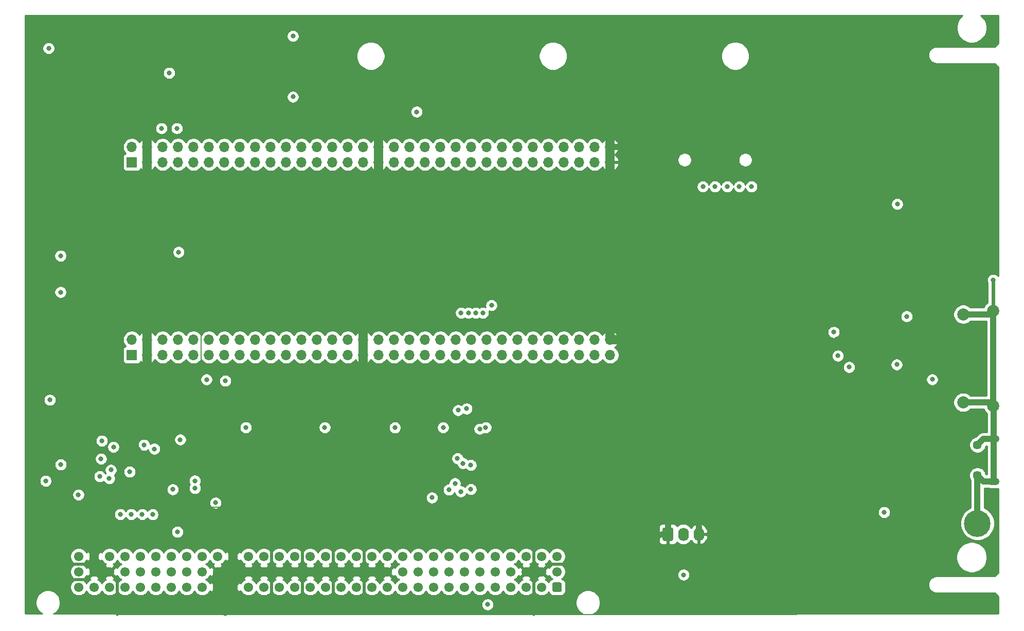
<source format=gbr>
G04 #@! TF.GenerationSoftware,KiCad,Pcbnew,5.1.9+dfsg1-1~bpo10+1*
G04 #@! TF.CreationDate,2022-11-18T19:31:00+01:00*
G04 #@! TF.ProjectId,nubus-to-ztex,6e756275-732d-4746-9f2d-7a7465782e6b,rev?*
G04 #@! TF.SameCoordinates,Original*
G04 #@! TF.FileFunction,Copper,L2,Inr*
G04 #@! TF.FilePolarity,Positive*
%FSLAX46Y46*%
G04 Gerber Fmt 4.6, Leading zero omitted, Abs format (unit mm)*
G04 Created by KiCad (PCBNEW 5.1.9+dfsg1-1~bpo10+1) date 2022-11-18 19:31:00*
%MOMM*%
%LPD*%
G01*
G04 APERTURE LIST*
G04 #@! TA.AperFunction,ComponentPad*
%ADD10C,4.400000*%
G04 #@! TD*
G04 #@! TA.AperFunction,ComponentPad*
%ADD11C,1.450000*%
G04 #@! TD*
G04 #@! TA.AperFunction,ComponentPad*
%ADD12O,1.900000X1.200000*%
G04 #@! TD*
G04 #@! TA.AperFunction,ComponentPad*
%ADD13O,1.740000X2.200000*%
G04 #@! TD*
G04 #@! TA.AperFunction,ComponentPad*
%ADD14R,1.700000X1.700000*%
G04 #@! TD*
G04 #@! TA.AperFunction,ComponentPad*
%ADD15O,1.700000X1.700000*%
G04 #@! TD*
G04 #@! TA.AperFunction,ComponentPad*
%ADD16C,2.000000*%
G04 #@! TD*
G04 #@! TA.AperFunction,ComponentPad*
%ADD17C,1.550000*%
G04 #@! TD*
G04 #@! TA.AperFunction,ViaPad*
%ADD18C,0.800000*%
G04 #@! TD*
G04 #@! TA.AperFunction,Conductor*
%ADD19C,1.500000*%
G04 #@! TD*
G04 #@! TA.AperFunction,Conductor*
%ADD20C,0.152400*%
G04 #@! TD*
G04 #@! TA.AperFunction,Conductor*
%ADD21C,1.000000*%
G04 #@! TD*
G04 #@! TA.AperFunction,Conductor*
%ADD22C,0.500000*%
G04 #@! TD*
G04 #@! TA.AperFunction,Conductor*
%ADD23C,0.800000*%
G04 #@! TD*
G04 #@! TA.AperFunction,Conductor*
%ADD24C,0.600000*%
G04 #@! TD*
G04 #@! TA.AperFunction,Conductor*
%ADD25C,0.254000*%
G04 #@! TD*
G04 #@! TA.AperFunction,Conductor*
%ADD26C,0.100000*%
G04 #@! TD*
G04 APERTURE END LIST*
D10*
X269197500Y-89500000D03*
D11*
X269197500Y-81570000D03*
X269197500Y-76570000D03*
D12*
X271897500Y-82570000D03*
X271897500Y-75570000D03*
G04 #@! TA.AperFunction,ComponentPad*
G36*
G01*
X217370000Y-92120001D02*
X217370000Y-90419999D01*
G75*
G02*
X217619999Y-90170000I249999J0D01*
G01*
X218860001Y-90170000D01*
G75*
G02*
X219110000Y-90419999I0J-249999D01*
G01*
X219110000Y-92120001D01*
G75*
G02*
X218860001Y-92370000I-249999J0D01*
G01*
X217619999Y-92370000D01*
G75*
G02*
X217370000Y-92120001I0J249999D01*
G01*
G37*
G04 #@! TD.AperFunction*
D13*
X220780000Y-91270000D03*
X223320000Y-91270000D03*
D14*
X130000000Y-30000000D03*
D15*
X130000000Y-27460000D03*
X132540000Y-30000000D03*
X132540000Y-27460000D03*
X135080000Y-30000000D03*
X135080000Y-27460000D03*
X137620000Y-30000000D03*
X137620000Y-27460000D03*
X140160000Y-30000000D03*
X140160000Y-27460000D03*
X142700000Y-30000000D03*
X142700000Y-27460000D03*
X145240000Y-30000000D03*
X145240000Y-27460000D03*
X147780000Y-30000000D03*
X147780000Y-27460000D03*
X150320000Y-30000000D03*
X150320000Y-27460000D03*
X152860000Y-30000000D03*
X152860000Y-27460000D03*
X155400000Y-30000000D03*
X155400000Y-27460000D03*
X157940000Y-30000000D03*
X157940000Y-27460000D03*
X160480000Y-30000000D03*
X160480000Y-27460000D03*
X163020000Y-30000000D03*
X163020000Y-27460000D03*
X165560000Y-30000000D03*
X165560000Y-27460000D03*
X168100000Y-30000000D03*
X168100000Y-27460000D03*
X170640000Y-30000000D03*
X170640000Y-27460000D03*
X173180000Y-30000000D03*
X173180000Y-27460000D03*
X175720000Y-30000000D03*
X175720000Y-27460000D03*
X178260000Y-30000000D03*
X178260000Y-27460000D03*
X180800000Y-30000000D03*
X180800000Y-27460000D03*
X183340000Y-30000000D03*
X183340000Y-27460000D03*
X185880000Y-30000000D03*
X185880000Y-27460000D03*
X188420000Y-30000000D03*
X188420000Y-27460000D03*
X190960000Y-30000000D03*
X190960000Y-27460000D03*
X193500000Y-30000000D03*
X193500000Y-27460000D03*
X196040000Y-30000000D03*
X196040000Y-27460000D03*
X198580000Y-30000000D03*
X198580000Y-27460000D03*
X201120000Y-30000000D03*
X201120000Y-27460000D03*
X203660000Y-30000000D03*
X203660000Y-27460000D03*
X206200000Y-30000000D03*
X206200000Y-27460000D03*
X208740000Y-30000000D03*
X208740000Y-27460000D03*
D16*
X271800000Y-70150000D03*
X271800000Y-54450000D03*
X266850000Y-69550000D03*
X266850000Y-55050000D03*
G04 #@! TA.AperFunction,ComponentPad*
G36*
G01*
X200775000Y-99474998D02*
X200775000Y-100525002D01*
G75*
G02*
X200525002Y-100775000I-249998J0D01*
G01*
X199474998Y-100775000D01*
G75*
G02*
X199225000Y-100525002I0J249998D01*
G01*
X199225000Y-99474998D01*
G75*
G02*
X199474998Y-99225000I249998J0D01*
G01*
X200525002Y-99225000D01*
G75*
G02*
X200775000Y-99474998I0J-249998D01*
G01*
G37*
G04 #@! TD.AperFunction*
D17*
X197460000Y-100000000D03*
X194920000Y-100000000D03*
X192380000Y-100000000D03*
X189840000Y-100000000D03*
X187300000Y-100000000D03*
X184760000Y-100000000D03*
X182220000Y-100000000D03*
X179680000Y-100000000D03*
X177140000Y-100000000D03*
X174600000Y-100000000D03*
X172060000Y-100000000D03*
X169520000Y-100000000D03*
X166980000Y-100000000D03*
X164440000Y-100000000D03*
X161900000Y-100000000D03*
X159360000Y-100000000D03*
X156820000Y-100000000D03*
X154280000Y-100000000D03*
X151740000Y-100000000D03*
X149200000Y-100000000D03*
X146660000Y-100000000D03*
X144120000Y-100000000D03*
X141580000Y-100000000D03*
X139040000Y-100000000D03*
X136500000Y-100000000D03*
X133960000Y-100000000D03*
X131420000Y-100000000D03*
X128880000Y-100000000D03*
X126340000Y-100000000D03*
X123800000Y-100000000D03*
X121260000Y-100000000D03*
X200000000Y-97460000D03*
X197460000Y-97460000D03*
X194920000Y-97460000D03*
X192380000Y-97460000D03*
X189840000Y-97460000D03*
X187300000Y-97460000D03*
X184760000Y-97460000D03*
X182220000Y-97460000D03*
X179680000Y-97460000D03*
X177140000Y-97460000D03*
X174600000Y-97460000D03*
X172060000Y-97460000D03*
X169520000Y-97460000D03*
X166980000Y-97460000D03*
X164440000Y-97460000D03*
X161900000Y-97460000D03*
X159360000Y-97460000D03*
X156820000Y-97460000D03*
X154280000Y-97460000D03*
X151740000Y-97460000D03*
X149200000Y-97460000D03*
X146660000Y-97460000D03*
X144120000Y-97460000D03*
X141580000Y-97460000D03*
X139040000Y-97460000D03*
X136500000Y-97460000D03*
X133960000Y-97460000D03*
X131420000Y-97460000D03*
X128880000Y-97460000D03*
X126340000Y-97460000D03*
X123800000Y-97460000D03*
X121260000Y-97460000D03*
X200000000Y-94920000D03*
X197460000Y-94920000D03*
X194920000Y-94920000D03*
X192380000Y-94920000D03*
X189840000Y-94920000D03*
X187300000Y-94920000D03*
X184760000Y-94920000D03*
X182220000Y-94920000D03*
X179680000Y-94920000D03*
X177140000Y-94920000D03*
X174600000Y-94920000D03*
X172060000Y-94920000D03*
X169520000Y-94920000D03*
X166980000Y-94920000D03*
X164440000Y-94920000D03*
X161900000Y-94920000D03*
X159360000Y-94920000D03*
X156820000Y-94920000D03*
X154280000Y-94920000D03*
X151740000Y-94920000D03*
X149200000Y-94920000D03*
X146660000Y-94920000D03*
X144120000Y-94920000D03*
X141580000Y-94920000D03*
X139040000Y-94920000D03*
X136500000Y-94920000D03*
X133960000Y-94920000D03*
X131420000Y-94920000D03*
X128880000Y-94920000D03*
X126340000Y-94920000D03*
X123800000Y-94920000D03*
X121260000Y-94920000D03*
D15*
X208740000Y-59210000D03*
X208740000Y-61750000D03*
X206200000Y-59210000D03*
X206200000Y-61750000D03*
X203660000Y-59210000D03*
X203660000Y-61750000D03*
X201120000Y-59210000D03*
X201120000Y-61750000D03*
X198580000Y-59210000D03*
X198580000Y-61750000D03*
X196040000Y-59210000D03*
X196040000Y-61750000D03*
X193500000Y-59210000D03*
X193500000Y-61750000D03*
X190960000Y-59210000D03*
X190960000Y-61750000D03*
X188420000Y-59210000D03*
X188420000Y-61750000D03*
X185880000Y-59210000D03*
X185880000Y-61750000D03*
X183340000Y-59210000D03*
X183340000Y-61750000D03*
X180800000Y-59210000D03*
X180800000Y-61750000D03*
X178260000Y-59210000D03*
X178260000Y-61750000D03*
X175720000Y-59210000D03*
X175720000Y-61750000D03*
X173180000Y-59210000D03*
X173180000Y-61750000D03*
X170640000Y-59210000D03*
X170640000Y-61750000D03*
X168100000Y-59210000D03*
X168100000Y-61750000D03*
X165560000Y-59210000D03*
X165560000Y-61750000D03*
X163020000Y-59210000D03*
X163020000Y-61750000D03*
X160480000Y-59210000D03*
X160480000Y-61750000D03*
X157940000Y-59210000D03*
X157940000Y-61750000D03*
X155400000Y-59210000D03*
X155400000Y-61750000D03*
X152860000Y-59210000D03*
X152860000Y-61750000D03*
X150320000Y-59210000D03*
X150320000Y-61750000D03*
X147780000Y-59210000D03*
X147780000Y-61750000D03*
X145240000Y-59210000D03*
X145240000Y-61750000D03*
X142700000Y-59210000D03*
X142700000Y-61750000D03*
X140160000Y-59210000D03*
X140160000Y-61750000D03*
X137620000Y-59210000D03*
X137620000Y-61750000D03*
X135080000Y-59210000D03*
X135080000Y-61750000D03*
X132540000Y-59210000D03*
X132540000Y-61750000D03*
X130000000Y-59210000D03*
D14*
X130000000Y-61750000D03*
D18*
X265875000Y-51000000D03*
X222740000Y-36800000D03*
X234000000Y-34000000D03*
X174500000Y-71000000D03*
X194880000Y-35760000D03*
X208740000Y-50800000D03*
X215540000Y-27460000D03*
X116300000Y-16437500D03*
X268000000Y-58050000D03*
X149900000Y-71000000D03*
X145300000Y-90050000D03*
X189500000Y-71000000D03*
X186786371Y-50762953D03*
X118534670Y-98720000D03*
X115200000Y-90730000D03*
X152880000Y-42180000D03*
X181586371Y-48162953D03*
X268000000Y-65550000D03*
X187000000Y-83100000D03*
X183850000Y-73462500D03*
X256220000Y-61875000D03*
X135250000Y-70800000D03*
X139252400Y-47600000D03*
X268000000Y-61050000D03*
X262640000Y-79355000D03*
X140070000Y-71650000D03*
X203510000Y-96190000D03*
X168650000Y-91575000D03*
X267730000Y-79355000D03*
X145400000Y-88100000D03*
X163000000Y-71000000D03*
X163305000Y-18100000D03*
X149555000Y-18100000D03*
X158100000Y-92000000D03*
X207500000Y-71000000D03*
X132800000Y-79640000D03*
X131100000Y-77215000D03*
X252900000Y-82730000D03*
X264200000Y-67357500D03*
X194857500Y-79750000D03*
X115200000Y-87480000D03*
X176480000Y-33630000D03*
X140070000Y-65480000D03*
X181586371Y-53962953D03*
X165000000Y-8080000D03*
X236450000Y-82730000D03*
X145125000Y-50200000D03*
X256010000Y-87920000D03*
X148200000Y-86800000D03*
X117200000Y-84780000D03*
X179800000Y-92480000D03*
X123800000Y-93000000D03*
X115670000Y-40410000D03*
X190611371Y-50675453D03*
X168357500Y-79750000D03*
X228090000Y-60250000D03*
X168820000Y-45760000D03*
X168357500Y-78180000D03*
X139300000Y-87450000D03*
X255040000Y-53812500D03*
X246062500Y-59100000D03*
X255500000Y-58625000D03*
X158127500Y-19200000D03*
X179857500Y-79750000D03*
X127900000Y-72015000D03*
X115200000Y-89430000D03*
X267720000Y-77180000D03*
X196200000Y-92480000D03*
X155357500Y-79750000D03*
X244180000Y-99750000D03*
X137500000Y-89312500D03*
X158730000Y-9200000D03*
X147900000Y-8080000D03*
X256000000Y-35315000D03*
X256000000Y-14000000D03*
X234000000Y-14000000D03*
X125722000Y-33528000D03*
X228670000Y-36800000D03*
X143040000Y-68680000D03*
X268560000Y-51000000D03*
X265875000Y-49425000D03*
X265875000Y-44295000D03*
X232000000Y-34000000D03*
X161750000Y-73687500D03*
X176885673Y-21678535D03*
X188250000Y-73687500D03*
X136727523Y-83900000D03*
X137700000Y-44789641D03*
X126287500Y-82100000D03*
X248080000Y-63750000D03*
X257550000Y-55387500D03*
X156530000Y-19200000D03*
X156530000Y-9200000D03*
X115812500Y-82500000D03*
X148750000Y-73687500D03*
X140387500Y-83700000D03*
X118300000Y-79800000D03*
X143787500Y-86100000D03*
X245550000Y-57975000D03*
X137500000Y-90887500D03*
X116300000Y-11212500D03*
X116500000Y-69150000D03*
X173300000Y-73700000D03*
X118265134Y-45400000D03*
X121200000Y-84780000D03*
X181250000Y-73687500D03*
X118265134Y-51400000D03*
X136140000Y-15272793D03*
X189211371Y-53562953D03*
X129652500Y-81000000D03*
X179412661Y-85255497D03*
X256000000Y-36890000D03*
X253850000Y-87660000D03*
X246230000Y-61872500D03*
X131697842Y-88000000D03*
X129897842Y-88000000D03*
X128097842Y-88000000D03*
X133421568Y-88014972D03*
X220840000Y-97970000D03*
X188575000Y-102850000D03*
X187800000Y-54800000D03*
X184200000Y-54800000D03*
X183600000Y-78800000D03*
X184150000Y-84250000D03*
X186600000Y-54800000D03*
X187263411Y-73930000D03*
X185400000Y-54800000D03*
X185800000Y-83875000D03*
X185800000Y-79900000D03*
X137965000Y-75700000D03*
X132000000Y-76565000D03*
X137410000Y-24400000D03*
X134880000Y-24400000D03*
X271800000Y-49380000D03*
X226000000Y-34000000D03*
X228000000Y-34000000D03*
X224000000Y-34000000D03*
X230000000Y-34000000D03*
X133700000Y-77215000D03*
X145387500Y-66000000D03*
X140375000Y-82475000D03*
X142300000Y-65800000D03*
X125066330Y-75900000D03*
X126550000Y-80675000D03*
X124712500Y-81750000D03*
X126975000Y-76905000D03*
X124925000Y-78850000D03*
X182200161Y-83950161D03*
X183200000Y-82900000D03*
X184500000Y-79600000D03*
X185110000Y-70590000D03*
X183710000Y-70850000D03*
X261760000Y-65782500D03*
X255920000Y-63320000D03*
D19*
X208740000Y-30000000D02*
X208740000Y-27460000D01*
X208740000Y-27460000D02*
X208740000Y-24760000D01*
X208740000Y-30000000D02*
X208740000Y-32560000D01*
D20*
X208740000Y-32560000D02*
X198080000Y-32560000D01*
X198080000Y-32560000D02*
X194880000Y-35760000D01*
X194880000Y-35760000D02*
X194750000Y-35890000D01*
D21*
X215540000Y-27460000D02*
X208740000Y-27460000D01*
D22*
X218800000Y-89060000D02*
X218240000Y-89620000D01*
D20*
X179800000Y-92480000D02*
X169555000Y-92480000D01*
D23*
X168820000Y-52500000D02*
X168820000Y-45760000D01*
D22*
X196200000Y-97460000D02*
X196200000Y-92480000D01*
X123800000Y-97460000D02*
X122540000Y-98720000D01*
D20*
X115200000Y-89430000D02*
X115200000Y-87480000D01*
D22*
X223320000Y-90017600D02*
X222362400Y-89060000D01*
D20*
X132540000Y-23462500D02*
X132540000Y-23660000D01*
D22*
X196200000Y-89100000D02*
X196200000Y-82592500D01*
D20*
X155250000Y-79750000D02*
X155357500Y-79750000D01*
D23*
X168820000Y-55760000D02*
X168820000Y-52500000D01*
D20*
X228090000Y-60250000D02*
X244912500Y-60250000D01*
X212100000Y-60250000D02*
X228090000Y-60250000D01*
D23*
X168100000Y-56480000D02*
X168820000Y-55760000D01*
D20*
X149555000Y-18100000D02*
X138100000Y-18100000D01*
X168100000Y-74012500D02*
X168357500Y-74270000D01*
X168720000Y-52600000D02*
X168820000Y-52500000D01*
D22*
X168250000Y-92250000D02*
X168250001Y-91974999D01*
X168250001Y-91974999D02*
X168650000Y-91575000D01*
D19*
X123800000Y-97460000D02*
X123800000Y-94920000D01*
D20*
X139300000Y-87450000D02*
X137500000Y-89250000D01*
X194857500Y-79750000D02*
X203560000Y-71047500D01*
X203560000Y-71047500D02*
X203560000Y-71000000D01*
D22*
X153025000Y-97460000D02*
X153025000Y-92075000D01*
D19*
X170640000Y-27460000D02*
X170640000Y-21315000D01*
D20*
X191507500Y-83100000D02*
X194857500Y-79750000D01*
X187000000Y-83100000D02*
X191507500Y-83100000D01*
X168357500Y-74270000D02*
X168357500Y-78180000D01*
D19*
X164440000Y-97460000D02*
X166980000Y-97460000D01*
D20*
X163000000Y-71000000D02*
X168100000Y-71000000D01*
X196200000Y-92480000D02*
X179800000Y-92480000D01*
X132800000Y-79640000D02*
X132800000Y-84612500D01*
X132800000Y-84612500D02*
X137500000Y-89312500D01*
X169555000Y-92480000D02*
X169049999Y-91974999D01*
X169049999Y-91974999D02*
X168650000Y-91575000D01*
X267730000Y-77190000D02*
X267720000Y-77180000D01*
X115200000Y-90730000D02*
X115200000Y-95425330D01*
X117200000Y-72200000D02*
X117200000Y-72200000D01*
X123500000Y-65900000D02*
X127500000Y-65900000D01*
X148200000Y-86800000D02*
X155250000Y-79750000D01*
D19*
X132540000Y-47600000D02*
X132540000Y-52520000D01*
X132540000Y-52520000D02*
X132540000Y-59210000D01*
D20*
X131600000Y-65900000D02*
X132540000Y-64960000D01*
X132410000Y-52390000D02*
X132540000Y-52520000D01*
D19*
X156820000Y-97460000D02*
X158100000Y-97460000D01*
D20*
X211060000Y-59210000D02*
X212100000Y-60250000D01*
D19*
X170640000Y-40360000D02*
X170640000Y-33630000D01*
D20*
X170640000Y-33630000D02*
X176480000Y-33630000D01*
D19*
X168100000Y-61750000D02*
X168100000Y-71000000D01*
D22*
X118534670Y-98720000D02*
X122540000Y-98720000D01*
D20*
X149900000Y-71000000D02*
X163000000Y-71000000D01*
D19*
X153025000Y-97460000D02*
X154280000Y-97460000D01*
D20*
X135250000Y-67670000D02*
X132540000Y-64960000D01*
X135250000Y-70800000D02*
X135250000Y-73065000D01*
D19*
X132540000Y-27460000D02*
X132540000Y-23660000D01*
X132540000Y-61750000D02*
X132540000Y-64960000D01*
D20*
X115200000Y-90730000D02*
X115200000Y-89430000D01*
D19*
X163175000Y-97460000D02*
X164440000Y-97460000D01*
D22*
X163175000Y-97460000D02*
X163175000Y-91975000D01*
X168820000Y-42180000D02*
X152880000Y-42180000D01*
D20*
X132950000Y-42180000D02*
X132540000Y-42590000D01*
X134035000Y-72015000D02*
X135250000Y-70800000D01*
X196170000Y-104500000D02*
X145390000Y-104500000D01*
X145125000Y-50200000D02*
X142525000Y-47600000D01*
X142525000Y-47600000D02*
X139252400Y-47600000D01*
D22*
X152880000Y-42180000D02*
X132950000Y-42180000D01*
D19*
X132540000Y-33600000D02*
X132540000Y-42590000D01*
D20*
X158760000Y-8080000D02*
X147900000Y-8080000D01*
X170617047Y-53962953D02*
X181586371Y-53962953D01*
X186873871Y-50675453D02*
X186786371Y-50762953D01*
X264200000Y-67357500D02*
X266007500Y-65550000D01*
X266007500Y-65550000D02*
X268000000Y-65550000D01*
X264200000Y-67357500D02*
X263800001Y-67757499D01*
D21*
X223320000Y-91270000D02*
X223320000Y-90017600D01*
D20*
X170640000Y-21315000D02*
X166520000Y-21315000D01*
X189500000Y-71000000D02*
X202250000Y-71000000D01*
X183850000Y-73462500D02*
X186312500Y-71000000D01*
X137500000Y-89250000D02*
X137500000Y-89312500D01*
X146660000Y-91410000D02*
X145300000Y-90050000D01*
D19*
X144120000Y-100000000D02*
X144120000Y-97460000D01*
D20*
X147900000Y-8080000D02*
X147900000Y-16445000D01*
X147900000Y-16445000D02*
X149555000Y-18100000D01*
D23*
X168820000Y-45760000D02*
X168820000Y-42180000D01*
D20*
X256010000Y-87920000D02*
X244180000Y-99750000D01*
X228692400Y-82730000D02*
X222362400Y-89060000D01*
X256220000Y-61875000D02*
X256220000Y-59345000D01*
D19*
X161900000Y-97460000D02*
X163175000Y-97460000D01*
D20*
X186786371Y-50762953D02*
X184786371Y-50762953D01*
X184786371Y-50762953D02*
X181586371Y-53962953D01*
X268000000Y-65550000D02*
X268000000Y-58050000D01*
D22*
X123800000Y-97460000D02*
X122530000Y-96190000D01*
X158100000Y-97460000D02*
X158100000Y-92000000D01*
D20*
X148200000Y-86800000D02*
X139950000Y-86800000D01*
D19*
X132540000Y-30000000D02*
X132540000Y-33600000D01*
D20*
X196200000Y-82592500D02*
X196200000Y-81092500D01*
X196200000Y-81092500D02*
X194857500Y-79750000D01*
X168820000Y-55760000D02*
X170617047Y-53962953D01*
X117200000Y-72200000D02*
X123500000Y-65900000D01*
X186312500Y-71000000D02*
X189500000Y-71000000D01*
D19*
X159360000Y-97460000D02*
X161900000Y-97460000D01*
D20*
X127900000Y-72015000D02*
X134035000Y-72015000D01*
X255040000Y-58165000D02*
X255500000Y-58625000D01*
X207500000Y-71000000D02*
X207500000Y-71000000D01*
D22*
X118534670Y-98720000D02*
X118534670Y-98720000D01*
D19*
X132540000Y-42590000D02*
X132540000Y-47600000D01*
X146660000Y-94920000D02*
X146660000Y-92000000D01*
D20*
X239420000Y-104510000D02*
X198510000Y-104510000D01*
D22*
X153025000Y-97460000D02*
X153025000Y-102475000D01*
X222362400Y-89060000D02*
X218800000Y-89060000D01*
D20*
X117200000Y-84780000D02*
X117200000Y-72200000D01*
D19*
X123800000Y-94920000D02*
X123800000Y-93000000D01*
D20*
X262640000Y-79355000D02*
X267730000Y-79355000D01*
X263800001Y-67757499D02*
X263800001Y-73260001D01*
X263800001Y-73260001D02*
X267320001Y-76780001D01*
D22*
X203510000Y-96190000D02*
X212350000Y-96190000D01*
D20*
X138100000Y-18100000D02*
X132540000Y-23660000D01*
X165000000Y-8080000D02*
X158760000Y-8080000D01*
X202250000Y-71000000D02*
X203560000Y-71000000D01*
X203560000Y-71000000D02*
X207500000Y-71000000D01*
D19*
X144120000Y-100000000D02*
X144120000Y-103230000D01*
D20*
X145300000Y-90050000D02*
X145300000Y-88200000D01*
X141430000Y-64120000D02*
X141430000Y-53895000D01*
D23*
X168100000Y-71000000D02*
X168100000Y-74012500D01*
D20*
X131237500Y-77352500D02*
X131100000Y-77215000D01*
D19*
X196200000Y-97460000D02*
X194920000Y-97460000D01*
X144120000Y-97460000D02*
X146660000Y-97460000D01*
D22*
X144120000Y-103230000D02*
X145390000Y-104500000D01*
X198730000Y-96190000D02*
X203510000Y-96190000D01*
D19*
X149200000Y-97460000D02*
X151740000Y-97460000D01*
D21*
X218240000Y-91270000D02*
X217270000Y-91270000D01*
D20*
X155357500Y-79750000D02*
X168357500Y-79750000D01*
X208740000Y-57660000D02*
X208740000Y-58007919D01*
X210000000Y-59210000D02*
X211060000Y-59210000D01*
X198510000Y-104510000D02*
X198500000Y-104500000D01*
X176480000Y-33630000D02*
X176480000Y-33630000D01*
D19*
X170640000Y-33630000D02*
X170640000Y-30000000D01*
D20*
X252900000Y-82730000D02*
X236450000Y-82730000D01*
D19*
X169520000Y-97460000D02*
X172060000Y-97460000D01*
X132540000Y-27460000D02*
X132540000Y-30000000D01*
X170640000Y-27460000D02*
X170640000Y-30000000D01*
D20*
X115200000Y-87480000D02*
X115200000Y-86780000D01*
D19*
X146660000Y-100000000D02*
X146660000Y-103230000D01*
X146660000Y-100000000D02*
X146660000Y-97460000D01*
D20*
X116300000Y-16437500D02*
X125317500Y-16437500D01*
X125317500Y-16437500D02*
X132540000Y-23660000D01*
X140070000Y-71650000D02*
X140070000Y-76930000D01*
X212100000Y-66400000D02*
X207500000Y-71000000D01*
D19*
X197460000Y-97460000D02*
X196200000Y-97460000D01*
D20*
X140070000Y-65480000D02*
X140070000Y-65480000D01*
X223320000Y-91040000D02*
X223320000Y-91270000D01*
X115200000Y-86780000D02*
X117200000Y-84780000D01*
X140070000Y-76930000D02*
X137360000Y-79640000D01*
X137360000Y-79640000D02*
X132800000Y-79640000D01*
X179857500Y-79750000D02*
X168357500Y-79750000D01*
X198500000Y-104500000D02*
X196170000Y-104500000D01*
X236450000Y-82730000D02*
X228692400Y-82730000D01*
X141430000Y-53895000D02*
X145125000Y-50200000D01*
X140070000Y-65480000D02*
X141430000Y-64120000D01*
D22*
X127600000Y-98720000D02*
X127600000Y-104500000D01*
D20*
X256010000Y-87920000D02*
X256010000Y-85840000D01*
X246062500Y-59100000D02*
X255025000Y-59100000D01*
X255025000Y-59100000D02*
X255500000Y-58625000D01*
D21*
X218240000Y-89620000D02*
X218240000Y-91270000D01*
D20*
X127499999Y-65900001D02*
X127500000Y-65900000D01*
X170640000Y-30000000D02*
X170640000Y-31202081D01*
X127500000Y-65900000D02*
X131600000Y-65900000D01*
X256220000Y-59345000D02*
X255500000Y-58625000D01*
D19*
X146660000Y-97460000D02*
X149200000Y-97460000D01*
X151740000Y-97460000D02*
X153025000Y-97460000D01*
D22*
X196200000Y-92480000D02*
X196200000Y-89100000D01*
D20*
X181586371Y-53962953D02*
X181586371Y-48162953D01*
X119480000Y-96190000D02*
X115964670Y-96190000D01*
D22*
X122530000Y-96190000D02*
X119480000Y-96190000D01*
D19*
X124896015Y-97460000D02*
X126340000Y-97460000D01*
D20*
X212100000Y-60250000D02*
X212100000Y-66400000D01*
D19*
X168100000Y-59210000D02*
X168100000Y-61750000D01*
X154280000Y-97460000D02*
X156820000Y-97460000D01*
D22*
X163175000Y-97460000D02*
X163175000Y-102425000D01*
D20*
X135250000Y-70800000D02*
X135250000Y-67670000D01*
X262640000Y-79355000D02*
X256275000Y-79355000D01*
X158730000Y-8110000D02*
X158760000Y-8080000D01*
X158127500Y-19200000D02*
X159227500Y-18100000D01*
X159227500Y-18100000D02*
X163305000Y-18100000D01*
D22*
X168250000Y-97460000D02*
X168250000Y-92250000D01*
D19*
X166980000Y-97460000D02*
X168250000Y-97460000D01*
D20*
X149555000Y-18100000D02*
X159227500Y-18100000D01*
X244912500Y-60250000D02*
X246062500Y-59100000D01*
X139252400Y-47600000D02*
X132540000Y-47600000D01*
D22*
X217270000Y-91270000D02*
X212350000Y-96190000D01*
D20*
X256010000Y-85840000D02*
X252900000Y-82730000D01*
D22*
X197460000Y-97460000D02*
X198730000Y-96190000D01*
D19*
X146660000Y-97460000D02*
X146660000Y-94920000D01*
D20*
X267320001Y-76780001D02*
X267720000Y-77180000D01*
X256275000Y-79355000D02*
X252900000Y-82730000D01*
X145400000Y-88100000D02*
X146900000Y-88100000D01*
D22*
X126340000Y-97460000D02*
X127600000Y-98720000D01*
D20*
X139950000Y-86800000D02*
X139300000Y-87450000D01*
X255040000Y-53812500D02*
X255040000Y-58165000D01*
X135649999Y-69900001D02*
X140070000Y-65480000D01*
X135250000Y-70800000D02*
X135649999Y-70400001D01*
X135649999Y-70400001D02*
X135649999Y-69900001D01*
X202250000Y-71000000D02*
X202400000Y-71000000D01*
D19*
X146660000Y-100000000D02*
X144120000Y-100000000D01*
D20*
X146900000Y-88100000D02*
X148200000Y-86800000D01*
D19*
X168100000Y-59210000D02*
X168100000Y-56480000D01*
D22*
X168250000Y-97460000D02*
X168250000Y-102000000D01*
D19*
X168250000Y-97460000D02*
X169520000Y-97460000D01*
D20*
X168357500Y-78180000D02*
X168357500Y-79750000D01*
X170640000Y-31202081D02*
X170688000Y-31250081D01*
D19*
X123800000Y-97460000D02*
X124896015Y-97460000D01*
D20*
X140070000Y-65480000D02*
X140070000Y-71650000D01*
D23*
X168820000Y-42180000D02*
X170640000Y-40360000D01*
D19*
X208740000Y-59210000D02*
X210000000Y-59210000D01*
D20*
X145300000Y-88200000D02*
X145400000Y-88100000D01*
D22*
X158100000Y-97460000D02*
X158100000Y-102800000D01*
D20*
X190611371Y-50675453D02*
X186873871Y-50675453D01*
X166520000Y-21315000D02*
X163305000Y-18100000D01*
X145390000Y-104500000D02*
X127600000Y-104500000D01*
X132440000Y-33500000D02*
X132540000Y-33600000D01*
X267730000Y-79355000D02*
X267730000Y-77190000D01*
X115200000Y-95425330D02*
X115964670Y-96190000D01*
D19*
X132540000Y-61750000D02*
X132540000Y-59210000D01*
D20*
X146660000Y-93260000D02*
X146660000Y-91410000D01*
D19*
X208740000Y-59210000D02*
X208740000Y-58007919D01*
D20*
X115964670Y-96190000D02*
X118534670Y-98760000D01*
X196170000Y-97490000D02*
X196200000Y-97460000D01*
D22*
X196170000Y-97490000D02*
X196170000Y-104500000D01*
D19*
X158100000Y-97460000D02*
X159360000Y-97460000D01*
D20*
X158730000Y-9200000D02*
X158730000Y-8110000D01*
X244180000Y-99750000D02*
X239420000Y-104510000D01*
D22*
X146660000Y-103230000D02*
X145390000Y-104500000D01*
D20*
X208740000Y-58007919D02*
X208740000Y-50800000D01*
X192750000Y-33630000D02*
X194880000Y-35760000D01*
X176480000Y-33630000D02*
X192750000Y-33630000D01*
X190611371Y-40028629D02*
X194880000Y-35760000D01*
X190611371Y-50675453D02*
X190611371Y-40028629D01*
X208740000Y-50800000D02*
X208740000Y-32560000D01*
X256000000Y-14010000D02*
X256000000Y-14010000D01*
X234000000Y-34000000D02*
X234000000Y-14000000D01*
X234000000Y-14000000D02*
X256000000Y-14000000D01*
X256000000Y-14000000D02*
X256000000Y-35315000D01*
X118840000Y-40410000D02*
X125722000Y-33528000D01*
X115670000Y-40410000D02*
X118840000Y-40410000D01*
X132468000Y-33528000D02*
X132540000Y-33600000D01*
X125722000Y-33528000D02*
X132468000Y-33528000D01*
X208740000Y-50800000D02*
X222740000Y-36800000D01*
X231200000Y-36800000D02*
X234000000Y-34000000D01*
X222740000Y-36800000D02*
X228670000Y-36800000D01*
X228670000Y-36800000D02*
X231200000Y-36800000D01*
X140070000Y-71650000D02*
X143040000Y-68680000D01*
X259427500Y-49425000D02*
X255040000Y-53812500D01*
X265875000Y-49425000D02*
X259427500Y-49425000D01*
D21*
X271200000Y-55050000D02*
X271800000Y-54450000D01*
X266850000Y-55050000D02*
X271200000Y-55050000D01*
X271800000Y-54450000D02*
X271800000Y-70150000D01*
X271200000Y-69550000D02*
X271800000Y-70150000D01*
X266850000Y-69550000D02*
X271200000Y-69550000D01*
X270197500Y-82570000D02*
X269197500Y-81570000D01*
X271897500Y-82570000D02*
X270197500Y-82570000D01*
X270197500Y-75570000D02*
X271897500Y-75570000D01*
X269197500Y-76570000D02*
X270197500Y-75570000D01*
X271897500Y-82570000D02*
X271897500Y-75570000D01*
D20*
X271897500Y-71247500D02*
X271887500Y-71237500D01*
X266840000Y-55040000D02*
X266850000Y-55050000D01*
D21*
X271897500Y-70247500D02*
X271800000Y-70150000D01*
X271897500Y-75570000D02*
X271897500Y-70247500D01*
D24*
X271800000Y-54450000D02*
X271800000Y-49380000D01*
D21*
X269197500Y-89500000D02*
X269197500Y-81570000D01*
D25*
X266654985Y-5874284D02*
X266304284Y-6224985D01*
X266028739Y-6637366D01*
X265838941Y-7095580D01*
X265742183Y-7582017D01*
X265742183Y-8077983D01*
X265838941Y-8564420D01*
X266028739Y-9022634D01*
X266304284Y-9435015D01*
X266654985Y-9785716D01*
X267067366Y-10061261D01*
X267525580Y-10251059D01*
X268012017Y-10347817D01*
X268507983Y-10347817D01*
X268994420Y-10251059D01*
X269452634Y-10061261D01*
X269865015Y-9785716D01*
X270215716Y-9435015D01*
X270491261Y-9022634D01*
X270681059Y-8564420D01*
X270777817Y-8077983D01*
X270777817Y-7582017D01*
X270681059Y-7095580D01*
X270491261Y-6637366D01*
X270215716Y-6224985D01*
X269865015Y-5874284D01*
X269768807Y-5810000D01*
X272620000Y-5810000D01*
X272620001Y-10385908D01*
X272085909Y-10920000D01*
X262465123Y-10920000D01*
X262430023Y-10923457D01*
X262420938Y-10923457D01*
X262411079Y-10924493D01*
X262275316Y-10939722D01*
X262212410Y-10953094D01*
X262149252Y-10965599D01*
X262139782Y-10968531D01*
X262009561Y-11009839D01*
X261950438Y-11035179D01*
X261890914Y-11059713D01*
X261882194Y-11064428D01*
X261762476Y-11130244D01*
X261709412Y-11166579D01*
X261655782Y-11202210D01*
X261648144Y-11208529D01*
X261543490Y-11296344D01*
X261498477Y-11342310D01*
X261452804Y-11387665D01*
X261446539Y-11395347D01*
X261360935Y-11501818D01*
X261325733Y-11555613D01*
X261289716Y-11609010D01*
X261285062Y-11617763D01*
X261221768Y-11738832D01*
X261197669Y-11798477D01*
X261172722Y-11857825D01*
X261169857Y-11867315D01*
X261131285Y-11998373D01*
X261119231Y-12061565D01*
X261106288Y-12124618D01*
X261105321Y-12134484D01*
X261092939Y-12270537D01*
X261093388Y-12334853D01*
X261092939Y-12399235D01*
X261093906Y-12409101D01*
X261108186Y-12544968D01*
X261121121Y-12607983D01*
X261133185Y-12671221D01*
X261136050Y-12680711D01*
X261176449Y-12811217D01*
X261201391Y-12870550D01*
X261225492Y-12930202D01*
X261230146Y-12938955D01*
X261295124Y-13059129D01*
X261331086Y-13112444D01*
X261366342Y-13166322D01*
X261372608Y-13174004D01*
X261459689Y-13279268D01*
X261505328Y-13324590D01*
X261550378Y-13370593D01*
X261558017Y-13376912D01*
X261663887Y-13463257D01*
X261717474Y-13498859D01*
X261770583Y-13535224D01*
X261779303Y-13539939D01*
X261899928Y-13604076D01*
X261959402Y-13628589D01*
X262018565Y-13653947D01*
X262028035Y-13656878D01*
X262158820Y-13696365D01*
X262221939Y-13708863D01*
X262284895Y-13722245D01*
X262294754Y-13723281D01*
X262430718Y-13736612D01*
X262430723Y-13736612D01*
X262465123Y-13740000D01*
X272085909Y-13740000D01*
X272620001Y-14274092D01*
X272620001Y-48744267D01*
X272603937Y-48720226D01*
X272459774Y-48576063D01*
X272290256Y-48462795D01*
X272101898Y-48384774D01*
X271901939Y-48345000D01*
X271698061Y-48345000D01*
X271498102Y-48384774D01*
X271309744Y-48462795D01*
X271140226Y-48576063D01*
X270996063Y-48720226D01*
X270882795Y-48889744D01*
X270804774Y-49078102D01*
X270765000Y-49278061D01*
X270765000Y-49481939D01*
X270804774Y-49681898D01*
X270865001Y-49827298D01*
X270865000Y-53108349D01*
X270757748Y-53180013D01*
X270530013Y-53407748D01*
X270351082Y-53675537D01*
X270251893Y-53915000D01*
X268027239Y-53915000D01*
X267892252Y-53780013D01*
X267624463Y-53601082D01*
X267326912Y-53477832D01*
X267011033Y-53415000D01*
X266688967Y-53415000D01*
X266373088Y-53477832D01*
X266075537Y-53601082D01*
X265807748Y-53780013D01*
X265580013Y-54007748D01*
X265401082Y-54275537D01*
X265277832Y-54573088D01*
X265215000Y-54888967D01*
X265215000Y-55211033D01*
X265277832Y-55526912D01*
X265401082Y-55824463D01*
X265580013Y-56092252D01*
X265807748Y-56319987D01*
X266075537Y-56498918D01*
X266373088Y-56622168D01*
X266688967Y-56685000D01*
X267011033Y-56685000D01*
X267326912Y-56622168D01*
X267624463Y-56498918D01*
X267892252Y-56319987D01*
X268027239Y-56185000D01*
X270665000Y-56185000D01*
X270665001Y-68415000D01*
X268027239Y-68415000D01*
X267892252Y-68280013D01*
X267624463Y-68101082D01*
X267326912Y-67977832D01*
X267011033Y-67915000D01*
X266688967Y-67915000D01*
X266373088Y-67977832D01*
X266075537Y-68101082D01*
X265807748Y-68280013D01*
X265580013Y-68507748D01*
X265401082Y-68775537D01*
X265277832Y-69073088D01*
X265215000Y-69388967D01*
X265215000Y-69711033D01*
X265277832Y-70026912D01*
X265401082Y-70324463D01*
X265580013Y-70592252D01*
X265807748Y-70819987D01*
X266075537Y-70998918D01*
X266373088Y-71122168D01*
X266688967Y-71185000D01*
X267011033Y-71185000D01*
X267326912Y-71122168D01*
X267624463Y-70998918D01*
X267892252Y-70819987D01*
X268027239Y-70685000D01*
X270251893Y-70685000D01*
X270351082Y-70924463D01*
X270530013Y-71192252D01*
X270757748Y-71419987D01*
X270762501Y-71423163D01*
X270762500Y-74435000D01*
X270253252Y-74435000D01*
X270197500Y-74429509D01*
X269975001Y-74451423D01*
X269761053Y-74516324D01*
X269563877Y-74621716D01*
X269434356Y-74728011D01*
X269434354Y-74728013D01*
X269391051Y-74763551D01*
X269355513Y-74806855D01*
X268924761Y-75237607D01*
X268800803Y-75262264D01*
X268553299Y-75364784D01*
X268330551Y-75513619D01*
X268141119Y-75703051D01*
X267992284Y-75925799D01*
X267889764Y-76173303D01*
X267837500Y-76436052D01*
X267837500Y-76703948D01*
X267889764Y-76966697D01*
X267992284Y-77214201D01*
X268141119Y-77436949D01*
X268330551Y-77626381D01*
X268553299Y-77775216D01*
X268800803Y-77877736D01*
X269063552Y-77930000D01*
X269331448Y-77930000D01*
X269594197Y-77877736D01*
X269841701Y-77775216D01*
X270064449Y-77626381D01*
X270253881Y-77436949D01*
X270402716Y-77214201D01*
X270505236Y-76966697D01*
X270529893Y-76842739D01*
X270667632Y-76705000D01*
X270762501Y-76705000D01*
X270762500Y-81435000D01*
X270667632Y-81435000D01*
X270529893Y-81297261D01*
X270505236Y-81173303D01*
X270402716Y-80925799D01*
X270253881Y-80703051D01*
X270064449Y-80513619D01*
X269841701Y-80364784D01*
X269594197Y-80262264D01*
X269331448Y-80210000D01*
X269063552Y-80210000D01*
X268800803Y-80262264D01*
X268553299Y-80364784D01*
X268330551Y-80513619D01*
X268141119Y-80703051D01*
X267992284Y-80925799D01*
X267889764Y-81173303D01*
X267837500Y-81436052D01*
X267837500Y-81703948D01*
X267889764Y-81966697D01*
X267992284Y-82214201D01*
X268062501Y-82319288D01*
X268062500Y-86901551D01*
X267854624Y-86987656D01*
X267390293Y-87297912D01*
X266995412Y-87692793D01*
X266685156Y-88157124D01*
X266471448Y-88673061D01*
X266362500Y-89220777D01*
X266362500Y-89779223D01*
X266471448Y-90326939D01*
X266685156Y-90842876D01*
X266995412Y-91307207D01*
X267390293Y-91702088D01*
X267854624Y-92012344D01*
X268370561Y-92226052D01*
X268918277Y-92335000D01*
X269476723Y-92335000D01*
X270024439Y-92226052D01*
X270540376Y-92012344D01*
X271004707Y-91702088D01*
X271399588Y-91307207D01*
X271709844Y-90842876D01*
X271923552Y-90326939D01*
X272032500Y-89779223D01*
X272032500Y-89220777D01*
X271923552Y-88673061D01*
X271709844Y-88157124D01*
X271399588Y-87692793D01*
X271004707Y-87297912D01*
X270540376Y-86987656D01*
X270332500Y-86901551D01*
X270332500Y-83705000D01*
X271051063Y-83705000D01*
X271072599Y-83716511D01*
X271305398Y-83787130D01*
X271486835Y-83805000D01*
X272308165Y-83805000D01*
X272489602Y-83787130D01*
X272620000Y-83747574D01*
X272620000Y-97635909D01*
X272085909Y-98170000D01*
X262465123Y-98170000D01*
X262430023Y-98173457D01*
X262420938Y-98173457D01*
X262411079Y-98174493D01*
X262275316Y-98189722D01*
X262212410Y-98203094D01*
X262149252Y-98215599D01*
X262139782Y-98218531D01*
X262009561Y-98259839D01*
X261950438Y-98285179D01*
X261890914Y-98309713D01*
X261882194Y-98314428D01*
X261762476Y-98380244D01*
X261709412Y-98416579D01*
X261655782Y-98452210D01*
X261648144Y-98458529D01*
X261543490Y-98546344D01*
X261498477Y-98592310D01*
X261452804Y-98637665D01*
X261446539Y-98645347D01*
X261360935Y-98751818D01*
X261325733Y-98805613D01*
X261289716Y-98859010D01*
X261285062Y-98867763D01*
X261221768Y-98988832D01*
X261197669Y-99048477D01*
X261172722Y-99107825D01*
X261169857Y-99117315D01*
X261131285Y-99248373D01*
X261119231Y-99311565D01*
X261106288Y-99374618D01*
X261105321Y-99384484D01*
X261092939Y-99520537D01*
X261093388Y-99584853D01*
X261092939Y-99649235D01*
X261093906Y-99659101D01*
X261108186Y-99794968D01*
X261121121Y-99857983D01*
X261133185Y-99921221D01*
X261136050Y-99930711D01*
X261176449Y-100061217D01*
X261201391Y-100120550D01*
X261225492Y-100180202D01*
X261230146Y-100188955D01*
X261295124Y-100309129D01*
X261331086Y-100362444D01*
X261366342Y-100416322D01*
X261372608Y-100424004D01*
X261459689Y-100529268D01*
X261505328Y-100574590D01*
X261550378Y-100620593D01*
X261558017Y-100626912D01*
X261663887Y-100713257D01*
X261717474Y-100748859D01*
X261770583Y-100785224D01*
X261779303Y-100789939D01*
X261899928Y-100854076D01*
X261959402Y-100878589D01*
X262018565Y-100903947D01*
X262028035Y-100906878D01*
X262158820Y-100946365D01*
X262221939Y-100958863D01*
X262284895Y-100972245D01*
X262294754Y-100973281D01*
X262430718Y-100986612D01*
X262430723Y-100986612D01*
X262465123Y-100990000D01*
X272085909Y-100990000D01*
X272620001Y-101524092D01*
X272620000Y-104370000D01*
X206045028Y-104370000D01*
X206055776Y-104365548D01*
X206393173Y-104140106D01*
X206680106Y-103853173D01*
X206905548Y-103515776D01*
X207060835Y-103140880D01*
X207140000Y-102742892D01*
X207140000Y-102337108D01*
X207060835Y-101939120D01*
X206905548Y-101564224D01*
X206680106Y-101226827D01*
X206393173Y-100939894D01*
X206055776Y-100714452D01*
X205680880Y-100559165D01*
X205282892Y-100480000D01*
X204877108Y-100480000D01*
X204479120Y-100559165D01*
X204104224Y-100714452D01*
X203766827Y-100939894D01*
X203479894Y-101226827D01*
X203254452Y-101564224D01*
X203099165Y-101939120D01*
X203020000Y-102337108D01*
X203020000Y-102742892D01*
X203099165Y-103140880D01*
X203254452Y-103515776D01*
X203479894Y-103853173D01*
X203766827Y-104140106D01*
X204104224Y-104365548D01*
X204114972Y-104370000D01*
X117145028Y-104370000D01*
X117155776Y-104365548D01*
X117493173Y-104140106D01*
X117780106Y-103853173D01*
X118005548Y-103515776D01*
X118160835Y-103140880D01*
X118238971Y-102748061D01*
X187540000Y-102748061D01*
X187540000Y-102951939D01*
X187579774Y-103151898D01*
X187657795Y-103340256D01*
X187771063Y-103509774D01*
X187915226Y-103653937D01*
X188084744Y-103767205D01*
X188273102Y-103845226D01*
X188473061Y-103885000D01*
X188676939Y-103885000D01*
X188876898Y-103845226D01*
X189065256Y-103767205D01*
X189234774Y-103653937D01*
X189378937Y-103509774D01*
X189492205Y-103340256D01*
X189570226Y-103151898D01*
X189610000Y-102951939D01*
X189610000Y-102748061D01*
X189570226Y-102548102D01*
X189492205Y-102359744D01*
X189378937Y-102190226D01*
X189234774Y-102046063D01*
X189065256Y-101932795D01*
X188876898Y-101854774D01*
X188676939Y-101815000D01*
X188473061Y-101815000D01*
X188273102Y-101854774D01*
X188084744Y-101932795D01*
X187915226Y-102046063D01*
X187771063Y-102190226D01*
X187657795Y-102359744D01*
X187579774Y-102548102D01*
X187540000Y-102748061D01*
X118238971Y-102748061D01*
X118240000Y-102742892D01*
X118240000Y-102337108D01*
X118160835Y-101939120D01*
X118005548Y-101564224D01*
X117780106Y-101226827D01*
X117493173Y-100939894D01*
X117155776Y-100714452D01*
X116780880Y-100559165D01*
X116382892Y-100480000D01*
X115977108Y-100480000D01*
X115579120Y-100559165D01*
X115204224Y-100714452D01*
X114866827Y-100939894D01*
X114579894Y-101226827D01*
X114354452Y-101564224D01*
X114199165Y-101939120D01*
X114120000Y-102337108D01*
X114120000Y-102742892D01*
X114199165Y-103140880D01*
X114354452Y-103515776D01*
X114579894Y-103853173D01*
X114866827Y-104140106D01*
X115204224Y-104365548D01*
X115214972Y-104370000D01*
X112440000Y-104370000D01*
X112440000Y-94781127D01*
X119850000Y-94781127D01*
X119850000Y-95058873D01*
X119904186Y-95331282D01*
X120010475Y-95587885D01*
X120164782Y-95818822D01*
X120361178Y-96015218D01*
X120592115Y-96169525D01*
X120641546Y-96190000D01*
X120592115Y-96210475D01*
X120361178Y-96364782D01*
X120164782Y-96561178D01*
X120010475Y-96792115D01*
X119904186Y-97048718D01*
X119850000Y-97321127D01*
X119850000Y-97598873D01*
X119904186Y-97871282D01*
X120010475Y-98127885D01*
X120164782Y-98358822D01*
X120361178Y-98555218D01*
X120592115Y-98709525D01*
X120641546Y-98730000D01*
X120592115Y-98750475D01*
X120361178Y-98904782D01*
X120164782Y-99101178D01*
X120010475Y-99332115D01*
X119904186Y-99588718D01*
X119850000Y-99861127D01*
X119850000Y-100138873D01*
X119904186Y-100411282D01*
X120010475Y-100667885D01*
X120164782Y-100898822D01*
X120361178Y-101095218D01*
X120592115Y-101249525D01*
X120848718Y-101355814D01*
X121121127Y-101410000D01*
X121398873Y-101410000D01*
X121671282Y-101355814D01*
X121927885Y-101249525D01*
X122158822Y-101095218D01*
X122355218Y-100898822D01*
X122509525Y-100667885D01*
X122530000Y-100618454D01*
X122550475Y-100667885D01*
X122704782Y-100898822D01*
X122901178Y-101095218D01*
X123132115Y-101249525D01*
X123388718Y-101355814D01*
X123661127Y-101410000D01*
X123938873Y-101410000D01*
X124211282Y-101355814D01*
X124467885Y-101249525D01*
X124698822Y-101095218D01*
X124895218Y-100898822D01*
X125049525Y-100667885D01*
X125070000Y-100618454D01*
X125090475Y-100667885D01*
X125244782Y-100898822D01*
X125441178Y-101095218D01*
X125672115Y-101249525D01*
X125928718Y-101355814D01*
X126201127Y-101410000D01*
X126478873Y-101410000D01*
X126751282Y-101355814D01*
X127007885Y-101249525D01*
X127238822Y-101095218D01*
X127435218Y-100898822D01*
X127589525Y-100667885D01*
X127610000Y-100618454D01*
X127630475Y-100667885D01*
X127784782Y-100898822D01*
X127981178Y-101095218D01*
X128212115Y-101249525D01*
X128468718Y-101355814D01*
X128741127Y-101410000D01*
X129018873Y-101410000D01*
X129291282Y-101355814D01*
X129547885Y-101249525D01*
X129778822Y-101095218D01*
X129975218Y-100898822D01*
X130129525Y-100667885D01*
X130150000Y-100618454D01*
X130170475Y-100667885D01*
X130324782Y-100898822D01*
X130521178Y-101095218D01*
X130752115Y-101249525D01*
X131008718Y-101355814D01*
X131281127Y-101410000D01*
X131558873Y-101410000D01*
X131831282Y-101355814D01*
X132087885Y-101249525D01*
X132318822Y-101095218D01*
X132515218Y-100898822D01*
X132669525Y-100667885D01*
X132690000Y-100618454D01*
X132710475Y-100667885D01*
X132864782Y-100898822D01*
X133061178Y-101095218D01*
X133292115Y-101249525D01*
X133548718Y-101355814D01*
X133821127Y-101410000D01*
X134098873Y-101410000D01*
X134371282Y-101355814D01*
X134627885Y-101249525D01*
X134858822Y-101095218D01*
X135055218Y-100898822D01*
X135209525Y-100667885D01*
X135230000Y-100618454D01*
X135250475Y-100667885D01*
X135404782Y-100898822D01*
X135601178Y-101095218D01*
X135832115Y-101249525D01*
X136088718Y-101355814D01*
X136361127Y-101410000D01*
X136638873Y-101410000D01*
X136911282Y-101355814D01*
X137167885Y-101249525D01*
X137398822Y-101095218D01*
X137595218Y-100898822D01*
X137749525Y-100667885D01*
X137770000Y-100618454D01*
X137790475Y-100667885D01*
X137944782Y-100898822D01*
X138141178Y-101095218D01*
X138372115Y-101249525D01*
X138628718Y-101355814D01*
X138901127Y-101410000D01*
X139178873Y-101410000D01*
X139451282Y-101355814D01*
X139707885Y-101249525D01*
X139938822Y-101095218D01*
X140135218Y-100898822D01*
X140289525Y-100667885D01*
X140310000Y-100618454D01*
X140330475Y-100667885D01*
X140484782Y-100898822D01*
X140681178Y-101095218D01*
X140912115Y-101249525D01*
X141168718Y-101355814D01*
X141441127Y-101410000D01*
X141718873Y-101410000D01*
X141991282Y-101355814D01*
X142247885Y-101249525D01*
X142478822Y-101095218D01*
X142599191Y-100974849D01*
X143324756Y-100974849D01*
X143393310Y-101216268D01*
X143644556Y-101334668D01*
X143914071Y-101401778D01*
X144191502Y-101415018D01*
X144466184Y-101373879D01*
X144727562Y-101279943D01*
X144846690Y-101216268D01*
X144915244Y-100974849D01*
X145864756Y-100974849D01*
X145933310Y-101216268D01*
X146184556Y-101334668D01*
X146454071Y-101401778D01*
X146731502Y-101415018D01*
X147006184Y-101373879D01*
X147267562Y-101279943D01*
X147386690Y-101216268D01*
X147455244Y-100974849D01*
X146660000Y-100179605D01*
X145864756Y-100974849D01*
X144915244Y-100974849D01*
X144120000Y-100179605D01*
X143324756Y-100974849D01*
X142599191Y-100974849D01*
X142675218Y-100898822D01*
X142829525Y-100667885D01*
X142848201Y-100622798D01*
X142903732Y-100726690D01*
X143145151Y-100795244D01*
X143940395Y-100000000D01*
X144299605Y-100000000D01*
X145094849Y-100795244D01*
X145336268Y-100726690D01*
X145386620Y-100619841D01*
X145443732Y-100726690D01*
X145685151Y-100795244D01*
X146480395Y-100000000D01*
X145685151Y-99204756D01*
X145443732Y-99273310D01*
X145393380Y-99380159D01*
X145336268Y-99273310D01*
X145094849Y-99204756D01*
X144299605Y-100000000D01*
X143940395Y-100000000D01*
X143145151Y-99204756D01*
X142903732Y-99273310D01*
X142851275Y-99384624D01*
X142829525Y-99332115D01*
X142675218Y-99101178D01*
X142478822Y-98904782D01*
X142247885Y-98750475D01*
X142198454Y-98730000D01*
X142247885Y-98709525D01*
X142478822Y-98555218D01*
X142599191Y-98434849D01*
X143324756Y-98434849D01*
X143393310Y-98676268D01*
X143500159Y-98726620D01*
X143393310Y-98783732D01*
X143324756Y-99025151D01*
X144120000Y-99820395D01*
X144915244Y-99025151D01*
X144846690Y-98783732D01*
X144739841Y-98733380D01*
X144846690Y-98676268D01*
X144915244Y-98434849D01*
X145864756Y-98434849D01*
X145933310Y-98676268D01*
X146040159Y-98726620D01*
X145933310Y-98783732D01*
X145864756Y-99025151D01*
X146660000Y-99820395D01*
X147455244Y-99025151D01*
X147386690Y-98783732D01*
X147279841Y-98733380D01*
X147386690Y-98676268D01*
X147455244Y-98434849D01*
X146660000Y-97639605D01*
X145864756Y-98434849D01*
X144915244Y-98434849D01*
X144120000Y-97639605D01*
X143324756Y-98434849D01*
X142599191Y-98434849D01*
X142675218Y-98358822D01*
X142829525Y-98127885D01*
X142848201Y-98082798D01*
X142903732Y-98186690D01*
X143145151Y-98255244D01*
X143940395Y-97460000D01*
X144299605Y-97460000D01*
X145094849Y-98255244D01*
X145336268Y-98186690D01*
X145386620Y-98079841D01*
X145443732Y-98186690D01*
X145685151Y-98255244D01*
X146480395Y-97460000D01*
X146839605Y-97460000D01*
X147634849Y-98255244D01*
X147876268Y-98186690D01*
X147926620Y-98079841D01*
X147983732Y-98186690D01*
X148225151Y-98255244D01*
X149020395Y-97460000D01*
X149379605Y-97460000D01*
X150174849Y-98255244D01*
X150416268Y-98186690D01*
X150466620Y-98079841D01*
X150523732Y-98186690D01*
X150765151Y-98255244D01*
X151560395Y-97460000D01*
X151919605Y-97460000D01*
X152714849Y-98255244D01*
X152956268Y-98186690D01*
X153006620Y-98079841D01*
X153063732Y-98186690D01*
X153305151Y-98255244D01*
X154100395Y-97460000D01*
X154459605Y-97460000D01*
X155254849Y-98255244D01*
X155496268Y-98186690D01*
X155546620Y-98079841D01*
X155603732Y-98186690D01*
X155845151Y-98255244D01*
X156640395Y-97460000D01*
X156999605Y-97460000D01*
X157794849Y-98255244D01*
X158036268Y-98186690D01*
X158086620Y-98079841D01*
X158143732Y-98186690D01*
X158385151Y-98255244D01*
X159180395Y-97460000D01*
X159539605Y-97460000D01*
X160334849Y-98255244D01*
X160576268Y-98186690D01*
X160626620Y-98079841D01*
X160683732Y-98186690D01*
X160925151Y-98255244D01*
X161720395Y-97460000D01*
X162079605Y-97460000D01*
X162874849Y-98255244D01*
X163116268Y-98186690D01*
X163166620Y-98079841D01*
X163223732Y-98186690D01*
X163465151Y-98255244D01*
X164260395Y-97460000D01*
X164619605Y-97460000D01*
X165414849Y-98255244D01*
X165656268Y-98186690D01*
X165706620Y-98079841D01*
X165763732Y-98186690D01*
X166005151Y-98255244D01*
X166800395Y-97460000D01*
X167159605Y-97460000D01*
X167954849Y-98255244D01*
X168196268Y-98186690D01*
X168246620Y-98079841D01*
X168303732Y-98186690D01*
X168545151Y-98255244D01*
X169340395Y-97460000D01*
X169699605Y-97460000D01*
X170494849Y-98255244D01*
X170736268Y-98186690D01*
X170786620Y-98079841D01*
X170843732Y-98186690D01*
X171085151Y-98255244D01*
X171880395Y-97460000D01*
X171085151Y-96664756D01*
X170843732Y-96733310D01*
X170793380Y-96840159D01*
X170736268Y-96733310D01*
X170494849Y-96664756D01*
X169699605Y-97460000D01*
X169340395Y-97460000D01*
X168545151Y-96664756D01*
X168303732Y-96733310D01*
X168253380Y-96840159D01*
X168196268Y-96733310D01*
X167954849Y-96664756D01*
X167159605Y-97460000D01*
X166800395Y-97460000D01*
X166005151Y-96664756D01*
X165763732Y-96733310D01*
X165713380Y-96840159D01*
X165656268Y-96733310D01*
X165414849Y-96664756D01*
X164619605Y-97460000D01*
X164260395Y-97460000D01*
X163465151Y-96664756D01*
X163223732Y-96733310D01*
X163173380Y-96840159D01*
X163116268Y-96733310D01*
X162874849Y-96664756D01*
X162079605Y-97460000D01*
X161720395Y-97460000D01*
X160925151Y-96664756D01*
X160683732Y-96733310D01*
X160633380Y-96840159D01*
X160576268Y-96733310D01*
X160334849Y-96664756D01*
X159539605Y-97460000D01*
X159180395Y-97460000D01*
X158385151Y-96664756D01*
X158143732Y-96733310D01*
X158093380Y-96840159D01*
X158036268Y-96733310D01*
X157794849Y-96664756D01*
X156999605Y-97460000D01*
X156640395Y-97460000D01*
X155845151Y-96664756D01*
X155603732Y-96733310D01*
X155553380Y-96840159D01*
X155496268Y-96733310D01*
X155254849Y-96664756D01*
X154459605Y-97460000D01*
X154100395Y-97460000D01*
X153305151Y-96664756D01*
X153063732Y-96733310D01*
X153013380Y-96840159D01*
X152956268Y-96733310D01*
X152714849Y-96664756D01*
X151919605Y-97460000D01*
X151560395Y-97460000D01*
X150765151Y-96664756D01*
X150523732Y-96733310D01*
X150473380Y-96840159D01*
X150416268Y-96733310D01*
X150174849Y-96664756D01*
X149379605Y-97460000D01*
X149020395Y-97460000D01*
X148225151Y-96664756D01*
X147983732Y-96733310D01*
X147933380Y-96840159D01*
X147876268Y-96733310D01*
X147634849Y-96664756D01*
X146839605Y-97460000D01*
X146480395Y-97460000D01*
X145685151Y-96664756D01*
X145443732Y-96733310D01*
X145393380Y-96840159D01*
X145336268Y-96733310D01*
X145094849Y-96664756D01*
X144299605Y-97460000D01*
X143940395Y-97460000D01*
X143145151Y-96664756D01*
X142903732Y-96733310D01*
X142851275Y-96844624D01*
X142829525Y-96792115D01*
X142675218Y-96561178D01*
X142478822Y-96364782D01*
X142247885Y-96210475D01*
X142198454Y-96190000D01*
X142247885Y-96169525D01*
X142478822Y-96015218D01*
X142675218Y-95818822D01*
X142829525Y-95587885D01*
X142850000Y-95538454D01*
X142870475Y-95587885D01*
X143024782Y-95818822D01*
X143221178Y-96015218D01*
X143452115Y-96169525D01*
X143497202Y-96188201D01*
X143393310Y-96243732D01*
X143324756Y-96485151D01*
X144120000Y-97280395D01*
X144915244Y-96485151D01*
X144846690Y-96243732D01*
X144735376Y-96191275D01*
X144787885Y-96169525D01*
X145018822Y-96015218D01*
X145139191Y-95894849D01*
X145864756Y-95894849D01*
X145933310Y-96136268D01*
X146040159Y-96186620D01*
X145933310Y-96243732D01*
X145864756Y-96485151D01*
X146660000Y-97280395D01*
X147455244Y-96485151D01*
X147386690Y-96243732D01*
X147279841Y-96193380D01*
X147386690Y-96136268D01*
X147455244Y-95894849D01*
X146660000Y-95099605D01*
X145864756Y-95894849D01*
X145139191Y-95894849D01*
X145215218Y-95818822D01*
X145369525Y-95587885D01*
X145388201Y-95542798D01*
X145443732Y-95646690D01*
X145685151Y-95715244D01*
X146480395Y-94920000D01*
X146839605Y-94920000D01*
X147634849Y-95715244D01*
X147876268Y-95646690D01*
X147928725Y-95535376D01*
X147950475Y-95587885D01*
X148104782Y-95818822D01*
X148301178Y-96015218D01*
X148532115Y-96169525D01*
X148577202Y-96188201D01*
X148473310Y-96243732D01*
X148404756Y-96485151D01*
X149200000Y-97280395D01*
X149995244Y-96485151D01*
X149926690Y-96243732D01*
X149815376Y-96191275D01*
X149867885Y-96169525D01*
X150098822Y-96015218D01*
X150295218Y-95818822D01*
X150449525Y-95587885D01*
X150470000Y-95538454D01*
X150490475Y-95587885D01*
X150644782Y-95818822D01*
X150841178Y-96015218D01*
X151072115Y-96169525D01*
X151117202Y-96188201D01*
X151013310Y-96243732D01*
X150944756Y-96485151D01*
X151740000Y-97280395D01*
X152535244Y-96485151D01*
X152466690Y-96243732D01*
X152355376Y-96191275D01*
X152407885Y-96169525D01*
X152638822Y-96015218D01*
X152835218Y-95818822D01*
X152989525Y-95587885D01*
X153010000Y-95538454D01*
X153030475Y-95587885D01*
X153184782Y-95818822D01*
X153381178Y-96015218D01*
X153612115Y-96169525D01*
X153657202Y-96188201D01*
X153553310Y-96243732D01*
X153484756Y-96485151D01*
X154280000Y-97280395D01*
X155075244Y-96485151D01*
X155006690Y-96243732D01*
X154895376Y-96191275D01*
X154947885Y-96169525D01*
X155178822Y-96015218D01*
X155375218Y-95818822D01*
X155529525Y-95587885D01*
X155550000Y-95538454D01*
X155570475Y-95587885D01*
X155724782Y-95818822D01*
X155921178Y-96015218D01*
X156152115Y-96169525D01*
X156197202Y-96188201D01*
X156093310Y-96243732D01*
X156024756Y-96485151D01*
X156820000Y-97280395D01*
X157615244Y-96485151D01*
X157546690Y-96243732D01*
X157435376Y-96191275D01*
X157487885Y-96169525D01*
X157718822Y-96015218D01*
X157915218Y-95818822D01*
X158069525Y-95587885D01*
X158090000Y-95538454D01*
X158110475Y-95587885D01*
X158264782Y-95818822D01*
X158461178Y-96015218D01*
X158692115Y-96169525D01*
X158737202Y-96188201D01*
X158633310Y-96243732D01*
X158564756Y-96485151D01*
X159360000Y-97280395D01*
X160155244Y-96485151D01*
X160086690Y-96243732D01*
X159975376Y-96191275D01*
X160027885Y-96169525D01*
X160258822Y-96015218D01*
X160455218Y-95818822D01*
X160609525Y-95587885D01*
X160630000Y-95538454D01*
X160650475Y-95587885D01*
X160804782Y-95818822D01*
X161001178Y-96015218D01*
X161232115Y-96169525D01*
X161277202Y-96188201D01*
X161173310Y-96243732D01*
X161104756Y-96485151D01*
X161900000Y-97280395D01*
X162695244Y-96485151D01*
X162626690Y-96243732D01*
X162515376Y-96191275D01*
X162567885Y-96169525D01*
X162798822Y-96015218D01*
X162995218Y-95818822D01*
X163149525Y-95587885D01*
X163170000Y-95538454D01*
X163190475Y-95587885D01*
X163344782Y-95818822D01*
X163541178Y-96015218D01*
X163772115Y-96169525D01*
X163817202Y-96188201D01*
X163713310Y-96243732D01*
X163644756Y-96485151D01*
X164440000Y-97280395D01*
X165235244Y-96485151D01*
X165166690Y-96243732D01*
X165055376Y-96191275D01*
X165107885Y-96169525D01*
X165338822Y-96015218D01*
X165535218Y-95818822D01*
X165689525Y-95587885D01*
X165710000Y-95538454D01*
X165730475Y-95587885D01*
X165884782Y-95818822D01*
X166081178Y-96015218D01*
X166312115Y-96169525D01*
X166357202Y-96188201D01*
X166253310Y-96243732D01*
X166184756Y-96485151D01*
X166980000Y-97280395D01*
X167775244Y-96485151D01*
X167706690Y-96243732D01*
X167595376Y-96191275D01*
X167647885Y-96169525D01*
X167878822Y-96015218D01*
X168075218Y-95818822D01*
X168229525Y-95587885D01*
X168250000Y-95538454D01*
X168270475Y-95587885D01*
X168424782Y-95818822D01*
X168621178Y-96015218D01*
X168852115Y-96169525D01*
X168897202Y-96188201D01*
X168793310Y-96243732D01*
X168724756Y-96485151D01*
X169520000Y-97280395D01*
X170315244Y-96485151D01*
X170246690Y-96243732D01*
X170135376Y-96191275D01*
X170187885Y-96169525D01*
X170418822Y-96015218D01*
X170615218Y-95818822D01*
X170769525Y-95587885D01*
X170790000Y-95538454D01*
X170810475Y-95587885D01*
X170964782Y-95818822D01*
X171161178Y-96015218D01*
X171392115Y-96169525D01*
X171437202Y-96188201D01*
X171333310Y-96243732D01*
X171264756Y-96485151D01*
X172060000Y-97280395D01*
X172855244Y-96485151D01*
X172786690Y-96243732D01*
X172675376Y-96191275D01*
X172727885Y-96169525D01*
X172958822Y-96015218D01*
X173155218Y-95818822D01*
X173309525Y-95587885D01*
X173330000Y-95538454D01*
X173350475Y-95587885D01*
X173504782Y-95818822D01*
X173701178Y-96015218D01*
X173932115Y-96169525D01*
X173981546Y-96190000D01*
X173932115Y-96210475D01*
X173701178Y-96364782D01*
X173504782Y-96561178D01*
X173350475Y-96792115D01*
X173331799Y-96837202D01*
X173276268Y-96733310D01*
X173034849Y-96664756D01*
X172239605Y-97460000D01*
X173034849Y-98255244D01*
X173276268Y-98186690D01*
X173328725Y-98075376D01*
X173350475Y-98127885D01*
X173504782Y-98358822D01*
X173701178Y-98555218D01*
X173932115Y-98709525D01*
X173981546Y-98730000D01*
X173932115Y-98750475D01*
X173701178Y-98904782D01*
X173504782Y-99101178D01*
X173350475Y-99332115D01*
X173330000Y-99381546D01*
X173309525Y-99332115D01*
X173155218Y-99101178D01*
X172958822Y-98904782D01*
X172727885Y-98750475D01*
X172682798Y-98731799D01*
X172786690Y-98676268D01*
X172855244Y-98434849D01*
X172060000Y-97639605D01*
X171264756Y-98434849D01*
X171333310Y-98676268D01*
X171444624Y-98728725D01*
X171392115Y-98750475D01*
X171161178Y-98904782D01*
X170964782Y-99101178D01*
X170810475Y-99332115D01*
X170790000Y-99381546D01*
X170769525Y-99332115D01*
X170615218Y-99101178D01*
X170418822Y-98904782D01*
X170187885Y-98750475D01*
X170142798Y-98731799D01*
X170246690Y-98676268D01*
X170315244Y-98434849D01*
X169520000Y-97639605D01*
X168724756Y-98434849D01*
X168793310Y-98676268D01*
X168904624Y-98728725D01*
X168852115Y-98750475D01*
X168621178Y-98904782D01*
X168424782Y-99101178D01*
X168270475Y-99332115D01*
X168250000Y-99381546D01*
X168229525Y-99332115D01*
X168075218Y-99101178D01*
X167878822Y-98904782D01*
X167647885Y-98750475D01*
X167602798Y-98731799D01*
X167706690Y-98676268D01*
X167775244Y-98434849D01*
X166980000Y-97639605D01*
X166184756Y-98434849D01*
X166253310Y-98676268D01*
X166364624Y-98728725D01*
X166312115Y-98750475D01*
X166081178Y-98904782D01*
X165884782Y-99101178D01*
X165730475Y-99332115D01*
X165710000Y-99381546D01*
X165689525Y-99332115D01*
X165535218Y-99101178D01*
X165338822Y-98904782D01*
X165107885Y-98750475D01*
X165062798Y-98731799D01*
X165166690Y-98676268D01*
X165235244Y-98434849D01*
X164440000Y-97639605D01*
X163644756Y-98434849D01*
X163713310Y-98676268D01*
X163824624Y-98728725D01*
X163772115Y-98750475D01*
X163541178Y-98904782D01*
X163344782Y-99101178D01*
X163190475Y-99332115D01*
X163170000Y-99381546D01*
X163149525Y-99332115D01*
X162995218Y-99101178D01*
X162798822Y-98904782D01*
X162567885Y-98750475D01*
X162522798Y-98731799D01*
X162626690Y-98676268D01*
X162695244Y-98434849D01*
X161900000Y-97639605D01*
X161104756Y-98434849D01*
X161173310Y-98676268D01*
X161284624Y-98728725D01*
X161232115Y-98750475D01*
X161001178Y-98904782D01*
X160804782Y-99101178D01*
X160650475Y-99332115D01*
X160630000Y-99381546D01*
X160609525Y-99332115D01*
X160455218Y-99101178D01*
X160258822Y-98904782D01*
X160027885Y-98750475D01*
X159982798Y-98731799D01*
X160086690Y-98676268D01*
X160155244Y-98434849D01*
X159360000Y-97639605D01*
X158564756Y-98434849D01*
X158633310Y-98676268D01*
X158744624Y-98728725D01*
X158692115Y-98750475D01*
X158461178Y-98904782D01*
X158264782Y-99101178D01*
X158110475Y-99332115D01*
X158090000Y-99381546D01*
X158069525Y-99332115D01*
X157915218Y-99101178D01*
X157718822Y-98904782D01*
X157487885Y-98750475D01*
X157442798Y-98731799D01*
X157546690Y-98676268D01*
X157615244Y-98434849D01*
X156820000Y-97639605D01*
X156024756Y-98434849D01*
X156093310Y-98676268D01*
X156204624Y-98728725D01*
X156152115Y-98750475D01*
X155921178Y-98904782D01*
X155724782Y-99101178D01*
X155570475Y-99332115D01*
X155550000Y-99381546D01*
X155529525Y-99332115D01*
X155375218Y-99101178D01*
X155178822Y-98904782D01*
X154947885Y-98750475D01*
X154902798Y-98731799D01*
X155006690Y-98676268D01*
X155075244Y-98434849D01*
X154280000Y-97639605D01*
X153484756Y-98434849D01*
X153553310Y-98676268D01*
X153664624Y-98728725D01*
X153612115Y-98750475D01*
X153381178Y-98904782D01*
X153184782Y-99101178D01*
X153030475Y-99332115D01*
X153010000Y-99381546D01*
X152989525Y-99332115D01*
X152835218Y-99101178D01*
X152638822Y-98904782D01*
X152407885Y-98750475D01*
X152362798Y-98731799D01*
X152466690Y-98676268D01*
X152535244Y-98434849D01*
X151740000Y-97639605D01*
X150944756Y-98434849D01*
X151013310Y-98676268D01*
X151124624Y-98728725D01*
X151072115Y-98750475D01*
X150841178Y-98904782D01*
X150644782Y-99101178D01*
X150490475Y-99332115D01*
X150470000Y-99381546D01*
X150449525Y-99332115D01*
X150295218Y-99101178D01*
X150098822Y-98904782D01*
X149867885Y-98750475D01*
X149822798Y-98731799D01*
X149926690Y-98676268D01*
X149995244Y-98434849D01*
X149200000Y-97639605D01*
X148404756Y-98434849D01*
X148473310Y-98676268D01*
X148584624Y-98728725D01*
X148532115Y-98750475D01*
X148301178Y-98904782D01*
X148104782Y-99101178D01*
X147950475Y-99332115D01*
X147931799Y-99377202D01*
X147876268Y-99273310D01*
X147634849Y-99204756D01*
X146839605Y-100000000D01*
X147634849Y-100795244D01*
X147876268Y-100726690D01*
X147928725Y-100615376D01*
X147950475Y-100667885D01*
X148104782Y-100898822D01*
X148301178Y-101095218D01*
X148532115Y-101249525D01*
X148788718Y-101355814D01*
X149061127Y-101410000D01*
X149338873Y-101410000D01*
X149611282Y-101355814D01*
X149867885Y-101249525D01*
X150098822Y-101095218D01*
X150295218Y-100898822D01*
X150449525Y-100667885D01*
X150470000Y-100618454D01*
X150490475Y-100667885D01*
X150644782Y-100898822D01*
X150841178Y-101095218D01*
X151072115Y-101249525D01*
X151328718Y-101355814D01*
X151601127Y-101410000D01*
X151878873Y-101410000D01*
X152151282Y-101355814D01*
X152407885Y-101249525D01*
X152638822Y-101095218D01*
X152835218Y-100898822D01*
X152989525Y-100667885D01*
X153010000Y-100618454D01*
X153030475Y-100667885D01*
X153184782Y-100898822D01*
X153381178Y-101095218D01*
X153612115Y-101249525D01*
X153868718Y-101355814D01*
X154141127Y-101410000D01*
X154418873Y-101410000D01*
X154691282Y-101355814D01*
X154947885Y-101249525D01*
X155178822Y-101095218D01*
X155375218Y-100898822D01*
X155529525Y-100667885D01*
X155550000Y-100618454D01*
X155570475Y-100667885D01*
X155724782Y-100898822D01*
X155921178Y-101095218D01*
X156152115Y-101249525D01*
X156408718Y-101355814D01*
X156681127Y-101410000D01*
X156958873Y-101410000D01*
X157231282Y-101355814D01*
X157487885Y-101249525D01*
X157718822Y-101095218D01*
X157915218Y-100898822D01*
X158069525Y-100667885D01*
X158090000Y-100618454D01*
X158110475Y-100667885D01*
X158264782Y-100898822D01*
X158461178Y-101095218D01*
X158692115Y-101249525D01*
X158948718Y-101355814D01*
X159221127Y-101410000D01*
X159498873Y-101410000D01*
X159771282Y-101355814D01*
X160027885Y-101249525D01*
X160258822Y-101095218D01*
X160455218Y-100898822D01*
X160609525Y-100667885D01*
X160630000Y-100618454D01*
X160650475Y-100667885D01*
X160804782Y-100898822D01*
X161001178Y-101095218D01*
X161232115Y-101249525D01*
X161488718Y-101355814D01*
X161761127Y-101410000D01*
X162038873Y-101410000D01*
X162311282Y-101355814D01*
X162567885Y-101249525D01*
X162798822Y-101095218D01*
X162995218Y-100898822D01*
X163149525Y-100667885D01*
X163170000Y-100618454D01*
X163190475Y-100667885D01*
X163344782Y-100898822D01*
X163541178Y-101095218D01*
X163772115Y-101249525D01*
X164028718Y-101355814D01*
X164301127Y-101410000D01*
X164578873Y-101410000D01*
X164851282Y-101355814D01*
X165107885Y-101249525D01*
X165338822Y-101095218D01*
X165535218Y-100898822D01*
X165689525Y-100667885D01*
X165710000Y-100618454D01*
X165730475Y-100667885D01*
X165884782Y-100898822D01*
X166081178Y-101095218D01*
X166312115Y-101249525D01*
X166568718Y-101355814D01*
X166841127Y-101410000D01*
X167118873Y-101410000D01*
X167391282Y-101355814D01*
X167647885Y-101249525D01*
X167878822Y-101095218D01*
X168075218Y-100898822D01*
X168229525Y-100667885D01*
X168250000Y-100618454D01*
X168270475Y-100667885D01*
X168424782Y-100898822D01*
X168621178Y-101095218D01*
X168852115Y-101249525D01*
X169108718Y-101355814D01*
X169381127Y-101410000D01*
X169658873Y-101410000D01*
X169931282Y-101355814D01*
X170187885Y-101249525D01*
X170418822Y-101095218D01*
X170615218Y-100898822D01*
X170769525Y-100667885D01*
X170790000Y-100618454D01*
X170810475Y-100667885D01*
X170964782Y-100898822D01*
X171161178Y-101095218D01*
X171392115Y-101249525D01*
X171648718Y-101355814D01*
X171921127Y-101410000D01*
X172198873Y-101410000D01*
X172471282Y-101355814D01*
X172727885Y-101249525D01*
X172958822Y-101095218D01*
X173155218Y-100898822D01*
X173309525Y-100667885D01*
X173330000Y-100618454D01*
X173350475Y-100667885D01*
X173504782Y-100898822D01*
X173701178Y-101095218D01*
X173932115Y-101249525D01*
X174188718Y-101355814D01*
X174461127Y-101410000D01*
X174738873Y-101410000D01*
X175011282Y-101355814D01*
X175267885Y-101249525D01*
X175498822Y-101095218D01*
X175695218Y-100898822D01*
X175849525Y-100667885D01*
X175870000Y-100618454D01*
X175890475Y-100667885D01*
X176044782Y-100898822D01*
X176241178Y-101095218D01*
X176472115Y-101249525D01*
X176728718Y-101355814D01*
X177001127Y-101410000D01*
X177278873Y-101410000D01*
X177551282Y-101355814D01*
X177807885Y-101249525D01*
X178038822Y-101095218D01*
X178235218Y-100898822D01*
X178389525Y-100667885D01*
X178410000Y-100618454D01*
X178430475Y-100667885D01*
X178584782Y-100898822D01*
X178781178Y-101095218D01*
X179012115Y-101249525D01*
X179268718Y-101355814D01*
X179541127Y-101410000D01*
X179818873Y-101410000D01*
X180091282Y-101355814D01*
X180347885Y-101249525D01*
X180578822Y-101095218D01*
X180775218Y-100898822D01*
X180929525Y-100667885D01*
X180950000Y-100618454D01*
X180970475Y-100667885D01*
X181124782Y-100898822D01*
X181321178Y-101095218D01*
X181552115Y-101249525D01*
X181808718Y-101355814D01*
X182081127Y-101410000D01*
X182358873Y-101410000D01*
X182631282Y-101355814D01*
X182887885Y-101249525D01*
X183118822Y-101095218D01*
X183315218Y-100898822D01*
X183469525Y-100667885D01*
X183490000Y-100618454D01*
X183510475Y-100667885D01*
X183664782Y-100898822D01*
X183861178Y-101095218D01*
X184092115Y-101249525D01*
X184348718Y-101355814D01*
X184621127Y-101410000D01*
X184898873Y-101410000D01*
X185171282Y-101355814D01*
X185427885Y-101249525D01*
X185658822Y-101095218D01*
X185855218Y-100898822D01*
X186009525Y-100667885D01*
X186030000Y-100618454D01*
X186050475Y-100667885D01*
X186204782Y-100898822D01*
X186401178Y-101095218D01*
X186632115Y-101249525D01*
X186888718Y-101355814D01*
X187161127Y-101410000D01*
X187438873Y-101410000D01*
X187711282Y-101355814D01*
X187967885Y-101249525D01*
X188198822Y-101095218D01*
X188395218Y-100898822D01*
X188549525Y-100667885D01*
X188570000Y-100618454D01*
X188590475Y-100667885D01*
X188744782Y-100898822D01*
X188941178Y-101095218D01*
X189172115Y-101249525D01*
X189428718Y-101355814D01*
X189701127Y-101410000D01*
X189978873Y-101410000D01*
X190251282Y-101355814D01*
X190507885Y-101249525D01*
X190738822Y-101095218D01*
X190935218Y-100898822D01*
X191089525Y-100667885D01*
X191110000Y-100618454D01*
X191130475Y-100667885D01*
X191284782Y-100898822D01*
X191481178Y-101095218D01*
X191712115Y-101249525D01*
X191968718Y-101355814D01*
X192241127Y-101410000D01*
X192518873Y-101410000D01*
X192791282Y-101355814D01*
X193047885Y-101249525D01*
X193278822Y-101095218D01*
X193475218Y-100898822D01*
X193629525Y-100667885D01*
X193650000Y-100618454D01*
X193670475Y-100667885D01*
X193824782Y-100898822D01*
X194021178Y-101095218D01*
X194252115Y-101249525D01*
X194508718Y-101355814D01*
X194781127Y-101410000D01*
X195058873Y-101410000D01*
X195331282Y-101355814D01*
X195587885Y-101249525D01*
X195818822Y-101095218D01*
X196015218Y-100898822D01*
X196169525Y-100667885D01*
X196190000Y-100618454D01*
X196210475Y-100667885D01*
X196364782Y-100898822D01*
X196561178Y-101095218D01*
X196792115Y-101249525D01*
X197048718Y-101355814D01*
X197321127Y-101410000D01*
X197598873Y-101410000D01*
X197871282Y-101355814D01*
X198127885Y-101249525D01*
X198358822Y-101095218D01*
X198555218Y-100898822D01*
X198630607Y-100785994D01*
X198654528Y-100864852D01*
X198736595Y-101018387D01*
X198847038Y-101152962D01*
X198981613Y-101263405D01*
X199135148Y-101345472D01*
X199301744Y-101396008D01*
X199474998Y-101413072D01*
X200525002Y-101413072D01*
X200698256Y-101396008D01*
X200864852Y-101345472D01*
X201018387Y-101263405D01*
X201152962Y-101152962D01*
X201263405Y-101018387D01*
X201345472Y-100864852D01*
X201396008Y-100698256D01*
X201413072Y-100525002D01*
X201413072Y-99474998D01*
X201396008Y-99301744D01*
X201345472Y-99135148D01*
X201263405Y-98981613D01*
X201152962Y-98847038D01*
X201018387Y-98736595D01*
X200864852Y-98654528D01*
X200785994Y-98630607D01*
X200898822Y-98555218D01*
X201095218Y-98358822D01*
X201249525Y-98127885D01*
X201355814Y-97871282D01*
X201356454Y-97868061D01*
X219805000Y-97868061D01*
X219805000Y-98071939D01*
X219844774Y-98271898D01*
X219922795Y-98460256D01*
X220036063Y-98629774D01*
X220180226Y-98773937D01*
X220349744Y-98887205D01*
X220538102Y-98965226D01*
X220738061Y-99005000D01*
X220941939Y-99005000D01*
X221141898Y-98965226D01*
X221330256Y-98887205D01*
X221499774Y-98773937D01*
X221643937Y-98629774D01*
X221757205Y-98460256D01*
X221835226Y-98271898D01*
X221875000Y-98071939D01*
X221875000Y-97868061D01*
X221835226Y-97668102D01*
X221757205Y-97479744D01*
X221643937Y-97310226D01*
X221499774Y-97166063D01*
X221330256Y-97052795D01*
X221141898Y-96974774D01*
X220941939Y-96935000D01*
X220738061Y-96935000D01*
X220538102Y-96974774D01*
X220349744Y-97052795D01*
X220180226Y-97166063D01*
X220036063Y-97310226D01*
X219922795Y-97479744D01*
X219844774Y-97668102D01*
X219805000Y-97868061D01*
X201356454Y-97868061D01*
X201410000Y-97598873D01*
X201410000Y-97321127D01*
X201355814Y-97048718D01*
X201249525Y-96792115D01*
X201095218Y-96561178D01*
X200898822Y-96364782D01*
X200667885Y-96210475D01*
X200618454Y-96190000D01*
X200667885Y-96169525D01*
X200898822Y-96015218D01*
X201095218Y-95818822D01*
X201249525Y-95587885D01*
X201355814Y-95331282D01*
X201410000Y-95058873D01*
X201410000Y-94829566D01*
X265717303Y-94829566D01*
X265717303Y-95330434D01*
X265815017Y-95821677D01*
X266006691Y-96284419D01*
X266284958Y-96700875D01*
X266639125Y-97055042D01*
X267055581Y-97333309D01*
X267518323Y-97524983D01*
X268009566Y-97622697D01*
X268510434Y-97622697D01*
X269001677Y-97524983D01*
X269464419Y-97333309D01*
X269880875Y-97055042D01*
X270235042Y-96700875D01*
X270513309Y-96284419D01*
X270704983Y-95821677D01*
X270802697Y-95330434D01*
X270802697Y-94829566D01*
X270704983Y-94338323D01*
X270513309Y-93875581D01*
X270235042Y-93459125D01*
X269880875Y-93104958D01*
X269464419Y-92826691D01*
X269001677Y-92635017D01*
X268510434Y-92537303D01*
X268009566Y-92537303D01*
X267518323Y-92635017D01*
X267055581Y-92826691D01*
X266639125Y-93104958D01*
X266284958Y-93459125D01*
X266006691Y-93875581D01*
X265815017Y-94338323D01*
X265717303Y-94829566D01*
X201410000Y-94829566D01*
X201410000Y-94781127D01*
X201355814Y-94508718D01*
X201249525Y-94252115D01*
X201095218Y-94021178D01*
X200898822Y-93824782D01*
X200667885Y-93670475D01*
X200411282Y-93564186D01*
X200138873Y-93510000D01*
X199861127Y-93510000D01*
X199588718Y-93564186D01*
X199332115Y-93670475D01*
X199101178Y-93824782D01*
X198904782Y-94021178D01*
X198750475Y-94252115D01*
X198730000Y-94301546D01*
X198709525Y-94252115D01*
X198555218Y-94021178D01*
X198358822Y-93824782D01*
X198127885Y-93670475D01*
X197871282Y-93564186D01*
X197598873Y-93510000D01*
X197321127Y-93510000D01*
X197048718Y-93564186D01*
X196792115Y-93670475D01*
X196561178Y-93824782D01*
X196364782Y-94021178D01*
X196210475Y-94252115D01*
X196190000Y-94301546D01*
X196169525Y-94252115D01*
X196015218Y-94021178D01*
X195818822Y-93824782D01*
X195587885Y-93670475D01*
X195331282Y-93564186D01*
X195058873Y-93510000D01*
X194781127Y-93510000D01*
X194508718Y-93564186D01*
X194252115Y-93670475D01*
X194021178Y-93824782D01*
X193824782Y-94021178D01*
X193670475Y-94252115D01*
X193650000Y-94301546D01*
X193629525Y-94252115D01*
X193475218Y-94021178D01*
X193278822Y-93824782D01*
X193047885Y-93670475D01*
X192791282Y-93564186D01*
X192518873Y-93510000D01*
X192241127Y-93510000D01*
X191968718Y-93564186D01*
X191712115Y-93670475D01*
X191481178Y-93824782D01*
X191284782Y-94021178D01*
X191130475Y-94252115D01*
X191110000Y-94301546D01*
X191089525Y-94252115D01*
X190935218Y-94021178D01*
X190738822Y-93824782D01*
X190507885Y-93670475D01*
X190251282Y-93564186D01*
X189978873Y-93510000D01*
X189701127Y-93510000D01*
X189428718Y-93564186D01*
X189172115Y-93670475D01*
X188941178Y-93824782D01*
X188744782Y-94021178D01*
X188590475Y-94252115D01*
X188570000Y-94301546D01*
X188549525Y-94252115D01*
X188395218Y-94021178D01*
X188198822Y-93824782D01*
X187967885Y-93670475D01*
X187711282Y-93564186D01*
X187438873Y-93510000D01*
X187161127Y-93510000D01*
X186888718Y-93564186D01*
X186632115Y-93670475D01*
X186401178Y-93824782D01*
X186204782Y-94021178D01*
X186050475Y-94252115D01*
X186030000Y-94301546D01*
X186009525Y-94252115D01*
X185855218Y-94021178D01*
X185658822Y-93824782D01*
X185427885Y-93670475D01*
X185171282Y-93564186D01*
X184898873Y-93510000D01*
X184621127Y-93510000D01*
X184348718Y-93564186D01*
X184092115Y-93670475D01*
X183861178Y-93824782D01*
X183664782Y-94021178D01*
X183510475Y-94252115D01*
X183490000Y-94301546D01*
X183469525Y-94252115D01*
X183315218Y-94021178D01*
X183118822Y-93824782D01*
X182887885Y-93670475D01*
X182631282Y-93564186D01*
X182358873Y-93510000D01*
X182081127Y-93510000D01*
X181808718Y-93564186D01*
X181552115Y-93670475D01*
X181321178Y-93824782D01*
X181124782Y-94021178D01*
X180970475Y-94252115D01*
X180950000Y-94301546D01*
X180929525Y-94252115D01*
X180775218Y-94021178D01*
X180578822Y-93824782D01*
X180347885Y-93670475D01*
X180091282Y-93564186D01*
X179818873Y-93510000D01*
X179541127Y-93510000D01*
X179268718Y-93564186D01*
X179012115Y-93670475D01*
X178781178Y-93824782D01*
X178584782Y-94021178D01*
X178430475Y-94252115D01*
X178410000Y-94301546D01*
X178389525Y-94252115D01*
X178235218Y-94021178D01*
X178038822Y-93824782D01*
X177807885Y-93670475D01*
X177551282Y-93564186D01*
X177278873Y-93510000D01*
X177001127Y-93510000D01*
X176728718Y-93564186D01*
X176472115Y-93670475D01*
X176241178Y-93824782D01*
X176044782Y-94021178D01*
X175890475Y-94252115D01*
X175870000Y-94301546D01*
X175849525Y-94252115D01*
X175695218Y-94021178D01*
X175498822Y-93824782D01*
X175267885Y-93670475D01*
X175011282Y-93564186D01*
X174738873Y-93510000D01*
X174461127Y-93510000D01*
X174188718Y-93564186D01*
X173932115Y-93670475D01*
X173701178Y-93824782D01*
X173504782Y-94021178D01*
X173350475Y-94252115D01*
X173330000Y-94301546D01*
X173309525Y-94252115D01*
X173155218Y-94021178D01*
X172958822Y-93824782D01*
X172727885Y-93670475D01*
X172471282Y-93564186D01*
X172198873Y-93510000D01*
X171921127Y-93510000D01*
X171648718Y-93564186D01*
X171392115Y-93670475D01*
X171161178Y-93824782D01*
X170964782Y-94021178D01*
X170810475Y-94252115D01*
X170790000Y-94301546D01*
X170769525Y-94252115D01*
X170615218Y-94021178D01*
X170418822Y-93824782D01*
X170187885Y-93670475D01*
X169931282Y-93564186D01*
X169658873Y-93510000D01*
X169381127Y-93510000D01*
X169108718Y-93564186D01*
X168852115Y-93670475D01*
X168621178Y-93824782D01*
X168424782Y-94021178D01*
X168270475Y-94252115D01*
X168250000Y-94301546D01*
X168229525Y-94252115D01*
X168075218Y-94021178D01*
X167878822Y-93824782D01*
X167647885Y-93670475D01*
X167391282Y-93564186D01*
X167118873Y-93510000D01*
X166841127Y-93510000D01*
X166568718Y-93564186D01*
X166312115Y-93670475D01*
X166081178Y-93824782D01*
X165884782Y-94021178D01*
X165730475Y-94252115D01*
X165710000Y-94301546D01*
X165689525Y-94252115D01*
X165535218Y-94021178D01*
X165338822Y-93824782D01*
X165107885Y-93670475D01*
X164851282Y-93564186D01*
X164578873Y-93510000D01*
X164301127Y-93510000D01*
X164028718Y-93564186D01*
X163772115Y-93670475D01*
X163541178Y-93824782D01*
X163344782Y-94021178D01*
X163190475Y-94252115D01*
X163170000Y-94301546D01*
X163149525Y-94252115D01*
X162995218Y-94021178D01*
X162798822Y-93824782D01*
X162567885Y-93670475D01*
X162311282Y-93564186D01*
X162038873Y-93510000D01*
X161761127Y-93510000D01*
X161488718Y-93564186D01*
X161232115Y-93670475D01*
X161001178Y-93824782D01*
X160804782Y-94021178D01*
X160650475Y-94252115D01*
X160630000Y-94301546D01*
X160609525Y-94252115D01*
X160455218Y-94021178D01*
X160258822Y-93824782D01*
X160027885Y-93670475D01*
X159771282Y-93564186D01*
X159498873Y-93510000D01*
X159221127Y-93510000D01*
X158948718Y-93564186D01*
X158692115Y-93670475D01*
X158461178Y-93824782D01*
X158264782Y-94021178D01*
X158110475Y-94252115D01*
X158090000Y-94301546D01*
X158069525Y-94252115D01*
X157915218Y-94021178D01*
X157718822Y-93824782D01*
X157487885Y-93670475D01*
X157231282Y-93564186D01*
X156958873Y-93510000D01*
X156681127Y-93510000D01*
X156408718Y-93564186D01*
X156152115Y-93670475D01*
X155921178Y-93824782D01*
X155724782Y-94021178D01*
X155570475Y-94252115D01*
X155550000Y-94301546D01*
X155529525Y-94252115D01*
X155375218Y-94021178D01*
X155178822Y-93824782D01*
X154947885Y-93670475D01*
X154691282Y-93564186D01*
X154418873Y-93510000D01*
X154141127Y-93510000D01*
X153868718Y-93564186D01*
X153612115Y-93670475D01*
X153381178Y-93824782D01*
X153184782Y-94021178D01*
X153030475Y-94252115D01*
X153010000Y-94301546D01*
X152989525Y-94252115D01*
X152835218Y-94021178D01*
X152638822Y-93824782D01*
X152407885Y-93670475D01*
X152151282Y-93564186D01*
X151878873Y-93510000D01*
X151601127Y-93510000D01*
X151328718Y-93564186D01*
X151072115Y-93670475D01*
X150841178Y-93824782D01*
X150644782Y-94021178D01*
X150490475Y-94252115D01*
X150470000Y-94301546D01*
X150449525Y-94252115D01*
X150295218Y-94021178D01*
X150098822Y-93824782D01*
X149867885Y-93670475D01*
X149611282Y-93564186D01*
X149338873Y-93510000D01*
X149061127Y-93510000D01*
X148788718Y-93564186D01*
X148532115Y-93670475D01*
X148301178Y-93824782D01*
X148104782Y-94021178D01*
X147950475Y-94252115D01*
X147931799Y-94297202D01*
X147876268Y-94193310D01*
X147634849Y-94124756D01*
X146839605Y-94920000D01*
X146480395Y-94920000D01*
X145685151Y-94124756D01*
X145443732Y-94193310D01*
X145391275Y-94304624D01*
X145369525Y-94252115D01*
X145215218Y-94021178D01*
X145139191Y-93945151D01*
X145864756Y-93945151D01*
X146660000Y-94740395D01*
X147455244Y-93945151D01*
X147386690Y-93703732D01*
X147135444Y-93585332D01*
X146865929Y-93518222D01*
X146588498Y-93504982D01*
X146313816Y-93546121D01*
X146052438Y-93640057D01*
X145933310Y-93703732D01*
X145864756Y-93945151D01*
X145139191Y-93945151D01*
X145018822Y-93824782D01*
X144787885Y-93670475D01*
X144531282Y-93564186D01*
X144258873Y-93510000D01*
X143981127Y-93510000D01*
X143708718Y-93564186D01*
X143452115Y-93670475D01*
X143221178Y-93824782D01*
X143024782Y-94021178D01*
X142870475Y-94252115D01*
X142850000Y-94301546D01*
X142829525Y-94252115D01*
X142675218Y-94021178D01*
X142478822Y-93824782D01*
X142247885Y-93670475D01*
X141991282Y-93564186D01*
X141718873Y-93510000D01*
X141441127Y-93510000D01*
X141168718Y-93564186D01*
X140912115Y-93670475D01*
X140681178Y-93824782D01*
X140484782Y-94021178D01*
X140330475Y-94252115D01*
X140310000Y-94301546D01*
X140289525Y-94252115D01*
X140135218Y-94021178D01*
X139938822Y-93824782D01*
X139707885Y-93670475D01*
X139451282Y-93564186D01*
X139178873Y-93510000D01*
X138901127Y-93510000D01*
X138628718Y-93564186D01*
X138372115Y-93670475D01*
X138141178Y-93824782D01*
X137944782Y-94021178D01*
X137790475Y-94252115D01*
X137770000Y-94301546D01*
X137749525Y-94252115D01*
X137595218Y-94021178D01*
X137398822Y-93824782D01*
X137167885Y-93670475D01*
X136911282Y-93564186D01*
X136638873Y-93510000D01*
X136361127Y-93510000D01*
X136088718Y-93564186D01*
X135832115Y-93670475D01*
X135601178Y-93824782D01*
X135404782Y-94021178D01*
X135250475Y-94252115D01*
X135230000Y-94301546D01*
X135209525Y-94252115D01*
X135055218Y-94021178D01*
X134858822Y-93824782D01*
X134627885Y-93670475D01*
X134371282Y-93564186D01*
X134098873Y-93510000D01*
X133821127Y-93510000D01*
X133548718Y-93564186D01*
X133292115Y-93670475D01*
X133061178Y-93824782D01*
X132864782Y-94021178D01*
X132710475Y-94252115D01*
X132690000Y-94301546D01*
X132669525Y-94252115D01*
X132515218Y-94021178D01*
X132318822Y-93824782D01*
X132087885Y-93670475D01*
X131831282Y-93564186D01*
X131558873Y-93510000D01*
X131281127Y-93510000D01*
X131008718Y-93564186D01*
X130752115Y-93670475D01*
X130521178Y-93824782D01*
X130324782Y-94021178D01*
X130170475Y-94252115D01*
X130150000Y-94301546D01*
X130129525Y-94252115D01*
X129975218Y-94021178D01*
X129778822Y-93824782D01*
X129547885Y-93670475D01*
X129291282Y-93564186D01*
X129018873Y-93510000D01*
X128741127Y-93510000D01*
X128468718Y-93564186D01*
X128212115Y-93670475D01*
X127981178Y-93824782D01*
X127784782Y-94021178D01*
X127630475Y-94252115D01*
X127610000Y-94301546D01*
X127589525Y-94252115D01*
X127435218Y-94021178D01*
X127238822Y-93824782D01*
X127007885Y-93670475D01*
X126751282Y-93564186D01*
X126478873Y-93510000D01*
X126201127Y-93510000D01*
X125928718Y-93564186D01*
X125672115Y-93670475D01*
X125441178Y-93824782D01*
X125244782Y-94021178D01*
X125090475Y-94252115D01*
X125071799Y-94297202D01*
X125016268Y-94193310D01*
X124774849Y-94124756D01*
X123979605Y-94920000D01*
X124774849Y-95715244D01*
X125016268Y-95646690D01*
X125068725Y-95535376D01*
X125090475Y-95587885D01*
X125244782Y-95818822D01*
X125441178Y-96015218D01*
X125672115Y-96169525D01*
X125717202Y-96188201D01*
X125613310Y-96243732D01*
X125544756Y-96485151D01*
X126340000Y-97280395D01*
X127135244Y-96485151D01*
X127066690Y-96243732D01*
X126955376Y-96191275D01*
X127007885Y-96169525D01*
X127238822Y-96015218D01*
X127435218Y-95818822D01*
X127589525Y-95587885D01*
X127610000Y-95538454D01*
X127630475Y-95587885D01*
X127784782Y-95818822D01*
X127981178Y-96015218D01*
X128212115Y-96169525D01*
X128261546Y-96190000D01*
X128212115Y-96210475D01*
X127981178Y-96364782D01*
X127784782Y-96561178D01*
X127630475Y-96792115D01*
X127611799Y-96837202D01*
X127556268Y-96733310D01*
X127314849Y-96664756D01*
X126519605Y-97460000D01*
X127314849Y-98255244D01*
X127556268Y-98186690D01*
X127608725Y-98075376D01*
X127630475Y-98127885D01*
X127784782Y-98358822D01*
X127981178Y-98555218D01*
X128212115Y-98709525D01*
X128261546Y-98730000D01*
X128212115Y-98750475D01*
X127981178Y-98904782D01*
X127784782Y-99101178D01*
X127630475Y-99332115D01*
X127610000Y-99381546D01*
X127589525Y-99332115D01*
X127435218Y-99101178D01*
X127238822Y-98904782D01*
X127007885Y-98750475D01*
X126962798Y-98731799D01*
X127066690Y-98676268D01*
X127135244Y-98434849D01*
X126340000Y-97639605D01*
X125544756Y-98434849D01*
X125613310Y-98676268D01*
X125724624Y-98728725D01*
X125672115Y-98750475D01*
X125441178Y-98904782D01*
X125244782Y-99101178D01*
X125090475Y-99332115D01*
X125070000Y-99381546D01*
X125049525Y-99332115D01*
X124895218Y-99101178D01*
X124698822Y-98904782D01*
X124467885Y-98750475D01*
X124422798Y-98731799D01*
X124526690Y-98676268D01*
X124595244Y-98434849D01*
X123800000Y-97639605D01*
X123004756Y-98434849D01*
X123073310Y-98676268D01*
X123184624Y-98728725D01*
X123132115Y-98750475D01*
X122901178Y-98904782D01*
X122704782Y-99101178D01*
X122550475Y-99332115D01*
X122530000Y-99381546D01*
X122509525Y-99332115D01*
X122355218Y-99101178D01*
X122158822Y-98904782D01*
X121927885Y-98750475D01*
X121878454Y-98730000D01*
X121927885Y-98709525D01*
X122158822Y-98555218D01*
X122355218Y-98358822D01*
X122509525Y-98127885D01*
X122528201Y-98082798D01*
X122583732Y-98186690D01*
X122825151Y-98255244D01*
X123620395Y-97460000D01*
X123979605Y-97460000D01*
X124774849Y-98255244D01*
X125016268Y-98186690D01*
X125066620Y-98079841D01*
X125123732Y-98186690D01*
X125365151Y-98255244D01*
X126160395Y-97460000D01*
X125365151Y-96664756D01*
X125123732Y-96733310D01*
X125073380Y-96840159D01*
X125016268Y-96733310D01*
X124774849Y-96664756D01*
X123979605Y-97460000D01*
X123620395Y-97460000D01*
X122825151Y-96664756D01*
X122583732Y-96733310D01*
X122531275Y-96844624D01*
X122509525Y-96792115D01*
X122355218Y-96561178D01*
X122158822Y-96364782D01*
X121927885Y-96210475D01*
X121878454Y-96190000D01*
X121927885Y-96169525D01*
X122158822Y-96015218D01*
X122279191Y-95894849D01*
X123004756Y-95894849D01*
X123073310Y-96136268D01*
X123180159Y-96186620D01*
X123073310Y-96243732D01*
X123004756Y-96485151D01*
X123800000Y-97280395D01*
X124595244Y-96485151D01*
X124526690Y-96243732D01*
X124419841Y-96193380D01*
X124526690Y-96136268D01*
X124595244Y-95894849D01*
X123800000Y-95099605D01*
X123004756Y-95894849D01*
X122279191Y-95894849D01*
X122355218Y-95818822D01*
X122509525Y-95587885D01*
X122528201Y-95542798D01*
X122583732Y-95646690D01*
X122825151Y-95715244D01*
X123620395Y-94920000D01*
X122825151Y-94124756D01*
X122583732Y-94193310D01*
X122531275Y-94304624D01*
X122509525Y-94252115D01*
X122355218Y-94021178D01*
X122279191Y-93945151D01*
X123004756Y-93945151D01*
X123800000Y-94740395D01*
X124595244Y-93945151D01*
X124526690Y-93703732D01*
X124275444Y-93585332D01*
X124005929Y-93518222D01*
X123728498Y-93504982D01*
X123453816Y-93546121D01*
X123192438Y-93640057D01*
X123073310Y-93703732D01*
X123004756Y-93945151D01*
X122279191Y-93945151D01*
X122158822Y-93824782D01*
X121927885Y-93670475D01*
X121671282Y-93564186D01*
X121398873Y-93510000D01*
X121121127Y-93510000D01*
X120848718Y-93564186D01*
X120592115Y-93670475D01*
X120361178Y-93824782D01*
X120164782Y-94021178D01*
X120010475Y-94252115D01*
X119904186Y-94508718D01*
X119850000Y-94781127D01*
X112440000Y-94781127D01*
X112440000Y-92370000D01*
X216731928Y-92370000D01*
X216744188Y-92494482D01*
X216780498Y-92614180D01*
X216839463Y-92724494D01*
X216918815Y-92821185D01*
X217015506Y-92900537D01*
X217125820Y-92959502D01*
X217245518Y-92995812D01*
X217370000Y-93008072D01*
X217954250Y-93005000D01*
X218113000Y-92846250D01*
X218113000Y-91397000D01*
X216893750Y-91397000D01*
X216735000Y-91555750D01*
X216731928Y-92370000D01*
X112440000Y-92370000D01*
X112440000Y-90785561D01*
X136465000Y-90785561D01*
X136465000Y-90989439D01*
X136504774Y-91189398D01*
X136582795Y-91377756D01*
X136696063Y-91547274D01*
X136840226Y-91691437D01*
X137009744Y-91804705D01*
X137198102Y-91882726D01*
X137398061Y-91922500D01*
X137601939Y-91922500D01*
X137801898Y-91882726D01*
X137990256Y-91804705D01*
X138159774Y-91691437D01*
X138303937Y-91547274D01*
X138417205Y-91377756D01*
X138495226Y-91189398D01*
X138535000Y-90989439D01*
X138535000Y-90785561D01*
X138495226Y-90585602D01*
X138417205Y-90397244D01*
X138303937Y-90227726D01*
X138246211Y-90170000D01*
X216731928Y-90170000D01*
X216735000Y-90984250D01*
X216893750Y-91143000D01*
X218113000Y-91143000D01*
X218113000Y-89693750D01*
X218367000Y-89693750D01*
X218367000Y-91143000D01*
X218387000Y-91143000D01*
X218387000Y-91397000D01*
X218367000Y-91397000D01*
X218367000Y-92846250D01*
X218525750Y-93005000D01*
X219110000Y-93008072D01*
X219234482Y-92995812D01*
X219354180Y-92959502D01*
X219464494Y-92900537D01*
X219561185Y-92821185D01*
X219640537Y-92724494D01*
X219699502Y-92614180D01*
X219712615Y-92570953D01*
X219939822Y-92757417D01*
X220201276Y-92897166D01*
X220484969Y-92983224D01*
X220780000Y-93012282D01*
X221075032Y-92983224D01*
X221358725Y-92897166D01*
X221620179Y-92757417D01*
X221849345Y-92569345D01*
X222037417Y-92340179D01*
X222052302Y-92312331D01*
X222141744Y-92448903D01*
X222349506Y-92660536D01*
X222594563Y-92827571D01*
X222867498Y-92943588D01*
X222959969Y-92961302D01*
X223193000Y-92840246D01*
X223193000Y-91397000D01*
X223447000Y-91397000D01*
X223447000Y-92840246D01*
X223680031Y-92961302D01*
X223772502Y-92943588D01*
X224045437Y-92827571D01*
X224290494Y-92660536D01*
X224498256Y-92448903D01*
X224660738Y-92200804D01*
X224771696Y-91925773D01*
X224826866Y-91634380D01*
X224670586Y-91397000D01*
X223447000Y-91397000D01*
X223193000Y-91397000D01*
X223173000Y-91397000D01*
X223173000Y-91143000D01*
X223193000Y-91143000D01*
X223193000Y-89699754D01*
X223447000Y-89699754D01*
X223447000Y-91143000D01*
X224670586Y-91143000D01*
X224826866Y-90905620D01*
X224771696Y-90614227D01*
X224660738Y-90339196D01*
X224498256Y-90091097D01*
X224290494Y-89879464D01*
X224045437Y-89712429D01*
X223772502Y-89596412D01*
X223680031Y-89578698D01*
X223447000Y-89699754D01*
X223193000Y-89699754D01*
X222959969Y-89578698D01*
X222867498Y-89596412D01*
X222594563Y-89712429D01*
X222349506Y-89879464D01*
X222141744Y-90091097D01*
X222052302Y-90227669D01*
X222037417Y-90199821D01*
X221849345Y-89970655D01*
X221620178Y-89782583D01*
X221358724Y-89642834D01*
X221075031Y-89556776D01*
X220780000Y-89527718D01*
X220484968Y-89556776D01*
X220201275Y-89642834D01*
X219939821Y-89782583D01*
X219712615Y-89969047D01*
X219699502Y-89925820D01*
X219640537Y-89815506D01*
X219561185Y-89718815D01*
X219464494Y-89639463D01*
X219354180Y-89580498D01*
X219234482Y-89544188D01*
X219110000Y-89531928D01*
X218525750Y-89535000D01*
X218367000Y-89693750D01*
X218113000Y-89693750D01*
X217954250Y-89535000D01*
X217370000Y-89531928D01*
X217245518Y-89544188D01*
X217125820Y-89580498D01*
X217015506Y-89639463D01*
X216918815Y-89718815D01*
X216839463Y-89815506D01*
X216780498Y-89925820D01*
X216744188Y-90045518D01*
X216731928Y-90170000D01*
X138246211Y-90170000D01*
X138159774Y-90083563D01*
X137990256Y-89970295D01*
X137801898Y-89892274D01*
X137601939Y-89852500D01*
X137398061Y-89852500D01*
X137198102Y-89892274D01*
X137009744Y-89970295D01*
X136840226Y-90083563D01*
X136696063Y-90227726D01*
X136582795Y-90397244D01*
X136504774Y-90585602D01*
X136465000Y-90785561D01*
X112440000Y-90785561D01*
X112440000Y-87898061D01*
X127062842Y-87898061D01*
X127062842Y-88101939D01*
X127102616Y-88301898D01*
X127180637Y-88490256D01*
X127293905Y-88659774D01*
X127438068Y-88803937D01*
X127607586Y-88917205D01*
X127795944Y-88995226D01*
X127995903Y-89035000D01*
X128199781Y-89035000D01*
X128399740Y-88995226D01*
X128588098Y-88917205D01*
X128757616Y-88803937D01*
X128901779Y-88659774D01*
X128997842Y-88516005D01*
X129093905Y-88659774D01*
X129238068Y-88803937D01*
X129407586Y-88917205D01*
X129595944Y-88995226D01*
X129795903Y-89035000D01*
X129999781Y-89035000D01*
X130199740Y-88995226D01*
X130388098Y-88917205D01*
X130557616Y-88803937D01*
X130701779Y-88659774D01*
X130797842Y-88516005D01*
X130893905Y-88659774D01*
X131038068Y-88803937D01*
X131207586Y-88917205D01*
X131395944Y-88995226D01*
X131595903Y-89035000D01*
X131799781Y-89035000D01*
X131999740Y-88995226D01*
X132188098Y-88917205D01*
X132357616Y-88803937D01*
X132501779Y-88659774D01*
X132554703Y-88580567D01*
X132617631Y-88674746D01*
X132761794Y-88818909D01*
X132931312Y-88932177D01*
X133119670Y-89010198D01*
X133319629Y-89049972D01*
X133523507Y-89049972D01*
X133723466Y-89010198D01*
X133911824Y-88932177D01*
X134081342Y-88818909D01*
X134225505Y-88674746D01*
X134338773Y-88505228D01*
X134416794Y-88316870D01*
X134456568Y-88116911D01*
X134456568Y-87913033D01*
X134416794Y-87713074D01*
X134352586Y-87558061D01*
X252815000Y-87558061D01*
X252815000Y-87761939D01*
X252854774Y-87961898D01*
X252932795Y-88150256D01*
X253046063Y-88319774D01*
X253190226Y-88463937D01*
X253359744Y-88577205D01*
X253548102Y-88655226D01*
X253748061Y-88695000D01*
X253951939Y-88695000D01*
X254151898Y-88655226D01*
X254340256Y-88577205D01*
X254509774Y-88463937D01*
X254653937Y-88319774D01*
X254767205Y-88150256D01*
X254845226Y-87961898D01*
X254885000Y-87761939D01*
X254885000Y-87558061D01*
X254845226Y-87358102D01*
X254767205Y-87169744D01*
X254653937Y-87000226D01*
X254509774Y-86856063D01*
X254340256Y-86742795D01*
X254151898Y-86664774D01*
X253951939Y-86625000D01*
X253748061Y-86625000D01*
X253548102Y-86664774D01*
X253359744Y-86742795D01*
X253190226Y-86856063D01*
X253046063Y-87000226D01*
X252932795Y-87169744D01*
X252854774Y-87358102D01*
X252815000Y-87558061D01*
X134352586Y-87558061D01*
X134338773Y-87524716D01*
X134225505Y-87355198D01*
X134081342Y-87211035D01*
X133911824Y-87097767D01*
X133723466Y-87019746D01*
X133523507Y-86979972D01*
X133319629Y-86979972D01*
X133119670Y-87019746D01*
X132931312Y-87097767D01*
X132761794Y-87211035D01*
X132617631Y-87355198D01*
X132564707Y-87434405D01*
X132501779Y-87340226D01*
X132357616Y-87196063D01*
X132188098Y-87082795D01*
X131999740Y-87004774D01*
X131799781Y-86965000D01*
X131595903Y-86965000D01*
X131395944Y-87004774D01*
X131207586Y-87082795D01*
X131038068Y-87196063D01*
X130893905Y-87340226D01*
X130797842Y-87483995D01*
X130701779Y-87340226D01*
X130557616Y-87196063D01*
X130388098Y-87082795D01*
X130199740Y-87004774D01*
X129999781Y-86965000D01*
X129795903Y-86965000D01*
X129595944Y-87004774D01*
X129407586Y-87082795D01*
X129238068Y-87196063D01*
X129093905Y-87340226D01*
X128997842Y-87483995D01*
X128901779Y-87340226D01*
X128757616Y-87196063D01*
X128588098Y-87082795D01*
X128399740Y-87004774D01*
X128199781Y-86965000D01*
X127995903Y-86965000D01*
X127795944Y-87004774D01*
X127607586Y-87082795D01*
X127438068Y-87196063D01*
X127293905Y-87340226D01*
X127180637Y-87509744D01*
X127102616Y-87698102D01*
X127062842Y-87898061D01*
X112440000Y-87898061D01*
X112440000Y-85998061D01*
X142752500Y-85998061D01*
X142752500Y-86201939D01*
X142792274Y-86401898D01*
X142870295Y-86590256D01*
X142983563Y-86759774D01*
X143127726Y-86903937D01*
X143297244Y-87017205D01*
X143485602Y-87095226D01*
X143685561Y-87135000D01*
X143889439Y-87135000D01*
X144089398Y-87095226D01*
X144277756Y-87017205D01*
X144447274Y-86903937D01*
X144591437Y-86759774D01*
X144704705Y-86590256D01*
X144782726Y-86401898D01*
X144822500Y-86201939D01*
X144822500Y-85998061D01*
X144782726Y-85798102D01*
X144704705Y-85609744D01*
X144591437Y-85440226D01*
X144447274Y-85296063D01*
X144277756Y-85182795D01*
X144207173Y-85153558D01*
X178377661Y-85153558D01*
X178377661Y-85357436D01*
X178417435Y-85557395D01*
X178495456Y-85745753D01*
X178608724Y-85915271D01*
X178752887Y-86059434D01*
X178922405Y-86172702D01*
X179110763Y-86250723D01*
X179310722Y-86290497D01*
X179514600Y-86290497D01*
X179714559Y-86250723D01*
X179902917Y-86172702D01*
X180072435Y-86059434D01*
X180216598Y-85915271D01*
X180329866Y-85745753D01*
X180407887Y-85557395D01*
X180447661Y-85357436D01*
X180447661Y-85153558D01*
X180407887Y-84953599D01*
X180329866Y-84765241D01*
X180216598Y-84595723D01*
X180072435Y-84451560D01*
X179902917Y-84338292D01*
X179714559Y-84260271D01*
X179514600Y-84220497D01*
X179310722Y-84220497D01*
X179110763Y-84260271D01*
X178922405Y-84338292D01*
X178752887Y-84451560D01*
X178608724Y-84595723D01*
X178495456Y-84765241D01*
X178417435Y-84953599D01*
X178377661Y-85153558D01*
X144207173Y-85153558D01*
X144089398Y-85104774D01*
X143889439Y-85065000D01*
X143685561Y-85065000D01*
X143485602Y-85104774D01*
X143297244Y-85182795D01*
X143127726Y-85296063D01*
X142983563Y-85440226D01*
X142870295Y-85609744D01*
X142792274Y-85798102D01*
X142752500Y-85998061D01*
X112440000Y-85998061D01*
X112440000Y-84678061D01*
X120165000Y-84678061D01*
X120165000Y-84881939D01*
X120204774Y-85081898D01*
X120282795Y-85270256D01*
X120396063Y-85439774D01*
X120540226Y-85583937D01*
X120709744Y-85697205D01*
X120898102Y-85775226D01*
X121098061Y-85815000D01*
X121301939Y-85815000D01*
X121501898Y-85775226D01*
X121690256Y-85697205D01*
X121859774Y-85583937D01*
X122003937Y-85439774D01*
X122117205Y-85270256D01*
X122195226Y-85081898D01*
X122235000Y-84881939D01*
X122235000Y-84678061D01*
X122195226Y-84478102D01*
X122117205Y-84289744D01*
X122003937Y-84120226D01*
X121859774Y-83976063D01*
X121690256Y-83862795D01*
X121533976Y-83798061D01*
X135692523Y-83798061D01*
X135692523Y-84001939D01*
X135732297Y-84201898D01*
X135810318Y-84390256D01*
X135923586Y-84559774D01*
X136067749Y-84703937D01*
X136237267Y-84817205D01*
X136425625Y-84895226D01*
X136625584Y-84935000D01*
X136829462Y-84935000D01*
X137029421Y-84895226D01*
X137217779Y-84817205D01*
X137387297Y-84703937D01*
X137531460Y-84559774D01*
X137644728Y-84390256D01*
X137722749Y-84201898D01*
X137762523Y-84001939D01*
X137762523Y-83798061D01*
X137722749Y-83598102D01*
X137644728Y-83409744D01*
X137531460Y-83240226D01*
X137387297Y-83096063D01*
X137217779Y-82982795D01*
X137029421Y-82904774D01*
X136829462Y-82865000D01*
X136625584Y-82865000D01*
X136425625Y-82904774D01*
X136237267Y-82982795D01*
X136067749Y-83096063D01*
X135923586Y-83240226D01*
X135810318Y-83409744D01*
X135732297Y-83598102D01*
X135692523Y-83798061D01*
X121533976Y-83798061D01*
X121501898Y-83784774D01*
X121301939Y-83745000D01*
X121098061Y-83745000D01*
X120898102Y-83784774D01*
X120709744Y-83862795D01*
X120540226Y-83976063D01*
X120396063Y-84120226D01*
X120282795Y-84289744D01*
X120204774Y-84478102D01*
X120165000Y-84678061D01*
X112440000Y-84678061D01*
X112440000Y-82398061D01*
X114777500Y-82398061D01*
X114777500Y-82601939D01*
X114817274Y-82801898D01*
X114895295Y-82990256D01*
X115008563Y-83159774D01*
X115152726Y-83303937D01*
X115322244Y-83417205D01*
X115510602Y-83495226D01*
X115710561Y-83535000D01*
X115914439Y-83535000D01*
X116114398Y-83495226D01*
X116302756Y-83417205D01*
X116472274Y-83303937D01*
X116616437Y-83159774D01*
X116729705Y-82990256D01*
X116807726Y-82801898D01*
X116847500Y-82601939D01*
X116847500Y-82398061D01*
X116807726Y-82198102D01*
X116729705Y-82009744D01*
X116616437Y-81840226D01*
X116472274Y-81696063D01*
X116400434Y-81648061D01*
X123677500Y-81648061D01*
X123677500Y-81851939D01*
X123717274Y-82051898D01*
X123795295Y-82240256D01*
X123908563Y-82409774D01*
X124052726Y-82553937D01*
X124222244Y-82667205D01*
X124410602Y-82745226D01*
X124610561Y-82785000D01*
X124814439Y-82785000D01*
X125014398Y-82745226D01*
X125202756Y-82667205D01*
X125358941Y-82562846D01*
X125370295Y-82590256D01*
X125483563Y-82759774D01*
X125627726Y-82903937D01*
X125797244Y-83017205D01*
X125985602Y-83095226D01*
X126185561Y-83135000D01*
X126389439Y-83135000D01*
X126589398Y-83095226D01*
X126777756Y-83017205D01*
X126947274Y-82903937D01*
X127091437Y-82759774D01*
X127204705Y-82590256D01*
X127282726Y-82401898D01*
X127288461Y-82373061D01*
X139340000Y-82373061D01*
X139340000Y-82576939D01*
X139379774Y-82776898D01*
X139457795Y-82965256D01*
X139545726Y-83096854D01*
X139470295Y-83209744D01*
X139392274Y-83398102D01*
X139352500Y-83598061D01*
X139352500Y-83801939D01*
X139392274Y-84001898D01*
X139470295Y-84190256D01*
X139583563Y-84359774D01*
X139727726Y-84503937D01*
X139897244Y-84617205D01*
X140085602Y-84695226D01*
X140285561Y-84735000D01*
X140489439Y-84735000D01*
X140689398Y-84695226D01*
X140877756Y-84617205D01*
X141047274Y-84503937D01*
X141191437Y-84359774D01*
X141304705Y-84190256D01*
X141382726Y-84001898D01*
X141413293Y-83848222D01*
X181165161Y-83848222D01*
X181165161Y-84052100D01*
X181204935Y-84252059D01*
X181282956Y-84440417D01*
X181396224Y-84609935D01*
X181540387Y-84754098D01*
X181709905Y-84867366D01*
X181898263Y-84945387D01*
X182098222Y-84985161D01*
X182302100Y-84985161D01*
X182502059Y-84945387D01*
X182690417Y-84867366D01*
X182859935Y-84754098D01*
X183004098Y-84609935D01*
X183117366Y-84440417D01*
X183127657Y-84415572D01*
X183154774Y-84551898D01*
X183232795Y-84740256D01*
X183346063Y-84909774D01*
X183490226Y-85053937D01*
X183659744Y-85167205D01*
X183848102Y-85245226D01*
X184048061Y-85285000D01*
X184251939Y-85285000D01*
X184451898Y-85245226D01*
X184640256Y-85167205D01*
X184809774Y-85053937D01*
X184953937Y-84909774D01*
X185067205Y-84740256D01*
X185106552Y-84645263D01*
X185140226Y-84678937D01*
X185309744Y-84792205D01*
X185498102Y-84870226D01*
X185698061Y-84910000D01*
X185901939Y-84910000D01*
X186101898Y-84870226D01*
X186290256Y-84792205D01*
X186459774Y-84678937D01*
X186603937Y-84534774D01*
X186717205Y-84365256D01*
X186795226Y-84176898D01*
X186835000Y-83976939D01*
X186835000Y-83773061D01*
X186795226Y-83573102D01*
X186717205Y-83384744D01*
X186603937Y-83215226D01*
X186459774Y-83071063D01*
X186290256Y-82957795D01*
X186101898Y-82879774D01*
X185901939Y-82840000D01*
X185698061Y-82840000D01*
X185498102Y-82879774D01*
X185309744Y-82957795D01*
X185140226Y-83071063D01*
X184996063Y-83215226D01*
X184882795Y-83384744D01*
X184843448Y-83479737D01*
X184809774Y-83446063D01*
X184640256Y-83332795D01*
X184451898Y-83254774D01*
X184251939Y-83215000D01*
X184189799Y-83215000D01*
X184195226Y-83201898D01*
X184235000Y-83001939D01*
X184235000Y-82798061D01*
X184195226Y-82598102D01*
X184117205Y-82409744D01*
X184003937Y-82240226D01*
X183859774Y-82096063D01*
X183690256Y-81982795D01*
X183501898Y-81904774D01*
X183301939Y-81865000D01*
X183098061Y-81865000D01*
X182898102Y-81904774D01*
X182709744Y-81982795D01*
X182540226Y-82096063D01*
X182396063Y-82240226D01*
X182282795Y-82409744D01*
X182204774Y-82598102D01*
X182165000Y-82798061D01*
X182165000Y-82915161D01*
X182098222Y-82915161D01*
X181898263Y-82954935D01*
X181709905Y-83032956D01*
X181540387Y-83146224D01*
X181396224Y-83290387D01*
X181282956Y-83459905D01*
X181204935Y-83648263D01*
X181165161Y-83848222D01*
X141413293Y-83848222D01*
X141422500Y-83801939D01*
X141422500Y-83598061D01*
X141382726Y-83398102D01*
X141304705Y-83209744D01*
X141216774Y-83078146D01*
X141292205Y-82965256D01*
X141370226Y-82776898D01*
X141410000Y-82576939D01*
X141410000Y-82373061D01*
X141370226Y-82173102D01*
X141292205Y-81984744D01*
X141178937Y-81815226D01*
X141034774Y-81671063D01*
X140865256Y-81557795D01*
X140676898Y-81479774D01*
X140476939Y-81440000D01*
X140273061Y-81440000D01*
X140073102Y-81479774D01*
X139884744Y-81557795D01*
X139715226Y-81671063D01*
X139571063Y-81815226D01*
X139457795Y-81984744D01*
X139379774Y-82173102D01*
X139340000Y-82373061D01*
X127288461Y-82373061D01*
X127322500Y-82201939D01*
X127322500Y-81998061D01*
X127282726Y-81798102D01*
X127204705Y-81609744D01*
X127145845Y-81521653D01*
X127209774Y-81478937D01*
X127353937Y-81334774D01*
X127467205Y-81165256D01*
X127545226Y-80976898D01*
X127560907Y-80898061D01*
X128617500Y-80898061D01*
X128617500Y-81101939D01*
X128657274Y-81301898D01*
X128735295Y-81490256D01*
X128848563Y-81659774D01*
X128992726Y-81803937D01*
X129162244Y-81917205D01*
X129350602Y-81995226D01*
X129550561Y-82035000D01*
X129754439Y-82035000D01*
X129954398Y-81995226D01*
X130142756Y-81917205D01*
X130312274Y-81803937D01*
X130456437Y-81659774D01*
X130569705Y-81490256D01*
X130647726Y-81301898D01*
X130687500Y-81101939D01*
X130687500Y-80898061D01*
X130647726Y-80698102D01*
X130569705Y-80509744D01*
X130456437Y-80340226D01*
X130312274Y-80196063D01*
X130142756Y-80082795D01*
X129954398Y-80004774D01*
X129754439Y-79965000D01*
X129550561Y-79965000D01*
X129350602Y-80004774D01*
X129162244Y-80082795D01*
X128992726Y-80196063D01*
X128848563Y-80340226D01*
X128735295Y-80509744D01*
X128657274Y-80698102D01*
X128617500Y-80898061D01*
X127560907Y-80898061D01*
X127585000Y-80776939D01*
X127585000Y-80573061D01*
X127545226Y-80373102D01*
X127467205Y-80184744D01*
X127353937Y-80015226D01*
X127209774Y-79871063D01*
X127040256Y-79757795D01*
X126851898Y-79679774D01*
X126651939Y-79640000D01*
X126448061Y-79640000D01*
X126248102Y-79679774D01*
X126059744Y-79757795D01*
X125890226Y-79871063D01*
X125746063Y-80015226D01*
X125632795Y-80184744D01*
X125554774Y-80373102D01*
X125515000Y-80573061D01*
X125515000Y-80776939D01*
X125554774Y-80976898D01*
X125632795Y-81165256D01*
X125691655Y-81253347D01*
X125641059Y-81287154D01*
X125629705Y-81259744D01*
X125516437Y-81090226D01*
X125372274Y-80946063D01*
X125202756Y-80832795D01*
X125014398Y-80754774D01*
X124814439Y-80715000D01*
X124610561Y-80715000D01*
X124410602Y-80754774D01*
X124222244Y-80832795D01*
X124052726Y-80946063D01*
X123908563Y-81090226D01*
X123795295Y-81259744D01*
X123717274Y-81448102D01*
X123677500Y-81648061D01*
X116400434Y-81648061D01*
X116302756Y-81582795D01*
X116114398Y-81504774D01*
X115914439Y-81465000D01*
X115710561Y-81465000D01*
X115510602Y-81504774D01*
X115322244Y-81582795D01*
X115152726Y-81696063D01*
X115008563Y-81840226D01*
X114895295Y-82009744D01*
X114817274Y-82198102D01*
X114777500Y-82398061D01*
X112440000Y-82398061D01*
X112440000Y-79698061D01*
X117265000Y-79698061D01*
X117265000Y-79901939D01*
X117304774Y-80101898D01*
X117382795Y-80290256D01*
X117496063Y-80459774D01*
X117640226Y-80603937D01*
X117809744Y-80717205D01*
X117998102Y-80795226D01*
X118198061Y-80835000D01*
X118401939Y-80835000D01*
X118601898Y-80795226D01*
X118790256Y-80717205D01*
X118959774Y-80603937D01*
X119103937Y-80459774D01*
X119217205Y-80290256D01*
X119295226Y-80101898D01*
X119335000Y-79901939D01*
X119335000Y-79698061D01*
X119295226Y-79498102D01*
X119217205Y-79309744D01*
X119103937Y-79140226D01*
X118959774Y-78996063D01*
X118790256Y-78882795D01*
X118601898Y-78804774D01*
X118401939Y-78765000D01*
X118198061Y-78765000D01*
X117998102Y-78804774D01*
X117809744Y-78882795D01*
X117640226Y-78996063D01*
X117496063Y-79140226D01*
X117382795Y-79309744D01*
X117304774Y-79498102D01*
X117265000Y-79698061D01*
X112440000Y-79698061D01*
X112440000Y-78748061D01*
X123890000Y-78748061D01*
X123890000Y-78951939D01*
X123929774Y-79151898D01*
X124007795Y-79340256D01*
X124121063Y-79509774D01*
X124265226Y-79653937D01*
X124434744Y-79767205D01*
X124623102Y-79845226D01*
X124823061Y-79885000D01*
X125026939Y-79885000D01*
X125226898Y-79845226D01*
X125415256Y-79767205D01*
X125584774Y-79653937D01*
X125728937Y-79509774D01*
X125842205Y-79340256D01*
X125920226Y-79151898D01*
X125960000Y-78951939D01*
X125960000Y-78748061D01*
X125950055Y-78698061D01*
X182565000Y-78698061D01*
X182565000Y-78901939D01*
X182604774Y-79101898D01*
X182682795Y-79290256D01*
X182796063Y-79459774D01*
X182940226Y-79603937D01*
X183109744Y-79717205D01*
X183298102Y-79795226D01*
X183491196Y-79833634D01*
X183504774Y-79901898D01*
X183582795Y-80090256D01*
X183696063Y-80259774D01*
X183840226Y-80403937D01*
X184009744Y-80517205D01*
X184198102Y-80595226D01*
X184398061Y-80635000D01*
X184601939Y-80635000D01*
X184801898Y-80595226D01*
X184972526Y-80524549D01*
X184996063Y-80559774D01*
X185140226Y-80703937D01*
X185309744Y-80817205D01*
X185498102Y-80895226D01*
X185698061Y-80935000D01*
X185901939Y-80935000D01*
X186101898Y-80895226D01*
X186290256Y-80817205D01*
X186459774Y-80703937D01*
X186603937Y-80559774D01*
X186717205Y-80390256D01*
X186795226Y-80201898D01*
X186835000Y-80001939D01*
X186835000Y-79798061D01*
X186795226Y-79598102D01*
X186717205Y-79409744D01*
X186603937Y-79240226D01*
X186459774Y-79096063D01*
X186290256Y-78982795D01*
X186101898Y-78904774D01*
X185901939Y-78865000D01*
X185698061Y-78865000D01*
X185498102Y-78904774D01*
X185327474Y-78975451D01*
X185303937Y-78940226D01*
X185159774Y-78796063D01*
X184990256Y-78682795D01*
X184801898Y-78604774D01*
X184608804Y-78566366D01*
X184595226Y-78498102D01*
X184517205Y-78309744D01*
X184403937Y-78140226D01*
X184259774Y-77996063D01*
X184090256Y-77882795D01*
X183901898Y-77804774D01*
X183701939Y-77765000D01*
X183498061Y-77765000D01*
X183298102Y-77804774D01*
X183109744Y-77882795D01*
X182940226Y-77996063D01*
X182796063Y-78140226D01*
X182682795Y-78309744D01*
X182604774Y-78498102D01*
X182565000Y-78698061D01*
X125950055Y-78698061D01*
X125920226Y-78548102D01*
X125842205Y-78359744D01*
X125728937Y-78190226D01*
X125584774Y-78046063D01*
X125415256Y-77932795D01*
X125226898Y-77854774D01*
X125026939Y-77815000D01*
X124823061Y-77815000D01*
X124623102Y-77854774D01*
X124434744Y-77932795D01*
X124265226Y-78046063D01*
X124121063Y-78190226D01*
X124007795Y-78359744D01*
X123929774Y-78548102D01*
X123890000Y-78748061D01*
X112440000Y-78748061D01*
X112440000Y-75798061D01*
X124031330Y-75798061D01*
X124031330Y-76001939D01*
X124071104Y-76201898D01*
X124149125Y-76390256D01*
X124262393Y-76559774D01*
X124406556Y-76703937D01*
X124576074Y-76817205D01*
X124764432Y-76895226D01*
X124964391Y-76935000D01*
X125168269Y-76935000D01*
X125368228Y-76895226D01*
X125556586Y-76817205D01*
X125577754Y-76803061D01*
X125940000Y-76803061D01*
X125940000Y-77006939D01*
X125979774Y-77206898D01*
X126057795Y-77395256D01*
X126171063Y-77564774D01*
X126315226Y-77708937D01*
X126484744Y-77822205D01*
X126673102Y-77900226D01*
X126873061Y-77940000D01*
X127076939Y-77940000D01*
X127276898Y-77900226D01*
X127465256Y-77822205D01*
X127634774Y-77708937D01*
X127778937Y-77564774D01*
X127892205Y-77395256D01*
X127970226Y-77206898D01*
X128010000Y-77006939D01*
X128010000Y-76803061D01*
X127970226Y-76603102D01*
X127912219Y-76463061D01*
X130965000Y-76463061D01*
X130965000Y-76666939D01*
X131004774Y-76866898D01*
X131082795Y-77055256D01*
X131196063Y-77224774D01*
X131340226Y-77368937D01*
X131509744Y-77482205D01*
X131698102Y-77560226D01*
X131898061Y-77600000D01*
X132101939Y-77600000D01*
X132301898Y-77560226D01*
X132490256Y-77482205D01*
X132659774Y-77368937D01*
X132672760Y-77355951D01*
X132704774Y-77516898D01*
X132782795Y-77705256D01*
X132896063Y-77874774D01*
X133040226Y-78018937D01*
X133209744Y-78132205D01*
X133398102Y-78210226D01*
X133598061Y-78250000D01*
X133801939Y-78250000D01*
X134001898Y-78210226D01*
X134190256Y-78132205D01*
X134359774Y-78018937D01*
X134503937Y-77874774D01*
X134617205Y-77705256D01*
X134695226Y-77516898D01*
X134735000Y-77316939D01*
X134735000Y-77113061D01*
X134695226Y-76913102D01*
X134617205Y-76724744D01*
X134503937Y-76555226D01*
X134359774Y-76411063D01*
X134190256Y-76297795D01*
X134001898Y-76219774D01*
X133801939Y-76180000D01*
X133598061Y-76180000D01*
X133398102Y-76219774D01*
X133209744Y-76297795D01*
X133040226Y-76411063D01*
X133027240Y-76424049D01*
X132995226Y-76263102D01*
X132917205Y-76074744D01*
X132803937Y-75905226D01*
X132659774Y-75761063D01*
X132490256Y-75647795D01*
X132370189Y-75598061D01*
X136930000Y-75598061D01*
X136930000Y-75801939D01*
X136969774Y-76001898D01*
X137047795Y-76190256D01*
X137161063Y-76359774D01*
X137305226Y-76503937D01*
X137474744Y-76617205D01*
X137663102Y-76695226D01*
X137863061Y-76735000D01*
X138066939Y-76735000D01*
X138266898Y-76695226D01*
X138455256Y-76617205D01*
X138624774Y-76503937D01*
X138768937Y-76359774D01*
X138882205Y-76190256D01*
X138960226Y-76001898D01*
X139000000Y-75801939D01*
X139000000Y-75598061D01*
X138960226Y-75398102D01*
X138882205Y-75209744D01*
X138768937Y-75040226D01*
X138624774Y-74896063D01*
X138455256Y-74782795D01*
X138266898Y-74704774D01*
X138066939Y-74665000D01*
X137863061Y-74665000D01*
X137663102Y-74704774D01*
X137474744Y-74782795D01*
X137305226Y-74896063D01*
X137161063Y-75040226D01*
X137047795Y-75209744D01*
X136969774Y-75398102D01*
X136930000Y-75598061D01*
X132370189Y-75598061D01*
X132301898Y-75569774D01*
X132101939Y-75530000D01*
X131898061Y-75530000D01*
X131698102Y-75569774D01*
X131509744Y-75647795D01*
X131340226Y-75761063D01*
X131196063Y-75905226D01*
X131082795Y-76074744D01*
X131004774Y-76263102D01*
X130965000Y-76463061D01*
X127912219Y-76463061D01*
X127892205Y-76414744D01*
X127778937Y-76245226D01*
X127634774Y-76101063D01*
X127465256Y-75987795D01*
X127276898Y-75909774D01*
X127076939Y-75870000D01*
X126873061Y-75870000D01*
X126673102Y-75909774D01*
X126484744Y-75987795D01*
X126315226Y-76101063D01*
X126171063Y-76245226D01*
X126057795Y-76414744D01*
X125979774Y-76603102D01*
X125940000Y-76803061D01*
X125577754Y-76803061D01*
X125726104Y-76703937D01*
X125870267Y-76559774D01*
X125983535Y-76390256D01*
X126061556Y-76201898D01*
X126101330Y-76001939D01*
X126101330Y-75798061D01*
X126061556Y-75598102D01*
X125983535Y-75409744D01*
X125870267Y-75240226D01*
X125726104Y-75096063D01*
X125556586Y-74982795D01*
X125368228Y-74904774D01*
X125168269Y-74865000D01*
X124964391Y-74865000D01*
X124764432Y-74904774D01*
X124576074Y-74982795D01*
X124406556Y-75096063D01*
X124262393Y-75240226D01*
X124149125Y-75409744D01*
X124071104Y-75598102D01*
X124031330Y-75798061D01*
X112440000Y-75798061D01*
X112440000Y-73585561D01*
X147715000Y-73585561D01*
X147715000Y-73789439D01*
X147754774Y-73989398D01*
X147832795Y-74177756D01*
X147946063Y-74347274D01*
X148090226Y-74491437D01*
X148259744Y-74604705D01*
X148448102Y-74682726D01*
X148648061Y-74722500D01*
X148851939Y-74722500D01*
X149051898Y-74682726D01*
X149240256Y-74604705D01*
X149409774Y-74491437D01*
X149553937Y-74347274D01*
X149667205Y-74177756D01*
X149745226Y-73989398D01*
X149785000Y-73789439D01*
X149785000Y-73585561D01*
X160715000Y-73585561D01*
X160715000Y-73789439D01*
X160754774Y-73989398D01*
X160832795Y-74177756D01*
X160946063Y-74347274D01*
X161090226Y-74491437D01*
X161259744Y-74604705D01*
X161448102Y-74682726D01*
X161648061Y-74722500D01*
X161851939Y-74722500D01*
X162051898Y-74682726D01*
X162240256Y-74604705D01*
X162409774Y-74491437D01*
X162553937Y-74347274D01*
X162667205Y-74177756D01*
X162745226Y-73989398D01*
X162785000Y-73789439D01*
X162785000Y-73598061D01*
X172265000Y-73598061D01*
X172265000Y-73801939D01*
X172304774Y-74001898D01*
X172382795Y-74190256D01*
X172496063Y-74359774D01*
X172640226Y-74503937D01*
X172809744Y-74617205D01*
X172998102Y-74695226D01*
X173198061Y-74735000D01*
X173401939Y-74735000D01*
X173601898Y-74695226D01*
X173790256Y-74617205D01*
X173959774Y-74503937D01*
X174103937Y-74359774D01*
X174217205Y-74190256D01*
X174295226Y-74001898D01*
X174335000Y-73801939D01*
X174335000Y-73598061D01*
X174332514Y-73585561D01*
X180215000Y-73585561D01*
X180215000Y-73789439D01*
X180254774Y-73989398D01*
X180332795Y-74177756D01*
X180446063Y-74347274D01*
X180590226Y-74491437D01*
X180759744Y-74604705D01*
X180948102Y-74682726D01*
X181148061Y-74722500D01*
X181351939Y-74722500D01*
X181551898Y-74682726D01*
X181740256Y-74604705D01*
X181909774Y-74491437D01*
X182053937Y-74347274D01*
X182167205Y-74177756D01*
X182245226Y-73989398D01*
X182277317Y-73828061D01*
X186228411Y-73828061D01*
X186228411Y-74031939D01*
X186268185Y-74231898D01*
X186346206Y-74420256D01*
X186459474Y-74589774D01*
X186603637Y-74733937D01*
X186773155Y-74847205D01*
X186961513Y-74925226D01*
X187161472Y-74965000D01*
X187365350Y-74965000D01*
X187565309Y-74925226D01*
X187753667Y-74847205D01*
X187923185Y-74733937D01*
X187970034Y-74687088D01*
X188148061Y-74722500D01*
X188351939Y-74722500D01*
X188551898Y-74682726D01*
X188740256Y-74604705D01*
X188909774Y-74491437D01*
X189053937Y-74347274D01*
X189167205Y-74177756D01*
X189245226Y-73989398D01*
X189285000Y-73789439D01*
X189285000Y-73585561D01*
X189245226Y-73385602D01*
X189167205Y-73197244D01*
X189053937Y-73027726D01*
X188909774Y-72883563D01*
X188740256Y-72770295D01*
X188551898Y-72692274D01*
X188351939Y-72652500D01*
X188148061Y-72652500D01*
X187948102Y-72692274D01*
X187759744Y-72770295D01*
X187590226Y-72883563D01*
X187543377Y-72930412D01*
X187365350Y-72895000D01*
X187161472Y-72895000D01*
X186961513Y-72934774D01*
X186773155Y-73012795D01*
X186603637Y-73126063D01*
X186459474Y-73270226D01*
X186346206Y-73439744D01*
X186268185Y-73628102D01*
X186228411Y-73828061D01*
X182277317Y-73828061D01*
X182285000Y-73789439D01*
X182285000Y-73585561D01*
X182245226Y-73385602D01*
X182167205Y-73197244D01*
X182053937Y-73027726D01*
X181909774Y-72883563D01*
X181740256Y-72770295D01*
X181551898Y-72692274D01*
X181351939Y-72652500D01*
X181148061Y-72652500D01*
X180948102Y-72692274D01*
X180759744Y-72770295D01*
X180590226Y-72883563D01*
X180446063Y-73027726D01*
X180332795Y-73197244D01*
X180254774Y-73385602D01*
X180215000Y-73585561D01*
X174332514Y-73585561D01*
X174295226Y-73398102D01*
X174217205Y-73209744D01*
X174103937Y-73040226D01*
X173959774Y-72896063D01*
X173790256Y-72782795D01*
X173601898Y-72704774D01*
X173401939Y-72665000D01*
X173198061Y-72665000D01*
X172998102Y-72704774D01*
X172809744Y-72782795D01*
X172640226Y-72896063D01*
X172496063Y-73040226D01*
X172382795Y-73209744D01*
X172304774Y-73398102D01*
X172265000Y-73598061D01*
X162785000Y-73598061D01*
X162785000Y-73585561D01*
X162745226Y-73385602D01*
X162667205Y-73197244D01*
X162553937Y-73027726D01*
X162409774Y-72883563D01*
X162240256Y-72770295D01*
X162051898Y-72692274D01*
X161851939Y-72652500D01*
X161648061Y-72652500D01*
X161448102Y-72692274D01*
X161259744Y-72770295D01*
X161090226Y-72883563D01*
X160946063Y-73027726D01*
X160832795Y-73197244D01*
X160754774Y-73385602D01*
X160715000Y-73585561D01*
X149785000Y-73585561D01*
X149745226Y-73385602D01*
X149667205Y-73197244D01*
X149553937Y-73027726D01*
X149409774Y-72883563D01*
X149240256Y-72770295D01*
X149051898Y-72692274D01*
X148851939Y-72652500D01*
X148648061Y-72652500D01*
X148448102Y-72692274D01*
X148259744Y-72770295D01*
X148090226Y-72883563D01*
X147946063Y-73027726D01*
X147832795Y-73197244D01*
X147754774Y-73385602D01*
X147715000Y-73585561D01*
X112440000Y-73585561D01*
X112440000Y-70748061D01*
X182675000Y-70748061D01*
X182675000Y-70951939D01*
X182714774Y-71151898D01*
X182792795Y-71340256D01*
X182906063Y-71509774D01*
X183050226Y-71653937D01*
X183219744Y-71767205D01*
X183408102Y-71845226D01*
X183608061Y-71885000D01*
X183811939Y-71885000D01*
X184011898Y-71845226D01*
X184200256Y-71767205D01*
X184369774Y-71653937D01*
X184513937Y-71509774D01*
X184547782Y-71459122D01*
X184619744Y-71507205D01*
X184808102Y-71585226D01*
X185008061Y-71625000D01*
X185211939Y-71625000D01*
X185411898Y-71585226D01*
X185600256Y-71507205D01*
X185769774Y-71393937D01*
X185913937Y-71249774D01*
X186027205Y-71080256D01*
X186105226Y-70891898D01*
X186145000Y-70691939D01*
X186145000Y-70488061D01*
X186105226Y-70288102D01*
X186027205Y-70099744D01*
X185913937Y-69930226D01*
X185769774Y-69786063D01*
X185600256Y-69672795D01*
X185411898Y-69594774D01*
X185211939Y-69555000D01*
X185008061Y-69555000D01*
X184808102Y-69594774D01*
X184619744Y-69672795D01*
X184450226Y-69786063D01*
X184306063Y-69930226D01*
X184272218Y-69980878D01*
X184200256Y-69932795D01*
X184011898Y-69854774D01*
X183811939Y-69815000D01*
X183608061Y-69815000D01*
X183408102Y-69854774D01*
X183219744Y-69932795D01*
X183050226Y-70046063D01*
X182906063Y-70190226D01*
X182792795Y-70359744D01*
X182714774Y-70548102D01*
X182675000Y-70748061D01*
X112440000Y-70748061D01*
X112440000Y-69048061D01*
X115465000Y-69048061D01*
X115465000Y-69251939D01*
X115504774Y-69451898D01*
X115582795Y-69640256D01*
X115696063Y-69809774D01*
X115840226Y-69953937D01*
X116009744Y-70067205D01*
X116198102Y-70145226D01*
X116398061Y-70185000D01*
X116601939Y-70185000D01*
X116801898Y-70145226D01*
X116990256Y-70067205D01*
X117159774Y-69953937D01*
X117303937Y-69809774D01*
X117417205Y-69640256D01*
X117495226Y-69451898D01*
X117535000Y-69251939D01*
X117535000Y-69048061D01*
X117495226Y-68848102D01*
X117417205Y-68659744D01*
X117303937Y-68490226D01*
X117159774Y-68346063D01*
X116990256Y-68232795D01*
X116801898Y-68154774D01*
X116601939Y-68115000D01*
X116398061Y-68115000D01*
X116198102Y-68154774D01*
X116009744Y-68232795D01*
X115840226Y-68346063D01*
X115696063Y-68490226D01*
X115582795Y-68659744D01*
X115504774Y-68848102D01*
X115465000Y-69048061D01*
X112440000Y-69048061D01*
X112440000Y-65698061D01*
X141265000Y-65698061D01*
X141265000Y-65901939D01*
X141304774Y-66101898D01*
X141382795Y-66290256D01*
X141496063Y-66459774D01*
X141640226Y-66603937D01*
X141809744Y-66717205D01*
X141998102Y-66795226D01*
X142198061Y-66835000D01*
X142401939Y-66835000D01*
X142601898Y-66795226D01*
X142790256Y-66717205D01*
X142959774Y-66603937D01*
X143103937Y-66459774D01*
X143217205Y-66290256D01*
X143295226Y-66101898D01*
X143335000Y-65901939D01*
X143335000Y-65898061D01*
X144352500Y-65898061D01*
X144352500Y-66101939D01*
X144392274Y-66301898D01*
X144470295Y-66490256D01*
X144583563Y-66659774D01*
X144727726Y-66803937D01*
X144897244Y-66917205D01*
X145085602Y-66995226D01*
X145285561Y-67035000D01*
X145489439Y-67035000D01*
X145689398Y-66995226D01*
X145877756Y-66917205D01*
X146047274Y-66803937D01*
X146191437Y-66659774D01*
X146304705Y-66490256D01*
X146382726Y-66301898D01*
X146422500Y-66101939D01*
X146422500Y-65898061D01*
X146382726Y-65698102D01*
X146375461Y-65680561D01*
X260725000Y-65680561D01*
X260725000Y-65884439D01*
X260764774Y-66084398D01*
X260842795Y-66272756D01*
X260956063Y-66442274D01*
X261100226Y-66586437D01*
X261269744Y-66699705D01*
X261458102Y-66777726D01*
X261658061Y-66817500D01*
X261861939Y-66817500D01*
X262061898Y-66777726D01*
X262250256Y-66699705D01*
X262419774Y-66586437D01*
X262563937Y-66442274D01*
X262677205Y-66272756D01*
X262755226Y-66084398D01*
X262795000Y-65884439D01*
X262795000Y-65680561D01*
X262755226Y-65480602D01*
X262677205Y-65292244D01*
X262563937Y-65122726D01*
X262419774Y-64978563D01*
X262250256Y-64865295D01*
X262061898Y-64787274D01*
X261861939Y-64747500D01*
X261658061Y-64747500D01*
X261458102Y-64787274D01*
X261269744Y-64865295D01*
X261100226Y-64978563D01*
X260956063Y-65122726D01*
X260842795Y-65292244D01*
X260764774Y-65480602D01*
X260725000Y-65680561D01*
X146375461Y-65680561D01*
X146304705Y-65509744D01*
X146191437Y-65340226D01*
X146047274Y-65196063D01*
X145877756Y-65082795D01*
X145689398Y-65004774D01*
X145489439Y-64965000D01*
X145285561Y-64965000D01*
X145085602Y-65004774D01*
X144897244Y-65082795D01*
X144727726Y-65196063D01*
X144583563Y-65340226D01*
X144470295Y-65509744D01*
X144392274Y-65698102D01*
X144352500Y-65898061D01*
X143335000Y-65898061D01*
X143335000Y-65698061D01*
X143295226Y-65498102D01*
X143217205Y-65309744D01*
X143103937Y-65140226D01*
X142959774Y-64996063D01*
X142790256Y-64882795D01*
X142601898Y-64804774D01*
X142401939Y-64765000D01*
X142198061Y-64765000D01*
X141998102Y-64804774D01*
X141809744Y-64882795D01*
X141640226Y-64996063D01*
X141496063Y-65140226D01*
X141382795Y-65309744D01*
X141304774Y-65498102D01*
X141265000Y-65698061D01*
X112440000Y-65698061D01*
X112440000Y-63648061D01*
X247045000Y-63648061D01*
X247045000Y-63851939D01*
X247084774Y-64051898D01*
X247162795Y-64240256D01*
X247276063Y-64409774D01*
X247420226Y-64553937D01*
X247589744Y-64667205D01*
X247778102Y-64745226D01*
X247978061Y-64785000D01*
X248181939Y-64785000D01*
X248381898Y-64745226D01*
X248570256Y-64667205D01*
X248739774Y-64553937D01*
X248883937Y-64409774D01*
X248997205Y-64240256D01*
X249075226Y-64051898D01*
X249115000Y-63851939D01*
X249115000Y-63648061D01*
X249075226Y-63448102D01*
X248997205Y-63259744D01*
X248969354Y-63218061D01*
X254885000Y-63218061D01*
X254885000Y-63421939D01*
X254924774Y-63621898D01*
X255002795Y-63810256D01*
X255116063Y-63979774D01*
X255260226Y-64123937D01*
X255429744Y-64237205D01*
X255618102Y-64315226D01*
X255818061Y-64355000D01*
X256021939Y-64355000D01*
X256221898Y-64315226D01*
X256410256Y-64237205D01*
X256579774Y-64123937D01*
X256723937Y-63979774D01*
X256837205Y-63810256D01*
X256915226Y-63621898D01*
X256955000Y-63421939D01*
X256955000Y-63218061D01*
X256915226Y-63018102D01*
X256837205Y-62829744D01*
X256723937Y-62660226D01*
X256579774Y-62516063D01*
X256410256Y-62402795D01*
X256221898Y-62324774D01*
X256021939Y-62285000D01*
X255818061Y-62285000D01*
X255618102Y-62324774D01*
X255429744Y-62402795D01*
X255260226Y-62516063D01*
X255116063Y-62660226D01*
X255002795Y-62829744D01*
X254924774Y-63018102D01*
X254885000Y-63218061D01*
X248969354Y-63218061D01*
X248883937Y-63090226D01*
X248739774Y-62946063D01*
X248570256Y-62832795D01*
X248381898Y-62754774D01*
X248181939Y-62715000D01*
X247978061Y-62715000D01*
X247778102Y-62754774D01*
X247589744Y-62832795D01*
X247420226Y-62946063D01*
X247276063Y-63090226D01*
X247162795Y-63259744D01*
X247084774Y-63448102D01*
X247045000Y-63648061D01*
X112440000Y-63648061D01*
X112440000Y-60900000D01*
X128511928Y-60900000D01*
X128511928Y-62600000D01*
X128524188Y-62724482D01*
X128560498Y-62844180D01*
X128619463Y-62954494D01*
X128698815Y-63051185D01*
X128795506Y-63130537D01*
X128905820Y-63189502D01*
X129025518Y-63225812D01*
X129150000Y-63238072D01*
X130850000Y-63238072D01*
X130974482Y-63225812D01*
X131094180Y-63189502D01*
X131204494Y-63130537D01*
X131301185Y-63051185D01*
X131380537Y-62954494D01*
X131439502Y-62844180D01*
X131463966Y-62763534D01*
X131539731Y-62847588D01*
X131773080Y-63021641D01*
X132035901Y-63146825D01*
X132183110Y-63191476D01*
X132413000Y-63070155D01*
X132413000Y-61877000D01*
X132393000Y-61877000D01*
X132393000Y-61623000D01*
X132413000Y-61623000D01*
X132413000Y-59337000D01*
X132393000Y-59337000D01*
X132393000Y-59083000D01*
X132413000Y-59083000D01*
X132413000Y-57889845D01*
X132667000Y-57889845D01*
X132667000Y-59083000D01*
X132687000Y-59083000D01*
X132687000Y-59337000D01*
X132667000Y-59337000D01*
X132667000Y-61623000D01*
X132687000Y-61623000D01*
X132687000Y-61877000D01*
X132667000Y-61877000D01*
X132667000Y-63070155D01*
X132896890Y-63191476D01*
X133044099Y-63146825D01*
X133306920Y-63021641D01*
X133540269Y-62847588D01*
X133735178Y-62631355D01*
X133804805Y-62514466D01*
X133926525Y-62696632D01*
X134133368Y-62903475D01*
X134376589Y-63065990D01*
X134646842Y-63177932D01*
X134933740Y-63235000D01*
X135226260Y-63235000D01*
X135513158Y-63177932D01*
X135783411Y-63065990D01*
X136026632Y-62903475D01*
X136233475Y-62696632D01*
X136350000Y-62522240D01*
X136466525Y-62696632D01*
X136673368Y-62903475D01*
X136916589Y-63065990D01*
X137186842Y-63177932D01*
X137473740Y-63235000D01*
X137766260Y-63235000D01*
X138053158Y-63177932D01*
X138323411Y-63065990D01*
X138566632Y-62903475D01*
X138773475Y-62696632D01*
X138890000Y-62522240D01*
X139006525Y-62696632D01*
X139213368Y-62903475D01*
X139456589Y-63065990D01*
X139726842Y-63177932D01*
X140013740Y-63235000D01*
X140306260Y-63235000D01*
X140593158Y-63177932D01*
X140863411Y-63065990D01*
X141106632Y-62903475D01*
X141313475Y-62696632D01*
X141430000Y-62522240D01*
X141546525Y-62696632D01*
X141753368Y-62903475D01*
X141996589Y-63065990D01*
X142266842Y-63177932D01*
X142553740Y-63235000D01*
X142846260Y-63235000D01*
X143133158Y-63177932D01*
X143403411Y-63065990D01*
X143646632Y-62903475D01*
X143853475Y-62696632D01*
X143970000Y-62522240D01*
X144086525Y-62696632D01*
X144293368Y-62903475D01*
X144536589Y-63065990D01*
X144806842Y-63177932D01*
X145093740Y-63235000D01*
X145386260Y-63235000D01*
X145673158Y-63177932D01*
X145943411Y-63065990D01*
X146186632Y-62903475D01*
X146393475Y-62696632D01*
X146510000Y-62522240D01*
X146626525Y-62696632D01*
X146833368Y-62903475D01*
X147076589Y-63065990D01*
X147346842Y-63177932D01*
X147633740Y-63235000D01*
X147926260Y-63235000D01*
X148213158Y-63177932D01*
X148483411Y-63065990D01*
X148726632Y-62903475D01*
X148933475Y-62696632D01*
X149050000Y-62522240D01*
X149166525Y-62696632D01*
X149373368Y-62903475D01*
X149616589Y-63065990D01*
X149886842Y-63177932D01*
X150173740Y-63235000D01*
X150466260Y-63235000D01*
X150753158Y-63177932D01*
X151023411Y-63065990D01*
X151266632Y-62903475D01*
X151473475Y-62696632D01*
X151590000Y-62522240D01*
X151706525Y-62696632D01*
X151913368Y-62903475D01*
X152156589Y-63065990D01*
X152426842Y-63177932D01*
X152713740Y-63235000D01*
X153006260Y-63235000D01*
X153293158Y-63177932D01*
X153563411Y-63065990D01*
X153806632Y-62903475D01*
X154013475Y-62696632D01*
X154130000Y-62522240D01*
X154246525Y-62696632D01*
X154453368Y-62903475D01*
X154696589Y-63065990D01*
X154966842Y-63177932D01*
X155253740Y-63235000D01*
X155546260Y-63235000D01*
X155833158Y-63177932D01*
X156103411Y-63065990D01*
X156346632Y-62903475D01*
X156553475Y-62696632D01*
X156670000Y-62522240D01*
X156786525Y-62696632D01*
X156993368Y-62903475D01*
X157236589Y-63065990D01*
X157506842Y-63177932D01*
X157793740Y-63235000D01*
X158086260Y-63235000D01*
X158373158Y-63177932D01*
X158643411Y-63065990D01*
X158886632Y-62903475D01*
X159093475Y-62696632D01*
X159210000Y-62522240D01*
X159326525Y-62696632D01*
X159533368Y-62903475D01*
X159776589Y-63065990D01*
X160046842Y-63177932D01*
X160333740Y-63235000D01*
X160626260Y-63235000D01*
X160913158Y-63177932D01*
X161183411Y-63065990D01*
X161426632Y-62903475D01*
X161633475Y-62696632D01*
X161750000Y-62522240D01*
X161866525Y-62696632D01*
X162073368Y-62903475D01*
X162316589Y-63065990D01*
X162586842Y-63177932D01*
X162873740Y-63235000D01*
X163166260Y-63235000D01*
X163453158Y-63177932D01*
X163723411Y-63065990D01*
X163966632Y-62903475D01*
X164173475Y-62696632D01*
X164290000Y-62522240D01*
X164406525Y-62696632D01*
X164613368Y-62903475D01*
X164856589Y-63065990D01*
X165126842Y-63177932D01*
X165413740Y-63235000D01*
X165706260Y-63235000D01*
X165993158Y-63177932D01*
X166263411Y-63065990D01*
X166506632Y-62903475D01*
X166713475Y-62696632D01*
X166835195Y-62514466D01*
X166904822Y-62631355D01*
X167099731Y-62847588D01*
X167333080Y-63021641D01*
X167595901Y-63146825D01*
X167743110Y-63191476D01*
X167973000Y-63070155D01*
X167973000Y-61877000D01*
X167953000Y-61877000D01*
X167953000Y-61623000D01*
X167973000Y-61623000D01*
X167973000Y-59337000D01*
X167953000Y-59337000D01*
X167953000Y-59083000D01*
X167973000Y-59083000D01*
X167973000Y-57889845D01*
X168227000Y-57889845D01*
X168227000Y-59083000D01*
X168247000Y-59083000D01*
X168247000Y-59337000D01*
X168227000Y-59337000D01*
X168227000Y-61623000D01*
X168247000Y-61623000D01*
X168247000Y-61877000D01*
X168227000Y-61877000D01*
X168227000Y-63070155D01*
X168456890Y-63191476D01*
X168604099Y-63146825D01*
X168866920Y-63021641D01*
X169100269Y-62847588D01*
X169295178Y-62631355D01*
X169364805Y-62514466D01*
X169486525Y-62696632D01*
X169693368Y-62903475D01*
X169936589Y-63065990D01*
X170206842Y-63177932D01*
X170493740Y-63235000D01*
X170786260Y-63235000D01*
X171073158Y-63177932D01*
X171343411Y-63065990D01*
X171586632Y-62903475D01*
X171793475Y-62696632D01*
X171910000Y-62522240D01*
X172026525Y-62696632D01*
X172233368Y-62903475D01*
X172476589Y-63065990D01*
X172746842Y-63177932D01*
X173033740Y-63235000D01*
X173326260Y-63235000D01*
X173613158Y-63177932D01*
X173883411Y-63065990D01*
X174126632Y-62903475D01*
X174333475Y-62696632D01*
X174450000Y-62522240D01*
X174566525Y-62696632D01*
X174773368Y-62903475D01*
X175016589Y-63065990D01*
X175286842Y-63177932D01*
X175573740Y-63235000D01*
X175866260Y-63235000D01*
X176153158Y-63177932D01*
X176423411Y-63065990D01*
X176666632Y-62903475D01*
X176873475Y-62696632D01*
X176990000Y-62522240D01*
X177106525Y-62696632D01*
X177313368Y-62903475D01*
X177556589Y-63065990D01*
X177826842Y-63177932D01*
X178113740Y-63235000D01*
X178406260Y-63235000D01*
X178693158Y-63177932D01*
X178963411Y-63065990D01*
X179206632Y-62903475D01*
X179413475Y-62696632D01*
X179530000Y-62522240D01*
X179646525Y-62696632D01*
X179853368Y-62903475D01*
X180096589Y-63065990D01*
X180366842Y-63177932D01*
X180653740Y-63235000D01*
X180946260Y-63235000D01*
X181233158Y-63177932D01*
X181503411Y-63065990D01*
X181746632Y-62903475D01*
X181953475Y-62696632D01*
X182070000Y-62522240D01*
X182186525Y-62696632D01*
X182393368Y-62903475D01*
X182636589Y-63065990D01*
X182906842Y-63177932D01*
X183193740Y-63235000D01*
X183486260Y-63235000D01*
X183773158Y-63177932D01*
X184043411Y-63065990D01*
X184286632Y-62903475D01*
X184493475Y-62696632D01*
X184610000Y-62522240D01*
X184726525Y-62696632D01*
X184933368Y-62903475D01*
X185176589Y-63065990D01*
X185446842Y-63177932D01*
X185733740Y-63235000D01*
X186026260Y-63235000D01*
X186313158Y-63177932D01*
X186583411Y-63065990D01*
X186826632Y-62903475D01*
X187033475Y-62696632D01*
X187150000Y-62522240D01*
X187266525Y-62696632D01*
X187473368Y-62903475D01*
X187716589Y-63065990D01*
X187986842Y-63177932D01*
X188273740Y-63235000D01*
X188566260Y-63235000D01*
X188853158Y-63177932D01*
X189123411Y-63065990D01*
X189366632Y-62903475D01*
X189573475Y-62696632D01*
X189690000Y-62522240D01*
X189806525Y-62696632D01*
X190013368Y-62903475D01*
X190256589Y-63065990D01*
X190526842Y-63177932D01*
X190813740Y-63235000D01*
X191106260Y-63235000D01*
X191393158Y-63177932D01*
X191663411Y-63065990D01*
X191906632Y-62903475D01*
X192113475Y-62696632D01*
X192230000Y-62522240D01*
X192346525Y-62696632D01*
X192553368Y-62903475D01*
X192796589Y-63065990D01*
X193066842Y-63177932D01*
X193353740Y-63235000D01*
X193646260Y-63235000D01*
X193933158Y-63177932D01*
X194203411Y-63065990D01*
X194446632Y-62903475D01*
X194653475Y-62696632D01*
X194770000Y-62522240D01*
X194886525Y-62696632D01*
X195093368Y-62903475D01*
X195336589Y-63065990D01*
X195606842Y-63177932D01*
X195893740Y-63235000D01*
X196186260Y-63235000D01*
X196473158Y-63177932D01*
X196743411Y-63065990D01*
X196986632Y-62903475D01*
X197193475Y-62696632D01*
X197310000Y-62522240D01*
X197426525Y-62696632D01*
X197633368Y-62903475D01*
X197876589Y-63065990D01*
X198146842Y-63177932D01*
X198433740Y-63235000D01*
X198726260Y-63235000D01*
X199013158Y-63177932D01*
X199283411Y-63065990D01*
X199526632Y-62903475D01*
X199733475Y-62696632D01*
X199850000Y-62522240D01*
X199966525Y-62696632D01*
X200173368Y-62903475D01*
X200416589Y-63065990D01*
X200686842Y-63177932D01*
X200973740Y-63235000D01*
X201266260Y-63235000D01*
X201553158Y-63177932D01*
X201823411Y-63065990D01*
X202066632Y-62903475D01*
X202273475Y-62696632D01*
X202390000Y-62522240D01*
X202506525Y-62696632D01*
X202713368Y-62903475D01*
X202956589Y-63065990D01*
X203226842Y-63177932D01*
X203513740Y-63235000D01*
X203806260Y-63235000D01*
X204093158Y-63177932D01*
X204363411Y-63065990D01*
X204606632Y-62903475D01*
X204813475Y-62696632D01*
X204930000Y-62522240D01*
X205046525Y-62696632D01*
X205253368Y-62903475D01*
X205496589Y-63065990D01*
X205766842Y-63177932D01*
X206053740Y-63235000D01*
X206346260Y-63235000D01*
X206633158Y-63177932D01*
X206903411Y-63065990D01*
X207146632Y-62903475D01*
X207353475Y-62696632D01*
X207470000Y-62522240D01*
X207586525Y-62696632D01*
X207793368Y-62903475D01*
X208036589Y-63065990D01*
X208306842Y-63177932D01*
X208593740Y-63235000D01*
X208886260Y-63235000D01*
X209173158Y-63177932D01*
X209443411Y-63065990D01*
X209686632Y-62903475D01*
X209893475Y-62696632D01*
X210055990Y-62453411D01*
X210167932Y-62183158D01*
X210225000Y-61896260D01*
X210225000Y-61770561D01*
X245195000Y-61770561D01*
X245195000Y-61974439D01*
X245234774Y-62174398D01*
X245312795Y-62362756D01*
X245426063Y-62532274D01*
X245570226Y-62676437D01*
X245739744Y-62789705D01*
X245928102Y-62867726D01*
X246128061Y-62907500D01*
X246331939Y-62907500D01*
X246531898Y-62867726D01*
X246720256Y-62789705D01*
X246889774Y-62676437D01*
X247033937Y-62532274D01*
X247147205Y-62362756D01*
X247225226Y-62174398D01*
X247265000Y-61974439D01*
X247265000Y-61770561D01*
X247225226Y-61570602D01*
X247147205Y-61382244D01*
X247033937Y-61212726D01*
X246889774Y-61068563D01*
X246720256Y-60955295D01*
X246531898Y-60877274D01*
X246331939Y-60837500D01*
X246128061Y-60837500D01*
X245928102Y-60877274D01*
X245739744Y-60955295D01*
X245570226Y-61068563D01*
X245426063Y-61212726D01*
X245312795Y-61382244D01*
X245234774Y-61570602D01*
X245195000Y-61770561D01*
X210225000Y-61770561D01*
X210225000Y-61603740D01*
X210167932Y-61316842D01*
X210055990Y-61046589D01*
X209893475Y-60803368D01*
X209686632Y-60596525D01*
X209510594Y-60478900D01*
X209740269Y-60307588D01*
X209935178Y-60091355D01*
X210084157Y-59841252D01*
X210181481Y-59566891D01*
X210060814Y-59337000D01*
X208867000Y-59337000D01*
X208867000Y-59357000D01*
X208613000Y-59357000D01*
X208613000Y-59337000D01*
X208593000Y-59337000D01*
X208593000Y-59083000D01*
X208613000Y-59083000D01*
X208613000Y-57889845D01*
X208867000Y-57889845D01*
X208867000Y-59083000D01*
X210060814Y-59083000D01*
X210181481Y-58853109D01*
X210084157Y-58578748D01*
X209935178Y-58328645D01*
X209740269Y-58112412D01*
X209506920Y-57938359D01*
X209369829Y-57873061D01*
X244515000Y-57873061D01*
X244515000Y-58076939D01*
X244554774Y-58276898D01*
X244632795Y-58465256D01*
X244746063Y-58634774D01*
X244890226Y-58778937D01*
X245059744Y-58892205D01*
X245248102Y-58970226D01*
X245448061Y-59010000D01*
X245651939Y-59010000D01*
X245851898Y-58970226D01*
X246040256Y-58892205D01*
X246209774Y-58778937D01*
X246353937Y-58634774D01*
X246467205Y-58465256D01*
X246545226Y-58276898D01*
X246585000Y-58076939D01*
X246585000Y-57873061D01*
X246545226Y-57673102D01*
X246467205Y-57484744D01*
X246353937Y-57315226D01*
X246209774Y-57171063D01*
X246040256Y-57057795D01*
X245851898Y-56979774D01*
X245651939Y-56940000D01*
X245448061Y-56940000D01*
X245248102Y-56979774D01*
X245059744Y-57057795D01*
X244890226Y-57171063D01*
X244746063Y-57315226D01*
X244632795Y-57484744D01*
X244554774Y-57673102D01*
X244515000Y-57873061D01*
X209369829Y-57873061D01*
X209244099Y-57813175D01*
X209096890Y-57768524D01*
X208867000Y-57889845D01*
X208613000Y-57889845D01*
X208383110Y-57768524D01*
X208235901Y-57813175D01*
X207973080Y-57938359D01*
X207739731Y-58112412D01*
X207544822Y-58328645D01*
X207475195Y-58445534D01*
X207353475Y-58263368D01*
X207146632Y-58056525D01*
X206903411Y-57894010D01*
X206633158Y-57782068D01*
X206346260Y-57725000D01*
X206053740Y-57725000D01*
X205766842Y-57782068D01*
X205496589Y-57894010D01*
X205253368Y-58056525D01*
X205046525Y-58263368D01*
X204930000Y-58437760D01*
X204813475Y-58263368D01*
X204606632Y-58056525D01*
X204363411Y-57894010D01*
X204093158Y-57782068D01*
X203806260Y-57725000D01*
X203513740Y-57725000D01*
X203226842Y-57782068D01*
X202956589Y-57894010D01*
X202713368Y-58056525D01*
X202506525Y-58263368D01*
X202390000Y-58437760D01*
X202273475Y-58263368D01*
X202066632Y-58056525D01*
X201823411Y-57894010D01*
X201553158Y-57782068D01*
X201266260Y-57725000D01*
X200973740Y-57725000D01*
X200686842Y-57782068D01*
X200416589Y-57894010D01*
X200173368Y-58056525D01*
X199966525Y-58263368D01*
X199850000Y-58437760D01*
X199733475Y-58263368D01*
X199526632Y-58056525D01*
X199283411Y-57894010D01*
X199013158Y-57782068D01*
X198726260Y-57725000D01*
X198433740Y-57725000D01*
X198146842Y-57782068D01*
X197876589Y-57894010D01*
X197633368Y-58056525D01*
X197426525Y-58263368D01*
X197310000Y-58437760D01*
X197193475Y-58263368D01*
X196986632Y-58056525D01*
X196743411Y-57894010D01*
X196473158Y-57782068D01*
X196186260Y-57725000D01*
X195893740Y-57725000D01*
X195606842Y-57782068D01*
X195336589Y-57894010D01*
X195093368Y-58056525D01*
X194886525Y-58263368D01*
X194770000Y-58437760D01*
X194653475Y-58263368D01*
X194446632Y-58056525D01*
X194203411Y-57894010D01*
X193933158Y-57782068D01*
X193646260Y-57725000D01*
X193353740Y-57725000D01*
X193066842Y-57782068D01*
X192796589Y-57894010D01*
X192553368Y-58056525D01*
X192346525Y-58263368D01*
X192230000Y-58437760D01*
X192113475Y-58263368D01*
X191906632Y-58056525D01*
X191663411Y-57894010D01*
X191393158Y-57782068D01*
X191106260Y-57725000D01*
X190813740Y-57725000D01*
X190526842Y-57782068D01*
X190256589Y-57894010D01*
X190013368Y-58056525D01*
X189806525Y-58263368D01*
X189690000Y-58437760D01*
X189573475Y-58263368D01*
X189366632Y-58056525D01*
X189123411Y-57894010D01*
X188853158Y-57782068D01*
X188566260Y-57725000D01*
X188273740Y-57725000D01*
X187986842Y-57782068D01*
X187716589Y-57894010D01*
X187473368Y-58056525D01*
X187266525Y-58263368D01*
X187150000Y-58437760D01*
X187033475Y-58263368D01*
X186826632Y-58056525D01*
X186583411Y-57894010D01*
X186313158Y-57782068D01*
X186026260Y-57725000D01*
X185733740Y-57725000D01*
X185446842Y-57782068D01*
X185176589Y-57894010D01*
X184933368Y-58056525D01*
X184726525Y-58263368D01*
X184610000Y-58437760D01*
X184493475Y-58263368D01*
X184286632Y-58056525D01*
X184043411Y-57894010D01*
X183773158Y-57782068D01*
X183486260Y-57725000D01*
X183193740Y-57725000D01*
X182906842Y-57782068D01*
X182636589Y-57894010D01*
X182393368Y-58056525D01*
X182186525Y-58263368D01*
X182070000Y-58437760D01*
X181953475Y-58263368D01*
X181746632Y-58056525D01*
X181503411Y-57894010D01*
X181233158Y-57782068D01*
X180946260Y-57725000D01*
X180653740Y-57725000D01*
X180366842Y-57782068D01*
X180096589Y-57894010D01*
X179853368Y-58056525D01*
X179646525Y-58263368D01*
X179530000Y-58437760D01*
X179413475Y-58263368D01*
X179206632Y-58056525D01*
X178963411Y-57894010D01*
X178693158Y-57782068D01*
X178406260Y-57725000D01*
X178113740Y-57725000D01*
X177826842Y-57782068D01*
X177556589Y-57894010D01*
X177313368Y-58056525D01*
X177106525Y-58263368D01*
X176990000Y-58437760D01*
X176873475Y-58263368D01*
X176666632Y-58056525D01*
X176423411Y-57894010D01*
X176153158Y-57782068D01*
X175866260Y-57725000D01*
X175573740Y-57725000D01*
X175286842Y-57782068D01*
X175016589Y-57894010D01*
X174773368Y-58056525D01*
X174566525Y-58263368D01*
X174450000Y-58437760D01*
X174333475Y-58263368D01*
X174126632Y-58056525D01*
X173883411Y-57894010D01*
X173613158Y-57782068D01*
X173326260Y-57725000D01*
X173033740Y-57725000D01*
X172746842Y-57782068D01*
X172476589Y-57894010D01*
X172233368Y-58056525D01*
X172026525Y-58263368D01*
X171910000Y-58437760D01*
X171793475Y-58263368D01*
X171586632Y-58056525D01*
X171343411Y-57894010D01*
X171073158Y-57782068D01*
X170786260Y-57725000D01*
X170493740Y-57725000D01*
X170206842Y-57782068D01*
X169936589Y-57894010D01*
X169693368Y-58056525D01*
X169486525Y-58263368D01*
X169364805Y-58445534D01*
X169295178Y-58328645D01*
X169100269Y-58112412D01*
X168866920Y-57938359D01*
X168604099Y-57813175D01*
X168456890Y-57768524D01*
X168227000Y-57889845D01*
X167973000Y-57889845D01*
X167743110Y-57768524D01*
X167595901Y-57813175D01*
X167333080Y-57938359D01*
X167099731Y-58112412D01*
X166904822Y-58328645D01*
X166835195Y-58445534D01*
X166713475Y-58263368D01*
X166506632Y-58056525D01*
X166263411Y-57894010D01*
X165993158Y-57782068D01*
X165706260Y-57725000D01*
X165413740Y-57725000D01*
X165126842Y-57782068D01*
X164856589Y-57894010D01*
X164613368Y-58056525D01*
X164406525Y-58263368D01*
X164290000Y-58437760D01*
X164173475Y-58263368D01*
X163966632Y-58056525D01*
X163723411Y-57894010D01*
X163453158Y-57782068D01*
X163166260Y-57725000D01*
X162873740Y-57725000D01*
X162586842Y-57782068D01*
X162316589Y-57894010D01*
X162073368Y-58056525D01*
X161866525Y-58263368D01*
X161750000Y-58437760D01*
X161633475Y-58263368D01*
X161426632Y-58056525D01*
X161183411Y-57894010D01*
X160913158Y-57782068D01*
X160626260Y-57725000D01*
X160333740Y-57725000D01*
X160046842Y-57782068D01*
X159776589Y-57894010D01*
X159533368Y-58056525D01*
X159326525Y-58263368D01*
X159210000Y-58437760D01*
X159093475Y-58263368D01*
X158886632Y-58056525D01*
X158643411Y-57894010D01*
X158373158Y-57782068D01*
X158086260Y-57725000D01*
X157793740Y-57725000D01*
X157506842Y-57782068D01*
X157236589Y-57894010D01*
X156993368Y-58056525D01*
X156786525Y-58263368D01*
X156670000Y-58437760D01*
X156553475Y-58263368D01*
X156346632Y-58056525D01*
X156103411Y-57894010D01*
X155833158Y-57782068D01*
X155546260Y-57725000D01*
X155253740Y-57725000D01*
X154966842Y-57782068D01*
X154696589Y-57894010D01*
X154453368Y-58056525D01*
X154246525Y-58263368D01*
X154130000Y-58437760D01*
X154013475Y-58263368D01*
X153806632Y-58056525D01*
X153563411Y-57894010D01*
X153293158Y-57782068D01*
X153006260Y-57725000D01*
X152713740Y-57725000D01*
X152426842Y-57782068D01*
X152156589Y-57894010D01*
X151913368Y-58056525D01*
X151706525Y-58263368D01*
X151590000Y-58437760D01*
X151473475Y-58263368D01*
X151266632Y-58056525D01*
X151023411Y-57894010D01*
X150753158Y-57782068D01*
X150466260Y-57725000D01*
X150173740Y-57725000D01*
X149886842Y-57782068D01*
X149616589Y-57894010D01*
X149373368Y-58056525D01*
X149166525Y-58263368D01*
X149050000Y-58437760D01*
X148933475Y-58263368D01*
X148726632Y-58056525D01*
X148483411Y-57894010D01*
X148213158Y-57782068D01*
X147926260Y-57725000D01*
X147633740Y-57725000D01*
X147346842Y-57782068D01*
X147076589Y-57894010D01*
X146833368Y-58056525D01*
X146626525Y-58263368D01*
X146510000Y-58437760D01*
X146393475Y-58263368D01*
X146186632Y-58056525D01*
X145943411Y-57894010D01*
X145673158Y-57782068D01*
X145386260Y-57725000D01*
X145093740Y-57725000D01*
X144806842Y-57782068D01*
X144536589Y-57894010D01*
X144293368Y-58056525D01*
X144086525Y-58263368D01*
X143970000Y-58437760D01*
X143853475Y-58263368D01*
X143646632Y-58056525D01*
X143403411Y-57894010D01*
X143133158Y-57782068D01*
X142846260Y-57725000D01*
X142553740Y-57725000D01*
X142266842Y-57782068D01*
X141996589Y-57894010D01*
X141753368Y-58056525D01*
X141546525Y-58263368D01*
X141430000Y-58437760D01*
X141313475Y-58263368D01*
X141106632Y-58056525D01*
X140863411Y-57894010D01*
X140593158Y-57782068D01*
X140306260Y-57725000D01*
X140013740Y-57725000D01*
X139726842Y-57782068D01*
X139456589Y-57894010D01*
X139213368Y-58056525D01*
X139006525Y-58263368D01*
X138890000Y-58437760D01*
X138773475Y-58263368D01*
X138566632Y-58056525D01*
X138323411Y-57894010D01*
X138053158Y-57782068D01*
X137766260Y-57725000D01*
X137473740Y-57725000D01*
X137186842Y-57782068D01*
X136916589Y-57894010D01*
X136673368Y-58056525D01*
X136466525Y-58263368D01*
X136350000Y-58437760D01*
X136233475Y-58263368D01*
X136026632Y-58056525D01*
X135783411Y-57894010D01*
X135513158Y-57782068D01*
X135226260Y-57725000D01*
X134933740Y-57725000D01*
X134646842Y-57782068D01*
X134376589Y-57894010D01*
X134133368Y-58056525D01*
X133926525Y-58263368D01*
X133804805Y-58445534D01*
X133735178Y-58328645D01*
X133540269Y-58112412D01*
X133306920Y-57938359D01*
X133044099Y-57813175D01*
X132896890Y-57768524D01*
X132667000Y-57889845D01*
X132413000Y-57889845D01*
X132183110Y-57768524D01*
X132035901Y-57813175D01*
X131773080Y-57938359D01*
X131539731Y-58112412D01*
X131344822Y-58328645D01*
X131275195Y-58445534D01*
X131153475Y-58263368D01*
X130946632Y-58056525D01*
X130703411Y-57894010D01*
X130433158Y-57782068D01*
X130146260Y-57725000D01*
X129853740Y-57725000D01*
X129566842Y-57782068D01*
X129296589Y-57894010D01*
X129053368Y-58056525D01*
X128846525Y-58263368D01*
X128684010Y-58506589D01*
X128572068Y-58776842D01*
X128515000Y-59063740D01*
X128515000Y-59356260D01*
X128572068Y-59643158D01*
X128684010Y-59913411D01*
X128846525Y-60156632D01*
X128978380Y-60288487D01*
X128905820Y-60310498D01*
X128795506Y-60369463D01*
X128698815Y-60448815D01*
X128619463Y-60545506D01*
X128560498Y-60655820D01*
X128524188Y-60775518D01*
X128511928Y-60900000D01*
X112440000Y-60900000D01*
X112440000Y-54698061D01*
X183165000Y-54698061D01*
X183165000Y-54901939D01*
X183204774Y-55101898D01*
X183282795Y-55290256D01*
X183396063Y-55459774D01*
X183540226Y-55603937D01*
X183709744Y-55717205D01*
X183898102Y-55795226D01*
X184098061Y-55835000D01*
X184301939Y-55835000D01*
X184501898Y-55795226D01*
X184690256Y-55717205D01*
X184800000Y-55643877D01*
X184909744Y-55717205D01*
X185098102Y-55795226D01*
X185298061Y-55835000D01*
X185501939Y-55835000D01*
X185701898Y-55795226D01*
X185890256Y-55717205D01*
X186000000Y-55643877D01*
X186109744Y-55717205D01*
X186298102Y-55795226D01*
X186498061Y-55835000D01*
X186701939Y-55835000D01*
X186901898Y-55795226D01*
X187090256Y-55717205D01*
X187200000Y-55643877D01*
X187309744Y-55717205D01*
X187498102Y-55795226D01*
X187698061Y-55835000D01*
X187901939Y-55835000D01*
X188101898Y-55795226D01*
X188290256Y-55717205D01*
X188459774Y-55603937D01*
X188603937Y-55459774D01*
X188717205Y-55290256D01*
X188719149Y-55285561D01*
X256515000Y-55285561D01*
X256515000Y-55489439D01*
X256554774Y-55689398D01*
X256632795Y-55877756D01*
X256746063Y-56047274D01*
X256890226Y-56191437D01*
X257059744Y-56304705D01*
X257248102Y-56382726D01*
X257448061Y-56422500D01*
X257651939Y-56422500D01*
X257851898Y-56382726D01*
X258040256Y-56304705D01*
X258209774Y-56191437D01*
X258353937Y-56047274D01*
X258467205Y-55877756D01*
X258545226Y-55689398D01*
X258585000Y-55489439D01*
X258585000Y-55285561D01*
X258545226Y-55085602D01*
X258467205Y-54897244D01*
X258353937Y-54727726D01*
X258209774Y-54583563D01*
X258040256Y-54470295D01*
X257851898Y-54392274D01*
X257651939Y-54352500D01*
X257448061Y-54352500D01*
X257248102Y-54392274D01*
X257059744Y-54470295D01*
X256890226Y-54583563D01*
X256746063Y-54727726D01*
X256632795Y-54897244D01*
X256554774Y-55085602D01*
X256515000Y-55285561D01*
X188719149Y-55285561D01*
X188795226Y-55101898D01*
X188835000Y-54901939D01*
X188835000Y-54698061D01*
X188797991Y-54512001D01*
X188909473Y-54558179D01*
X189109432Y-54597953D01*
X189313310Y-54597953D01*
X189513269Y-54558179D01*
X189701627Y-54480158D01*
X189871145Y-54366890D01*
X190015308Y-54222727D01*
X190128576Y-54053209D01*
X190206597Y-53864851D01*
X190246371Y-53664892D01*
X190246371Y-53461014D01*
X190206597Y-53261055D01*
X190128576Y-53072697D01*
X190015308Y-52903179D01*
X189871145Y-52759016D01*
X189701627Y-52645748D01*
X189513269Y-52567727D01*
X189313310Y-52527953D01*
X189109432Y-52527953D01*
X188909473Y-52567727D01*
X188721115Y-52645748D01*
X188551597Y-52759016D01*
X188407434Y-52903179D01*
X188294166Y-53072697D01*
X188216145Y-53261055D01*
X188176371Y-53461014D01*
X188176371Y-53664892D01*
X188213380Y-53850952D01*
X188101898Y-53804774D01*
X187901939Y-53765000D01*
X187698061Y-53765000D01*
X187498102Y-53804774D01*
X187309744Y-53882795D01*
X187200000Y-53956123D01*
X187090256Y-53882795D01*
X186901898Y-53804774D01*
X186701939Y-53765000D01*
X186498061Y-53765000D01*
X186298102Y-53804774D01*
X186109744Y-53882795D01*
X186000000Y-53956123D01*
X185890256Y-53882795D01*
X185701898Y-53804774D01*
X185501939Y-53765000D01*
X185298061Y-53765000D01*
X185098102Y-53804774D01*
X184909744Y-53882795D01*
X184800000Y-53956123D01*
X184690256Y-53882795D01*
X184501898Y-53804774D01*
X184301939Y-53765000D01*
X184098061Y-53765000D01*
X183898102Y-53804774D01*
X183709744Y-53882795D01*
X183540226Y-53996063D01*
X183396063Y-54140226D01*
X183282795Y-54309744D01*
X183204774Y-54498102D01*
X183165000Y-54698061D01*
X112440000Y-54698061D01*
X112440000Y-51298061D01*
X117230134Y-51298061D01*
X117230134Y-51501939D01*
X117269908Y-51701898D01*
X117347929Y-51890256D01*
X117461197Y-52059774D01*
X117605360Y-52203937D01*
X117774878Y-52317205D01*
X117963236Y-52395226D01*
X118163195Y-52435000D01*
X118367073Y-52435000D01*
X118567032Y-52395226D01*
X118755390Y-52317205D01*
X118924908Y-52203937D01*
X119069071Y-52059774D01*
X119182339Y-51890256D01*
X119260360Y-51701898D01*
X119300134Y-51501939D01*
X119300134Y-51298061D01*
X119260360Y-51098102D01*
X119182339Y-50909744D01*
X119069071Y-50740226D01*
X118924908Y-50596063D01*
X118755390Y-50482795D01*
X118567032Y-50404774D01*
X118367073Y-50365000D01*
X118163195Y-50365000D01*
X117963236Y-50404774D01*
X117774878Y-50482795D01*
X117605360Y-50596063D01*
X117461197Y-50740226D01*
X117347929Y-50909744D01*
X117269908Y-51098102D01*
X117230134Y-51298061D01*
X112440000Y-51298061D01*
X112440000Y-45298061D01*
X117230134Y-45298061D01*
X117230134Y-45501939D01*
X117269908Y-45701898D01*
X117347929Y-45890256D01*
X117461197Y-46059774D01*
X117605360Y-46203937D01*
X117774878Y-46317205D01*
X117963236Y-46395226D01*
X118163195Y-46435000D01*
X118367073Y-46435000D01*
X118567032Y-46395226D01*
X118755390Y-46317205D01*
X118924908Y-46203937D01*
X119069071Y-46059774D01*
X119182339Y-45890256D01*
X119260360Y-45701898D01*
X119300134Y-45501939D01*
X119300134Y-45298061D01*
X119260360Y-45098102D01*
X119182339Y-44909744D01*
X119069071Y-44740226D01*
X119016547Y-44687702D01*
X136665000Y-44687702D01*
X136665000Y-44891580D01*
X136704774Y-45091539D01*
X136782795Y-45279897D01*
X136896063Y-45449415D01*
X137040226Y-45593578D01*
X137209744Y-45706846D01*
X137398102Y-45784867D01*
X137598061Y-45824641D01*
X137801939Y-45824641D01*
X138001898Y-45784867D01*
X138190256Y-45706846D01*
X138359774Y-45593578D01*
X138503937Y-45449415D01*
X138617205Y-45279897D01*
X138695226Y-45091539D01*
X138735000Y-44891580D01*
X138735000Y-44687702D01*
X138695226Y-44487743D01*
X138617205Y-44299385D01*
X138503937Y-44129867D01*
X138359774Y-43985704D01*
X138190256Y-43872436D01*
X138001898Y-43794415D01*
X137801939Y-43754641D01*
X137598061Y-43754641D01*
X137398102Y-43794415D01*
X137209744Y-43872436D01*
X137040226Y-43985704D01*
X136896063Y-44129867D01*
X136782795Y-44299385D01*
X136704774Y-44487743D01*
X136665000Y-44687702D01*
X119016547Y-44687702D01*
X118924908Y-44596063D01*
X118755390Y-44482795D01*
X118567032Y-44404774D01*
X118367073Y-44365000D01*
X118163195Y-44365000D01*
X117963236Y-44404774D01*
X117774878Y-44482795D01*
X117605360Y-44596063D01*
X117461197Y-44740226D01*
X117347929Y-44909744D01*
X117269908Y-45098102D01*
X117230134Y-45298061D01*
X112440000Y-45298061D01*
X112440000Y-36788061D01*
X254965000Y-36788061D01*
X254965000Y-36991939D01*
X255004774Y-37191898D01*
X255082795Y-37380256D01*
X255196063Y-37549774D01*
X255340226Y-37693937D01*
X255509744Y-37807205D01*
X255698102Y-37885226D01*
X255898061Y-37925000D01*
X256101939Y-37925000D01*
X256301898Y-37885226D01*
X256490256Y-37807205D01*
X256659774Y-37693937D01*
X256803937Y-37549774D01*
X256917205Y-37380256D01*
X256995226Y-37191898D01*
X257035000Y-36991939D01*
X257035000Y-36788061D01*
X256995226Y-36588102D01*
X256917205Y-36399744D01*
X256803937Y-36230226D01*
X256659774Y-36086063D01*
X256490256Y-35972795D01*
X256301898Y-35894774D01*
X256101939Y-35855000D01*
X255898061Y-35855000D01*
X255698102Y-35894774D01*
X255509744Y-35972795D01*
X255340226Y-36086063D01*
X255196063Y-36230226D01*
X255082795Y-36399744D01*
X255004774Y-36588102D01*
X254965000Y-36788061D01*
X112440000Y-36788061D01*
X112440000Y-33898061D01*
X222965000Y-33898061D01*
X222965000Y-34101939D01*
X223004774Y-34301898D01*
X223082795Y-34490256D01*
X223196063Y-34659774D01*
X223340226Y-34803937D01*
X223509744Y-34917205D01*
X223698102Y-34995226D01*
X223898061Y-35035000D01*
X224101939Y-35035000D01*
X224301898Y-34995226D01*
X224490256Y-34917205D01*
X224659774Y-34803937D01*
X224803937Y-34659774D01*
X224917205Y-34490256D01*
X224995226Y-34301898D01*
X225000000Y-34277897D01*
X225004774Y-34301898D01*
X225082795Y-34490256D01*
X225196063Y-34659774D01*
X225340226Y-34803937D01*
X225509744Y-34917205D01*
X225698102Y-34995226D01*
X225898061Y-35035000D01*
X226101939Y-35035000D01*
X226301898Y-34995226D01*
X226490256Y-34917205D01*
X226659774Y-34803937D01*
X226803937Y-34659774D01*
X226917205Y-34490256D01*
X226995226Y-34301898D01*
X227000000Y-34277897D01*
X227004774Y-34301898D01*
X227082795Y-34490256D01*
X227196063Y-34659774D01*
X227340226Y-34803937D01*
X227509744Y-34917205D01*
X227698102Y-34995226D01*
X227898061Y-35035000D01*
X228101939Y-35035000D01*
X228301898Y-34995226D01*
X228490256Y-34917205D01*
X228659774Y-34803937D01*
X228803937Y-34659774D01*
X228917205Y-34490256D01*
X228995226Y-34301898D01*
X229000000Y-34277897D01*
X229004774Y-34301898D01*
X229082795Y-34490256D01*
X229196063Y-34659774D01*
X229340226Y-34803937D01*
X229509744Y-34917205D01*
X229698102Y-34995226D01*
X229898061Y-35035000D01*
X230101939Y-35035000D01*
X230301898Y-34995226D01*
X230490256Y-34917205D01*
X230659774Y-34803937D01*
X230803937Y-34659774D01*
X230917205Y-34490256D01*
X230995226Y-34301898D01*
X231000000Y-34277897D01*
X231004774Y-34301898D01*
X231082795Y-34490256D01*
X231196063Y-34659774D01*
X231340226Y-34803937D01*
X231509744Y-34917205D01*
X231698102Y-34995226D01*
X231898061Y-35035000D01*
X232101939Y-35035000D01*
X232301898Y-34995226D01*
X232490256Y-34917205D01*
X232659774Y-34803937D01*
X232803937Y-34659774D01*
X232917205Y-34490256D01*
X232995226Y-34301898D01*
X233035000Y-34101939D01*
X233035000Y-33898061D01*
X232995226Y-33698102D01*
X232917205Y-33509744D01*
X232803937Y-33340226D01*
X232659774Y-33196063D01*
X232490256Y-33082795D01*
X232301898Y-33004774D01*
X232101939Y-32965000D01*
X231898061Y-32965000D01*
X231698102Y-33004774D01*
X231509744Y-33082795D01*
X231340226Y-33196063D01*
X231196063Y-33340226D01*
X231082795Y-33509744D01*
X231004774Y-33698102D01*
X231000000Y-33722103D01*
X230995226Y-33698102D01*
X230917205Y-33509744D01*
X230803937Y-33340226D01*
X230659774Y-33196063D01*
X230490256Y-33082795D01*
X230301898Y-33004774D01*
X230101939Y-32965000D01*
X229898061Y-32965000D01*
X229698102Y-33004774D01*
X229509744Y-33082795D01*
X229340226Y-33196063D01*
X229196063Y-33340226D01*
X229082795Y-33509744D01*
X229004774Y-33698102D01*
X229000000Y-33722103D01*
X228995226Y-33698102D01*
X228917205Y-33509744D01*
X228803937Y-33340226D01*
X228659774Y-33196063D01*
X228490256Y-33082795D01*
X228301898Y-33004774D01*
X228101939Y-32965000D01*
X227898061Y-32965000D01*
X227698102Y-33004774D01*
X227509744Y-33082795D01*
X227340226Y-33196063D01*
X227196063Y-33340226D01*
X227082795Y-33509744D01*
X227004774Y-33698102D01*
X227000000Y-33722103D01*
X226995226Y-33698102D01*
X226917205Y-33509744D01*
X226803937Y-33340226D01*
X226659774Y-33196063D01*
X226490256Y-33082795D01*
X226301898Y-33004774D01*
X226101939Y-32965000D01*
X225898061Y-32965000D01*
X225698102Y-33004774D01*
X225509744Y-33082795D01*
X225340226Y-33196063D01*
X225196063Y-33340226D01*
X225082795Y-33509744D01*
X225004774Y-33698102D01*
X225000000Y-33722103D01*
X224995226Y-33698102D01*
X224917205Y-33509744D01*
X224803937Y-33340226D01*
X224659774Y-33196063D01*
X224490256Y-33082795D01*
X224301898Y-33004774D01*
X224101939Y-32965000D01*
X223898061Y-32965000D01*
X223698102Y-33004774D01*
X223509744Y-33082795D01*
X223340226Y-33196063D01*
X223196063Y-33340226D01*
X223082795Y-33509744D01*
X223004774Y-33698102D01*
X222965000Y-33898061D01*
X112440000Y-33898061D01*
X112440000Y-29150000D01*
X128511928Y-29150000D01*
X128511928Y-30850000D01*
X128524188Y-30974482D01*
X128560498Y-31094180D01*
X128619463Y-31204494D01*
X128698815Y-31301185D01*
X128795506Y-31380537D01*
X128905820Y-31439502D01*
X129025518Y-31475812D01*
X129150000Y-31488072D01*
X130850000Y-31488072D01*
X130974482Y-31475812D01*
X131094180Y-31439502D01*
X131204494Y-31380537D01*
X131301185Y-31301185D01*
X131380537Y-31204494D01*
X131439502Y-31094180D01*
X131463966Y-31013534D01*
X131539731Y-31097588D01*
X131773080Y-31271641D01*
X132035901Y-31396825D01*
X132183110Y-31441476D01*
X132413000Y-31320155D01*
X132413000Y-30127000D01*
X132393000Y-30127000D01*
X132393000Y-29873000D01*
X132413000Y-29873000D01*
X132413000Y-27587000D01*
X132393000Y-27587000D01*
X132393000Y-27333000D01*
X132413000Y-27333000D01*
X132413000Y-26139845D01*
X132667000Y-26139845D01*
X132667000Y-27333000D01*
X132687000Y-27333000D01*
X132687000Y-27587000D01*
X132667000Y-27587000D01*
X132667000Y-29873000D01*
X132687000Y-29873000D01*
X132687000Y-30127000D01*
X132667000Y-30127000D01*
X132667000Y-31320155D01*
X132896890Y-31441476D01*
X133044099Y-31396825D01*
X133306920Y-31271641D01*
X133540269Y-31097588D01*
X133735178Y-30881355D01*
X133804805Y-30764466D01*
X133926525Y-30946632D01*
X134133368Y-31153475D01*
X134376589Y-31315990D01*
X134646842Y-31427932D01*
X134933740Y-31485000D01*
X135226260Y-31485000D01*
X135513158Y-31427932D01*
X135783411Y-31315990D01*
X136026632Y-31153475D01*
X136233475Y-30946632D01*
X136350000Y-30772240D01*
X136466525Y-30946632D01*
X136673368Y-31153475D01*
X136916589Y-31315990D01*
X137186842Y-31427932D01*
X137473740Y-31485000D01*
X137766260Y-31485000D01*
X138053158Y-31427932D01*
X138323411Y-31315990D01*
X138566632Y-31153475D01*
X138773475Y-30946632D01*
X138890000Y-30772240D01*
X139006525Y-30946632D01*
X139213368Y-31153475D01*
X139456589Y-31315990D01*
X139726842Y-31427932D01*
X140013740Y-31485000D01*
X140306260Y-31485000D01*
X140593158Y-31427932D01*
X140863411Y-31315990D01*
X141106632Y-31153475D01*
X141313475Y-30946632D01*
X141430000Y-30772240D01*
X141546525Y-30946632D01*
X141753368Y-31153475D01*
X141996589Y-31315990D01*
X142266842Y-31427932D01*
X142553740Y-31485000D01*
X142846260Y-31485000D01*
X143133158Y-31427932D01*
X143403411Y-31315990D01*
X143646632Y-31153475D01*
X143853475Y-30946632D01*
X143970000Y-30772240D01*
X144086525Y-30946632D01*
X144293368Y-31153475D01*
X144536589Y-31315990D01*
X144806842Y-31427932D01*
X145093740Y-31485000D01*
X145386260Y-31485000D01*
X145673158Y-31427932D01*
X145943411Y-31315990D01*
X146186632Y-31153475D01*
X146393475Y-30946632D01*
X146510000Y-30772240D01*
X146626525Y-30946632D01*
X146833368Y-31153475D01*
X147076589Y-31315990D01*
X147346842Y-31427932D01*
X147633740Y-31485000D01*
X147926260Y-31485000D01*
X148213158Y-31427932D01*
X148483411Y-31315990D01*
X148726632Y-31153475D01*
X148933475Y-30946632D01*
X149050000Y-30772240D01*
X149166525Y-30946632D01*
X149373368Y-31153475D01*
X149616589Y-31315990D01*
X149886842Y-31427932D01*
X150173740Y-31485000D01*
X150466260Y-31485000D01*
X150753158Y-31427932D01*
X151023411Y-31315990D01*
X151266632Y-31153475D01*
X151473475Y-30946632D01*
X151590000Y-30772240D01*
X151706525Y-30946632D01*
X151913368Y-31153475D01*
X152156589Y-31315990D01*
X152426842Y-31427932D01*
X152713740Y-31485000D01*
X153006260Y-31485000D01*
X153293158Y-31427932D01*
X153563411Y-31315990D01*
X153806632Y-31153475D01*
X154013475Y-30946632D01*
X154130000Y-30772240D01*
X154246525Y-30946632D01*
X154453368Y-31153475D01*
X154696589Y-31315990D01*
X154966842Y-31427932D01*
X155253740Y-31485000D01*
X155546260Y-31485000D01*
X155833158Y-31427932D01*
X156103411Y-31315990D01*
X156346632Y-31153475D01*
X156553475Y-30946632D01*
X156670000Y-30772240D01*
X156786525Y-30946632D01*
X156993368Y-31153475D01*
X157236589Y-31315990D01*
X157506842Y-31427932D01*
X157793740Y-31485000D01*
X158086260Y-31485000D01*
X158373158Y-31427932D01*
X158643411Y-31315990D01*
X158886632Y-31153475D01*
X159093475Y-30946632D01*
X159210000Y-30772240D01*
X159326525Y-30946632D01*
X159533368Y-31153475D01*
X159776589Y-31315990D01*
X160046842Y-31427932D01*
X160333740Y-31485000D01*
X160626260Y-31485000D01*
X160913158Y-31427932D01*
X161183411Y-31315990D01*
X161426632Y-31153475D01*
X161633475Y-30946632D01*
X161750000Y-30772240D01*
X161866525Y-30946632D01*
X162073368Y-31153475D01*
X162316589Y-31315990D01*
X162586842Y-31427932D01*
X162873740Y-31485000D01*
X163166260Y-31485000D01*
X163453158Y-31427932D01*
X163723411Y-31315990D01*
X163966632Y-31153475D01*
X164173475Y-30946632D01*
X164290000Y-30772240D01*
X164406525Y-30946632D01*
X164613368Y-31153475D01*
X164856589Y-31315990D01*
X165126842Y-31427932D01*
X165413740Y-31485000D01*
X165706260Y-31485000D01*
X165993158Y-31427932D01*
X166263411Y-31315990D01*
X166506632Y-31153475D01*
X166713475Y-30946632D01*
X166830000Y-30772240D01*
X166946525Y-30946632D01*
X167153368Y-31153475D01*
X167396589Y-31315990D01*
X167666842Y-31427932D01*
X167953740Y-31485000D01*
X168246260Y-31485000D01*
X168533158Y-31427932D01*
X168803411Y-31315990D01*
X169046632Y-31153475D01*
X169253475Y-30946632D01*
X169375195Y-30764466D01*
X169444822Y-30881355D01*
X169639731Y-31097588D01*
X169873080Y-31271641D01*
X170135901Y-31396825D01*
X170283110Y-31441476D01*
X170513000Y-31320155D01*
X170513000Y-30127000D01*
X170493000Y-30127000D01*
X170493000Y-29873000D01*
X170513000Y-29873000D01*
X170513000Y-27587000D01*
X170493000Y-27587000D01*
X170493000Y-27333000D01*
X170513000Y-27333000D01*
X170513000Y-26139845D01*
X170767000Y-26139845D01*
X170767000Y-27333000D01*
X170787000Y-27333000D01*
X170787000Y-27587000D01*
X170767000Y-27587000D01*
X170767000Y-29873000D01*
X170787000Y-29873000D01*
X170787000Y-30127000D01*
X170767000Y-30127000D01*
X170767000Y-31320155D01*
X170996890Y-31441476D01*
X171144099Y-31396825D01*
X171406920Y-31271641D01*
X171640269Y-31097588D01*
X171835178Y-30881355D01*
X171904805Y-30764466D01*
X172026525Y-30946632D01*
X172233368Y-31153475D01*
X172476589Y-31315990D01*
X172746842Y-31427932D01*
X173033740Y-31485000D01*
X173326260Y-31485000D01*
X173613158Y-31427932D01*
X173883411Y-31315990D01*
X174126632Y-31153475D01*
X174333475Y-30946632D01*
X174450000Y-30772240D01*
X174566525Y-30946632D01*
X174773368Y-31153475D01*
X175016589Y-31315990D01*
X175286842Y-31427932D01*
X175573740Y-31485000D01*
X175866260Y-31485000D01*
X176153158Y-31427932D01*
X176423411Y-31315990D01*
X176666632Y-31153475D01*
X176873475Y-30946632D01*
X176990000Y-30772240D01*
X177106525Y-30946632D01*
X177313368Y-31153475D01*
X177556589Y-31315990D01*
X177826842Y-31427932D01*
X178113740Y-31485000D01*
X178406260Y-31485000D01*
X178693158Y-31427932D01*
X178963411Y-31315990D01*
X179206632Y-31153475D01*
X179413475Y-30946632D01*
X179530000Y-30772240D01*
X179646525Y-30946632D01*
X179853368Y-31153475D01*
X180096589Y-31315990D01*
X180366842Y-31427932D01*
X180653740Y-31485000D01*
X180946260Y-31485000D01*
X181233158Y-31427932D01*
X181503411Y-31315990D01*
X181746632Y-31153475D01*
X181953475Y-30946632D01*
X182070000Y-30772240D01*
X182186525Y-30946632D01*
X182393368Y-31153475D01*
X182636589Y-31315990D01*
X182906842Y-31427932D01*
X183193740Y-31485000D01*
X183486260Y-31485000D01*
X183773158Y-31427932D01*
X184043411Y-31315990D01*
X184286632Y-31153475D01*
X184493475Y-30946632D01*
X184610000Y-30772240D01*
X184726525Y-30946632D01*
X184933368Y-31153475D01*
X185176589Y-31315990D01*
X185446842Y-31427932D01*
X185733740Y-31485000D01*
X186026260Y-31485000D01*
X186313158Y-31427932D01*
X186583411Y-31315990D01*
X186826632Y-31153475D01*
X187033475Y-30946632D01*
X187150000Y-30772240D01*
X187266525Y-30946632D01*
X187473368Y-31153475D01*
X187716589Y-31315990D01*
X187986842Y-31427932D01*
X188273740Y-31485000D01*
X188566260Y-31485000D01*
X188853158Y-31427932D01*
X189123411Y-31315990D01*
X189366632Y-31153475D01*
X189573475Y-30946632D01*
X189690000Y-30772240D01*
X189806525Y-30946632D01*
X190013368Y-31153475D01*
X190256589Y-31315990D01*
X190526842Y-31427932D01*
X190813740Y-31485000D01*
X191106260Y-31485000D01*
X191393158Y-31427932D01*
X191663411Y-31315990D01*
X191906632Y-31153475D01*
X192113475Y-30946632D01*
X192230000Y-30772240D01*
X192346525Y-30946632D01*
X192553368Y-31153475D01*
X192796589Y-31315990D01*
X193066842Y-31427932D01*
X193353740Y-31485000D01*
X193646260Y-31485000D01*
X193933158Y-31427932D01*
X194203411Y-31315990D01*
X194446632Y-31153475D01*
X194653475Y-30946632D01*
X194770000Y-30772240D01*
X194886525Y-30946632D01*
X195093368Y-31153475D01*
X195336589Y-31315990D01*
X195606842Y-31427932D01*
X195893740Y-31485000D01*
X196186260Y-31485000D01*
X196473158Y-31427932D01*
X196743411Y-31315990D01*
X196986632Y-31153475D01*
X197193475Y-30946632D01*
X197310000Y-30772240D01*
X197426525Y-30946632D01*
X197633368Y-31153475D01*
X197876589Y-31315990D01*
X198146842Y-31427932D01*
X198433740Y-31485000D01*
X198726260Y-31485000D01*
X199013158Y-31427932D01*
X199283411Y-31315990D01*
X199526632Y-31153475D01*
X199733475Y-30946632D01*
X199850000Y-30772240D01*
X199966525Y-30946632D01*
X200173368Y-31153475D01*
X200416589Y-31315990D01*
X200686842Y-31427932D01*
X200973740Y-31485000D01*
X201266260Y-31485000D01*
X201553158Y-31427932D01*
X201823411Y-31315990D01*
X202066632Y-31153475D01*
X202273475Y-30946632D01*
X202390000Y-30772240D01*
X202506525Y-30946632D01*
X202713368Y-31153475D01*
X202956589Y-31315990D01*
X203226842Y-31427932D01*
X203513740Y-31485000D01*
X203806260Y-31485000D01*
X204093158Y-31427932D01*
X204363411Y-31315990D01*
X204606632Y-31153475D01*
X204813475Y-30946632D01*
X204930000Y-30772240D01*
X205046525Y-30946632D01*
X205253368Y-31153475D01*
X205496589Y-31315990D01*
X205766842Y-31427932D01*
X206053740Y-31485000D01*
X206346260Y-31485000D01*
X206633158Y-31427932D01*
X206903411Y-31315990D01*
X207146632Y-31153475D01*
X207353475Y-30946632D01*
X207475195Y-30764466D01*
X207544822Y-30881355D01*
X207739731Y-31097588D01*
X207973080Y-31271641D01*
X208235901Y-31396825D01*
X208383110Y-31441476D01*
X208613000Y-31320155D01*
X208613000Y-30127000D01*
X208867000Y-30127000D01*
X208867000Y-31320155D01*
X209096890Y-31441476D01*
X209244099Y-31396825D01*
X209506920Y-31271641D01*
X209740269Y-31097588D01*
X209935178Y-30881355D01*
X210084157Y-30631252D01*
X210181481Y-30356891D01*
X210060814Y-30127000D01*
X208867000Y-30127000D01*
X208613000Y-30127000D01*
X208593000Y-30127000D01*
X208593000Y-29873000D01*
X208613000Y-29873000D01*
X208613000Y-27587000D01*
X208867000Y-27587000D01*
X208867000Y-29873000D01*
X210060814Y-29873000D01*
X210181481Y-29643109D01*
X210122114Y-29475750D01*
X219840000Y-29475750D01*
X219840000Y-29704250D01*
X219884578Y-29928360D01*
X219972021Y-30139466D01*
X220098969Y-30329457D01*
X220260543Y-30491031D01*
X220450534Y-30617979D01*
X220661640Y-30705422D01*
X220885750Y-30750000D01*
X221114250Y-30750000D01*
X221338360Y-30705422D01*
X221549466Y-30617979D01*
X221739457Y-30491031D01*
X221901031Y-30329457D01*
X222027979Y-30139466D01*
X222115422Y-29928360D01*
X222160000Y-29704250D01*
X222160000Y-29475750D01*
X229840000Y-29475750D01*
X229840000Y-29704250D01*
X229884578Y-29928360D01*
X229972021Y-30139466D01*
X230098969Y-30329457D01*
X230260543Y-30491031D01*
X230450534Y-30617979D01*
X230661640Y-30705422D01*
X230885750Y-30750000D01*
X231114250Y-30750000D01*
X231338360Y-30705422D01*
X231549466Y-30617979D01*
X231739457Y-30491031D01*
X231901031Y-30329457D01*
X232027979Y-30139466D01*
X232115422Y-29928360D01*
X232160000Y-29704250D01*
X232160000Y-29475750D01*
X232115422Y-29251640D01*
X232027979Y-29040534D01*
X231901031Y-28850543D01*
X231739457Y-28688969D01*
X231549466Y-28562021D01*
X231338360Y-28474578D01*
X231114250Y-28430000D01*
X230885750Y-28430000D01*
X230661640Y-28474578D01*
X230450534Y-28562021D01*
X230260543Y-28688969D01*
X230098969Y-28850543D01*
X229972021Y-29040534D01*
X229884578Y-29251640D01*
X229840000Y-29475750D01*
X222160000Y-29475750D01*
X222115422Y-29251640D01*
X222027979Y-29040534D01*
X221901031Y-28850543D01*
X221739457Y-28688969D01*
X221549466Y-28562021D01*
X221338360Y-28474578D01*
X221114250Y-28430000D01*
X220885750Y-28430000D01*
X220661640Y-28474578D01*
X220450534Y-28562021D01*
X220260543Y-28688969D01*
X220098969Y-28850543D01*
X219972021Y-29040534D01*
X219884578Y-29251640D01*
X219840000Y-29475750D01*
X210122114Y-29475750D01*
X210084157Y-29368748D01*
X209935178Y-29118645D01*
X209740269Y-28902412D01*
X209509120Y-28730000D01*
X209740269Y-28557588D01*
X209935178Y-28341355D01*
X210084157Y-28091252D01*
X210181481Y-27816891D01*
X210060814Y-27587000D01*
X208867000Y-27587000D01*
X208613000Y-27587000D01*
X208593000Y-27587000D01*
X208593000Y-27333000D01*
X208613000Y-27333000D01*
X208613000Y-26139845D01*
X208867000Y-26139845D01*
X208867000Y-27333000D01*
X210060814Y-27333000D01*
X210181481Y-27103109D01*
X210084157Y-26828748D01*
X209935178Y-26578645D01*
X209740269Y-26362412D01*
X209506920Y-26188359D01*
X209244099Y-26063175D01*
X209096890Y-26018524D01*
X208867000Y-26139845D01*
X208613000Y-26139845D01*
X208383110Y-26018524D01*
X208235901Y-26063175D01*
X207973080Y-26188359D01*
X207739731Y-26362412D01*
X207544822Y-26578645D01*
X207475195Y-26695534D01*
X207353475Y-26513368D01*
X207146632Y-26306525D01*
X206903411Y-26144010D01*
X206633158Y-26032068D01*
X206346260Y-25975000D01*
X206053740Y-25975000D01*
X205766842Y-26032068D01*
X205496589Y-26144010D01*
X205253368Y-26306525D01*
X205046525Y-26513368D01*
X204930000Y-26687760D01*
X204813475Y-26513368D01*
X204606632Y-26306525D01*
X204363411Y-26144010D01*
X204093158Y-26032068D01*
X203806260Y-25975000D01*
X203513740Y-25975000D01*
X203226842Y-26032068D01*
X202956589Y-26144010D01*
X202713368Y-26306525D01*
X202506525Y-26513368D01*
X202390000Y-26687760D01*
X202273475Y-26513368D01*
X202066632Y-26306525D01*
X201823411Y-26144010D01*
X201553158Y-26032068D01*
X201266260Y-25975000D01*
X200973740Y-25975000D01*
X200686842Y-26032068D01*
X200416589Y-26144010D01*
X200173368Y-26306525D01*
X199966525Y-26513368D01*
X199850000Y-26687760D01*
X199733475Y-26513368D01*
X199526632Y-26306525D01*
X199283411Y-26144010D01*
X199013158Y-26032068D01*
X198726260Y-25975000D01*
X198433740Y-25975000D01*
X198146842Y-26032068D01*
X197876589Y-26144010D01*
X197633368Y-26306525D01*
X197426525Y-26513368D01*
X197310000Y-26687760D01*
X197193475Y-26513368D01*
X196986632Y-26306525D01*
X196743411Y-26144010D01*
X196473158Y-26032068D01*
X196186260Y-25975000D01*
X195893740Y-25975000D01*
X195606842Y-26032068D01*
X195336589Y-26144010D01*
X195093368Y-26306525D01*
X194886525Y-26513368D01*
X194770000Y-26687760D01*
X194653475Y-26513368D01*
X194446632Y-26306525D01*
X194203411Y-26144010D01*
X193933158Y-26032068D01*
X193646260Y-25975000D01*
X193353740Y-25975000D01*
X193066842Y-26032068D01*
X192796589Y-26144010D01*
X192553368Y-26306525D01*
X192346525Y-26513368D01*
X192230000Y-26687760D01*
X192113475Y-26513368D01*
X191906632Y-26306525D01*
X191663411Y-26144010D01*
X191393158Y-26032068D01*
X191106260Y-25975000D01*
X190813740Y-25975000D01*
X190526842Y-26032068D01*
X190256589Y-26144010D01*
X190013368Y-26306525D01*
X189806525Y-26513368D01*
X189690000Y-26687760D01*
X189573475Y-26513368D01*
X189366632Y-26306525D01*
X189123411Y-26144010D01*
X188853158Y-26032068D01*
X188566260Y-25975000D01*
X188273740Y-25975000D01*
X187986842Y-26032068D01*
X187716589Y-26144010D01*
X187473368Y-26306525D01*
X187266525Y-26513368D01*
X187150000Y-26687760D01*
X187033475Y-26513368D01*
X186826632Y-26306525D01*
X186583411Y-26144010D01*
X186313158Y-26032068D01*
X186026260Y-25975000D01*
X185733740Y-25975000D01*
X185446842Y-26032068D01*
X185176589Y-26144010D01*
X184933368Y-26306525D01*
X184726525Y-26513368D01*
X184610000Y-26687760D01*
X184493475Y-26513368D01*
X184286632Y-26306525D01*
X184043411Y-26144010D01*
X183773158Y-26032068D01*
X183486260Y-25975000D01*
X183193740Y-25975000D01*
X182906842Y-26032068D01*
X182636589Y-26144010D01*
X182393368Y-26306525D01*
X182186525Y-26513368D01*
X182070000Y-26687760D01*
X181953475Y-26513368D01*
X181746632Y-26306525D01*
X181503411Y-26144010D01*
X181233158Y-26032068D01*
X180946260Y-25975000D01*
X180653740Y-25975000D01*
X180366842Y-26032068D01*
X180096589Y-26144010D01*
X179853368Y-26306525D01*
X179646525Y-26513368D01*
X179530000Y-26687760D01*
X179413475Y-26513368D01*
X179206632Y-26306525D01*
X178963411Y-26144010D01*
X178693158Y-26032068D01*
X178406260Y-25975000D01*
X178113740Y-25975000D01*
X177826842Y-26032068D01*
X177556589Y-26144010D01*
X177313368Y-26306525D01*
X177106525Y-26513368D01*
X176990000Y-26687760D01*
X176873475Y-26513368D01*
X176666632Y-26306525D01*
X176423411Y-26144010D01*
X176153158Y-26032068D01*
X175866260Y-25975000D01*
X175573740Y-25975000D01*
X175286842Y-26032068D01*
X175016589Y-26144010D01*
X174773368Y-26306525D01*
X174566525Y-26513368D01*
X174450000Y-26687760D01*
X174333475Y-26513368D01*
X174126632Y-26306525D01*
X173883411Y-26144010D01*
X173613158Y-26032068D01*
X173326260Y-25975000D01*
X173033740Y-25975000D01*
X172746842Y-26032068D01*
X172476589Y-26144010D01*
X172233368Y-26306525D01*
X172026525Y-26513368D01*
X171904805Y-26695534D01*
X171835178Y-26578645D01*
X171640269Y-26362412D01*
X171406920Y-26188359D01*
X171144099Y-26063175D01*
X170996890Y-26018524D01*
X170767000Y-26139845D01*
X170513000Y-26139845D01*
X170283110Y-26018524D01*
X170135901Y-26063175D01*
X169873080Y-26188359D01*
X169639731Y-26362412D01*
X169444822Y-26578645D01*
X169375195Y-26695534D01*
X169253475Y-26513368D01*
X169046632Y-26306525D01*
X168803411Y-26144010D01*
X168533158Y-26032068D01*
X168246260Y-25975000D01*
X167953740Y-25975000D01*
X167666842Y-26032068D01*
X167396589Y-26144010D01*
X167153368Y-26306525D01*
X166946525Y-26513368D01*
X166830000Y-26687760D01*
X166713475Y-26513368D01*
X166506632Y-26306525D01*
X166263411Y-26144010D01*
X165993158Y-26032068D01*
X165706260Y-25975000D01*
X165413740Y-25975000D01*
X165126842Y-26032068D01*
X164856589Y-26144010D01*
X164613368Y-26306525D01*
X164406525Y-26513368D01*
X164290000Y-26687760D01*
X164173475Y-26513368D01*
X163966632Y-26306525D01*
X163723411Y-26144010D01*
X163453158Y-26032068D01*
X163166260Y-25975000D01*
X162873740Y-25975000D01*
X162586842Y-26032068D01*
X162316589Y-26144010D01*
X162073368Y-26306525D01*
X161866525Y-26513368D01*
X161750000Y-26687760D01*
X161633475Y-26513368D01*
X161426632Y-26306525D01*
X161183411Y-26144010D01*
X160913158Y-26032068D01*
X160626260Y-25975000D01*
X160333740Y-25975000D01*
X160046842Y-26032068D01*
X159776589Y-26144010D01*
X159533368Y-26306525D01*
X159326525Y-26513368D01*
X159210000Y-26687760D01*
X159093475Y-26513368D01*
X158886632Y-26306525D01*
X158643411Y-26144010D01*
X158373158Y-26032068D01*
X158086260Y-25975000D01*
X157793740Y-25975000D01*
X157506842Y-26032068D01*
X157236589Y-26144010D01*
X156993368Y-26306525D01*
X156786525Y-26513368D01*
X156670000Y-26687760D01*
X156553475Y-26513368D01*
X156346632Y-26306525D01*
X156103411Y-26144010D01*
X155833158Y-26032068D01*
X155546260Y-25975000D01*
X155253740Y-25975000D01*
X154966842Y-26032068D01*
X154696589Y-26144010D01*
X154453368Y-26306525D01*
X154246525Y-26513368D01*
X154130000Y-26687760D01*
X154013475Y-26513368D01*
X153806632Y-26306525D01*
X153563411Y-26144010D01*
X153293158Y-26032068D01*
X153006260Y-25975000D01*
X152713740Y-25975000D01*
X152426842Y-26032068D01*
X152156589Y-26144010D01*
X151913368Y-26306525D01*
X151706525Y-26513368D01*
X151590000Y-26687760D01*
X151473475Y-26513368D01*
X151266632Y-26306525D01*
X151023411Y-26144010D01*
X150753158Y-26032068D01*
X150466260Y-25975000D01*
X150173740Y-25975000D01*
X149886842Y-26032068D01*
X149616589Y-26144010D01*
X149373368Y-26306525D01*
X149166525Y-26513368D01*
X149050000Y-26687760D01*
X148933475Y-26513368D01*
X148726632Y-26306525D01*
X148483411Y-26144010D01*
X148213158Y-26032068D01*
X147926260Y-25975000D01*
X147633740Y-25975000D01*
X147346842Y-26032068D01*
X147076589Y-26144010D01*
X146833368Y-26306525D01*
X146626525Y-26513368D01*
X146510000Y-26687760D01*
X146393475Y-26513368D01*
X146186632Y-26306525D01*
X145943411Y-26144010D01*
X145673158Y-26032068D01*
X145386260Y-25975000D01*
X145093740Y-25975000D01*
X144806842Y-26032068D01*
X144536589Y-26144010D01*
X144293368Y-26306525D01*
X144086525Y-26513368D01*
X143970000Y-26687760D01*
X143853475Y-26513368D01*
X143646632Y-26306525D01*
X143403411Y-26144010D01*
X143133158Y-26032068D01*
X142846260Y-25975000D01*
X142553740Y-25975000D01*
X142266842Y-26032068D01*
X141996589Y-26144010D01*
X141753368Y-26306525D01*
X141546525Y-26513368D01*
X141430000Y-26687760D01*
X141313475Y-26513368D01*
X141106632Y-26306525D01*
X140863411Y-26144010D01*
X140593158Y-26032068D01*
X140306260Y-25975000D01*
X140013740Y-25975000D01*
X139726842Y-26032068D01*
X139456589Y-26144010D01*
X139213368Y-26306525D01*
X139006525Y-26513368D01*
X138890000Y-26687760D01*
X138773475Y-26513368D01*
X138566632Y-26306525D01*
X138323411Y-26144010D01*
X138053158Y-26032068D01*
X137766260Y-25975000D01*
X137473740Y-25975000D01*
X137186842Y-26032068D01*
X136916589Y-26144010D01*
X136673368Y-26306525D01*
X136466525Y-26513368D01*
X136350000Y-26687760D01*
X136233475Y-26513368D01*
X136026632Y-26306525D01*
X135783411Y-26144010D01*
X135513158Y-26032068D01*
X135226260Y-25975000D01*
X134933740Y-25975000D01*
X134646842Y-26032068D01*
X134376589Y-26144010D01*
X134133368Y-26306525D01*
X133926525Y-26513368D01*
X133804805Y-26695534D01*
X133735178Y-26578645D01*
X133540269Y-26362412D01*
X133306920Y-26188359D01*
X133044099Y-26063175D01*
X132896890Y-26018524D01*
X132667000Y-26139845D01*
X132413000Y-26139845D01*
X132183110Y-26018524D01*
X132035901Y-26063175D01*
X131773080Y-26188359D01*
X131539731Y-26362412D01*
X131344822Y-26578645D01*
X131275195Y-26695534D01*
X131153475Y-26513368D01*
X130946632Y-26306525D01*
X130703411Y-26144010D01*
X130433158Y-26032068D01*
X130146260Y-25975000D01*
X129853740Y-25975000D01*
X129566842Y-26032068D01*
X129296589Y-26144010D01*
X129053368Y-26306525D01*
X128846525Y-26513368D01*
X128684010Y-26756589D01*
X128572068Y-27026842D01*
X128515000Y-27313740D01*
X128515000Y-27606260D01*
X128572068Y-27893158D01*
X128684010Y-28163411D01*
X128846525Y-28406632D01*
X128978380Y-28538487D01*
X128905820Y-28560498D01*
X128795506Y-28619463D01*
X128698815Y-28698815D01*
X128619463Y-28795506D01*
X128560498Y-28905820D01*
X128524188Y-29025518D01*
X128511928Y-29150000D01*
X112440000Y-29150000D01*
X112440000Y-24298061D01*
X133845000Y-24298061D01*
X133845000Y-24501939D01*
X133884774Y-24701898D01*
X133962795Y-24890256D01*
X134076063Y-25059774D01*
X134220226Y-25203937D01*
X134389744Y-25317205D01*
X134578102Y-25395226D01*
X134778061Y-25435000D01*
X134981939Y-25435000D01*
X135181898Y-25395226D01*
X135370256Y-25317205D01*
X135539774Y-25203937D01*
X135683937Y-25059774D01*
X135797205Y-24890256D01*
X135875226Y-24701898D01*
X135915000Y-24501939D01*
X135915000Y-24298061D01*
X136375000Y-24298061D01*
X136375000Y-24501939D01*
X136414774Y-24701898D01*
X136492795Y-24890256D01*
X136606063Y-25059774D01*
X136750226Y-25203937D01*
X136919744Y-25317205D01*
X137108102Y-25395226D01*
X137308061Y-25435000D01*
X137511939Y-25435000D01*
X137711898Y-25395226D01*
X137900256Y-25317205D01*
X138069774Y-25203937D01*
X138213937Y-25059774D01*
X138327205Y-24890256D01*
X138405226Y-24701898D01*
X138445000Y-24501939D01*
X138445000Y-24298061D01*
X138405226Y-24098102D01*
X138327205Y-23909744D01*
X138213937Y-23740226D01*
X138069774Y-23596063D01*
X137900256Y-23482795D01*
X137711898Y-23404774D01*
X137511939Y-23365000D01*
X137308061Y-23365000D01*
X137108102Y-23404774D01*
X136919744Y-23482795D01*
X136750226Y-23596063D01*
X136606063Y-23740226D01*
X136492795Y-23909744D01*
X136414774Y-24098102D01*
X136375000Y-24298061D01*
X135915000Y-24298061D01*
X135875226Y-24098102D01*
X135797205Y-23909744D01*
X135683937Y-23740226D01*
X135539774Y-23596063D01*
X135370256Y-23482795D01*
X135181898Y-23404774D01*
X134981939Y-23365000D01*
X134778061Y-23365000D01*
X134578102Y-23404774D01*
X134389744Y-23482795D01*
X134220226Y-23596063D01*
X134076063Y-23740226D01*
X133962795Y-23909744D01*
X133884774Y-24098102D01*
X133845000Y-24298061D01*
X112440000Y-24298061D01*
X112440000Y-21576596D01*
X175850673Y-21576596D01*
X175850673Y-21780474D01*
X175890447Y-21980433D01*
X175968468Y-22168791D01*
X176081736Y-22338309D01*
X176225899Y-22482472D01*
X176395417Y-22595740D01*
X176583775Y-22673761D01*
X176783734Y-22713535D01*
X176987612Y-22713535D01*
X177187571Y-22673761D01*
X177375929Y-22595740D01*
X177545447Y-22482472D01*
X177689610Y-22338309D01*
X177802878Y-22168791D01*
X177880899Y-21980433D01*
X177920673Y-21780474D01*
X177920673Y-21576596D01*
X177880899Y-21376637D01*
X177802878Y-21188279D01*
X177689610Y-21018761D01*
X177545447Y-20874598D01*
X177375929Y-20761330D01*
X177187571Y-20683309D01*
X176987612Y-20643535D01*
X176783734Y-20643535D01*
X176583775Y-20683309D01*
X176395417Y-20761330D01*
X176225899Y-20874598D01*
X176081736Y-21018761D01*
X175968468Y-21188279D01*
X175890447Y-21376637D01*
X175850673Y-21576596D01*
X112440000Y-21576596D01*
X112440000Y-19098061D01*
X155495000Y-19098061D01*
X155495000Y-19301939D01*
X155534774Y-19501898D01*
X155612795Y-19690256D01*
X155726063Y-19859774D01*
X155870226Y-20003937D01*
X156039744Y-20117205D01*
X156228102Y-20195226D01*
X156428061Y-20235000D01*
X156631939Y-20235000D01*
X156831898Y-20195226D01*
X157020256Y-20117205D01*
X157189774Y-20003937D01*
X157333937Y-19859774D01*
X157447205Y-19690256D01*
X157525226Y-19501898D01*
X157565000Y-19301939D01*
X157565000Y-19098061D01*
X157525226Y-18898102D01*
X157447205Y-18709744D01*
X157333937Y-18540226D01*
X157189774Y-18396063D01*
X157020256Y-18282795D01*
X156831898Y-18204774D01*
X156631939Y-18165000D01*
X156428061Y-18165000D01*
X156228102Y-18204774D01*
X156039744Y-18282795D01*
X155870226Y-18396063D01*
X155726063Y-18540226D01*
X155612795Y-18709744D01*
X155534774Y-18898102D01*
X155495000Y-19098061D01*
X112440000Y-19098061D01*
X112440000Y-15170854D01*
X135105000Y-15170854D01*
X135105000Y-15374732D01*
X135144774Y-15574691D01*
X135222795Y-15763049D01*
X135336063Y-15932567D01*
X135480226Y-16076730D01*
X135649744Y-16189998D01*
X135838102Y-16268019D01*
X136038061Y-16307793D01*
X136241939Y-16307793D01*
X136441898Y-16268019D01*
X136630256Y-16189998D01*
X136799774Y-16076730D01*
X136943937Y-15932567D01*
X137057205Y-15763049D01*
X137135226Y-15574691D01*
X137175000Y-15374732D01*
X137175000Y-15170854D01*
X137135226Y-14970895D01*
X137057205Y-14782537D01*
X136943937Y-14613019D01*
X136799774Y-14468856D01*
X136630256Y-14355588D01*
X136441898Y-14277567D01*
X136241939Y-14237793D01*
X136038061Y-14237793D01*
X135838102Y-14277567D01*
X135649744Y-14355588D01*
X135480226Y-14468856D01*
X135336063Y-14613019D01*
X135222795Y-14782537D01*
X135144774Y-14970895D01*
X135105000Y-15170854D01*
X112440000Y-15170854D01*
X112440000Y-12249170D01*
X166986340Y-12249170D01*
X166986340Y-12710830D01*
X167076406Y-13163620D01*
X167253075Y-13590139D01*
X167509560Y-13973996D01*
X167836004Y-14300440D01*
X168219861Y-14556925D01*
X168646380Y-14733594D01*
X169099170Y-14823660D01*
X169560830Y-14823660D01*
X170013620Y-14733594D01*
X170440139Y-14556925D01*
X170823996Y-14300440D01*
X171150440Y-13973996D01*
X171406925Y-13590139D01*
X171583594Y-13163620D01*
X171673660Y-12710830D01*
X171673660Y-12249170D01*
X196986340Y-12249170D01*
X196986340Y-12710830D01*
X197076406Y-13163620D01*
X197253075Y-13590139D01*
X197509560Y-13973996D01*
X197836004Y-14300440D01*
X198219861Y-14556925D01*
X198646380Y-14733594D01*
X199099170Y-14823660D01*
X199560830Y-14823660D01*
X200013620Y-14733594D01*
X200440139Y-14556925D01*
X200823996Y-14300440D01*
X201150440Y-13973996D01*
X201406925Y-13590139D01*
X201583594Y-13163620D01*
X201673660Y-12710830D01*
X201673660Y-12249170D01*
X226986340Y-12249170D01*
X226986340Y-12710830D01*
X227076406Y-13163620D01*
X227253075Y-13590139D01*
X227509560Y-13973996D01*
X227836004Y-14300440D01*
X228219861Y-14556925D01*
X228646380Y-14733594D01*
X229099170Y-14823660D01*
X229560830Y-14823660D01*
X230013620Y-14733594D01*
X230440139Y-14556925D01*
X230823996Y-14300440D01*
X231150440Y-13973996D01*
X231406925Y-13590139D01*
X231583594Y-13163620D01*
X231673660Y-12710830D01*
X231673660Y-12249170D01*
X231583594Y-11796380D01*
X231406925Y-11369861D01*
X231150440Y-10986004D01*
X230823996Y-10659560D01*
X230440139Y-10403075D01*
X230013620Y-10226406D01*
X229560830Y-10136340D01*
X229099170Y-10136340D01*
X228646380Y-10226406D01*
X228219861Y-10403075D01*
X227836004Y-10659560D01*
X227509560Y-10986004D01*
X227253075Y-11369861D01*
X227076406Y-11796380D01*
X226986340Y-12249170D01*
X201673660Y-12249170D01*
X201583594Y-11796380D01*
X201406925Y-11369861D01*
X201150440Y-10986004D01*
X200823996Y-10659560D01*
X200440139Y-10403075D01*
X200013620Y-10226406D01*
X199560830Y-10136340D01*
X199099170Y-10136340D01*
X198646380Y-10226406D01*
X198219861Y-10403075D01*
X197836004Y-10659560D01*
X197509560Y-10986004D01*
X197253075Y-11369861D01*
X197076406Y-11796380D01*
X196986340Y-12249170D01*
X171673660Y-12249170D01*
X171583594Y-11796380D01*
X171406925Y-11369861D01*
X171150440Y-10986004D01*
X170823996Y-10659560D01*
X170440139Y-10403075D01*
X170013620Y-10226406D01*
X169560830Y-10136340D01*
X169099170Y-10136340D01*
X168646380Y-10226406D01*
X168219861Y-10403075D01*
X167836004Y-10659560D01*
X167509560Y-10986004D01*
X167253075Y-11369861D01*
X167076406Y-11796380D01*
X166986340Y-12249170D01*
X112440000Y-12249170D01*
X112440000Y-11110561D01*
X115265000Y-11110561D01*
X115265000Y-11314439D01*
X115304774Y-11514398D01*
X115382795Y-11702756D01*
X115496063Y-11872274D01*
X115640226Y-12016437D01*
X115809744Y-12129705D01*
X115998102Y-12207726D01*
X116198061Y-12247500D01*
X116401939Y-12247500D01*
X116601898Y-12207726D01*
X116790256Y-12129705D01*
X116959774Y-12016437D01*
X117103937Y-11872274D01*
X117217205Y-11702756D01*
X117295226Y-11514398D01*
X117335000Y-11314439D01*
X117335000Y-11110561D01*
X117295226Y-10910602D01*
X117217205Y-10722244D01*
X117103937Y-10552726D01*
X116959774Y-10408563D01*
X116790256Y-10295295D01*
X116601898Y-10217274D01*
X116401939Y-10177500D01*
X116198061Y-10177500D01*
X115998102Y-10217274D01*
X115809744Y-10295295D01*
X115640226Y-10408563D01*
X115496063Y-10552726D01*
X115382795Y-10722244D01*
X115304774Y-10910602D01*
X115265000Y-11110561D01*
X112440000Y-11110561D01*
X112440000Y-9098061D01*
X155495000Y-9098061D01*
X155495000Y-9301939D01*
X155534774Y-9501898D01*
X155612795Y-9690256D01*
X155726063Y-9859774D01*
X155870226Y-10003937D01*
X156039744Y-10117205D01*
X156228102Y-10195226D01*
X156428061Y-10235000D01*
X156631939Y-10235000D01*
X156831898Y-10195226D01*
X157020256Y-10117205D01*
X157189774Y-10003937D01*
X157333937Y-9859774D01*
X157447205Y-9690256D01*
X157525226Y-9501898D01*
X157565000Y-9301939D01*
X157565000Y-9098061D01*
X157525226Y-8898102D01*
X157447205Y-8709744D01*
X157333937Y-8540226D01*
X157189774Y-8396063D01*
X157020256Y-8282795D01*
X156831898Y-8204774D01*
X156631939Y-8165000D01*
X156428061Y-8165000D01*
X156228102Y-8204774D01*
X156039744Y-8282795D01*
X155870226Y-8396063D01*
X155726063Y-8540226D01*
X155612795Y-8709744D01*
X155534774Y-8898102D01*
X155495000Y-9098061D01*
X112440000Y-9098061D01*
X112440000Y-5810000D01*
X266751193Y-5810000D01*
X266654985Y-5874284D01*
G04 #@! TA.AperFunction,Conductor*
D26*
G36*
X266654985Y-5874284D02*
G01*
X266304284Y-6224985D01*
X266028739Y-6637366D01*
X265838941Y-7095580D01*
X265742183Y-7582017D01*
X265742183Y-8077983D01*
X265838941Y-8564420D01*
X266028739Y-9022634D01*
X266304284Y-9435015D01*
X266654985Y-9785716D01*
X267067366Y-10061261D01*
X267525580Y-10251059D01*
X268012017Y-10347817D01*
X268507983Y-10347817D01*
X268994420Y-10251059D01*
X269452634Y-10061261D01*
X269865015Y-9785716D01*
X270215716Y-9435015D01*
X270491261Y-9022634D01*
X270681059Y-8564420D01*
X270777817Y-8077983D01*
X270777817Y-7582017D01*
X270681059Y-7095580D01*
X270491261Y-6637366D01*
X270215716Y-6224985D01*
X269865015Y-5874284D01*
X269768807Y-5810000D01*
X272620000Y-5810000D01*
X272620001Y-10385908D01*
X272085909Y-10920000D01*
X262465123Y-10920000D01*
X262430023Y-10923457D01*
X262420938Y-10923457D01*
X262411079Y-10924493D01*
X262275316Y-10939722D01*
X262212410Y-10953094D01*
X262149252Y-10965599D01*
X262139782Y-10968531D01*
X262009561Y-11009839D01*
X261950438Y-11035179D01*
X261890914Y-11059713D01*
X261882194Y-11064428D01*
X261762476Y-11130244D01*
X261709412Y-11166579D01*
X261655782Y-11202210D01*
X261648144Y-11208529D01*
X261543490Y-11296344D01*
X261498477Y-11342310D01*
X261452804Y-11387665D01*
X261446539Y-11395347D01*
X261360935Y-11501818D01*
X261325733Y-11555613D01*
X261289716Y-11609010D01*
X261285062Y-11617763D01*
X261221768Y-11738832D01*
X261197669Y-11798477D01*
X261172722Y-11857825D01*
X261169857Y-11867315D01*
X261131285Y-11998373D01*
X261119231Y-12061565D01*
X261106288Y-12124618D01*
X261105321Y-12134484D01*
X261092939Y-12270537D01*
X261093388Y-12334853D01*
X261092939Y-12399235D01*
X261093906Y-12409101D01*
X261108186Y-12544968D01*
X261121121Y-12607983D01*
X261133185Y-12671221D01*
X261136050Y-12680711D01*
X261176449Y-12811217D01*
X261201391Y-12870550D01*
X261225492Y-12930202D01*
X261230146Y-12938955D01*
X261295124Y-13059129D01*
X261331086Y-13112444D01*
X261366342Y-13166322D01*
X261372608Y-13174004D01*
X261459689Y-13279268D01*
X261505328Y-13324590D01*
X261550378Y-13370593D01*
X261558017Y-13376912D01*
X261663887Y-13463257D01*
X261717474Y-13498859D01*
X261770583Y-13535224D01*
X261779303Y-13539939D01*
X261899928Y-13604076D01*
X261959402Y-13628589D01*
X262018565Y-13653947D01*
X262028035Y-13656878D01*
X262158820Y-13696365D01*
X262221939Y-13708863D01*
X262284895Y-13722245D01*
X262294754Y-13723281D01*
X262430718Y-13736612D01*
X262430723Y-13736612D01*
X262465123Y-13740000D01*
X272085909Y-13740000D01*
X272620001Y-14274092D01*
X272620001Y-48744267D01*
X272603937Y-48720226D01*
X272459774Y-48576063D01*
X272290256Y-48462795D01*
X272101898Y-48384774D01*
X271901939Y-48345000D01*
X271698061Y-48345000D01*
X271498102Y-48384774D01*
X271309744Y-48462795D01*
X271140226Y-48576063D01*
X270996063Y-48720226D01*
X270882795Y-48889744D01*
X270804774Y-49078102D01*
X270765000Y-49278061D01*
X270765000Y-49481939D01*
X270804774Y-49681898D01*
X270865001Y-49827298D01*
X270865000Y-53108349D01*
X270757748Y-53180013D01*
X270530013Y-53407748D01*
X270351082Y-53675537D01*
X270251893Y-53915000D01*
X268027239Y-53915000D01*
X267892252Y-53780013D01*
X267624463Y-53601082D01*
X267326912Y-53477832D01*
X267011033Y-53415000D01*
X266688967Y-53415000D01*
X266373088Y-53477832D01*
X266075537Y-53601082D01*
X265807748Y-53780013D01*
X265580013Y-54007748D01*
X265401082Y-54275537D01*
X265277832Y-54573088D01*
X265215000Y-54888967D01*
X265215000Y-55211033D01*
X265277832Y-55526912D01*
X265401082Y-55824463D01*
X265580013Y-56092252D01*
X265807748Y-56319987D01*
X266075537Y-56498918D01*
X266373088Y-56622168D01*
X266688967Y-56685000D01*
X267011033Y-56685000D01*
X267326912Y-56622168D01*
X267624463Y-56498918D01*
X267892252Y-56319987D01*
X268027239Y-56185000D01*
X270665000Y-56185000D01*
X270665001Y-68415000D01*
X268027239Y-68415000D01*
X267892252Y-68280013D01*
X267624463Y-68101082D01*
X267326912Y-67977832D01*
X267011033Y-67915000D01*
X266688967Y-67915000D01*
X266373088Y-67977832D01*
X266075537Y-68101082D01*
X265807748Y-68280013D01*
X265580013Y-68507748D01*
X265401082Y-68775537D01*
X265277832Y-69073088D01*
X265215000Y-69388967D01*
X265215000Y-69711033D01*
X265277832Y-70026912D01*
X265401082Y-70324463D01*
X265580013Y-70592252D01*
X265807748Y-70819987D01*
X266075537Y-70998918D01*
X266373088Y-71122168D01*
X266688967Y-71185000D01*
X267011033Y-71185000D01*
X267326912Y-71122168D01*
X267624463Y-70998918D01*
X267892252Y-70819987D01*
X268027239Y-70685000D01*
X270251893Y-70685000D01*
X270351082Y-70924463D01*
X270530013Y-71192252D01*
X270757748Y-71419987D01*
X270762501Y-71423163D01*
X270762500Y-74435000D01*
X270253252Y-74435000D01*
X270197500Y-74429509D01*
X269975001Y-74451423D01*
X269761053Y-74516324D01*
X269563877Y-74621716D01*
X269434356Y-74728011D01*
X269434354Y-74728013D01*
X269391051Y-74763551D01*
X269355513Y-74806855D01*
X268924761Y-75237607D01*
X268800803Y-75262264D01*
X268553299Y-75364784D01*
X268330551Y-75513619D01*
X268141119Y-75703051D01*
X267992284Y-75925799D01*
X267889764Y-76173303D01*
X267837500Y-76436052D01*
X267837500Y-76703948D01*
X267889764Y-76966697D01*
X267992284Y-77214201D01*
X268141119Y-77436949D01*
X268330551Y-77626381D01*
X268553299Y-77775216D01*
X268800803Y-77877736D01*
X269063552Y-77930000D01*
X269331448Y-77930000D01*
X269594197Y-77877736D01*
X269841701Y-77775216D01*
X270064449Y-77626381D01*
X270253881Y-77436949D01*
X270402716Y-77214201D01*
X270505236Y-76966697D01*
X270529893Y-76842739D01*
X270667632Y-76705000D01*
X270762501Y-76705000D01*
X270762500Y-81435000D01*
X270667632Y-81435000D01*
X270529893Y-81297261D01*
X270505236Y-81173303D01*
X270402716Y-80925799D01*
X270253881Y-80703051D01*
X270064449Y-80513619D01*
X269841701Y-80364784D01*
X269594197Y-80262264D01*
X269331448Y-80210000D01*
X269063552Y-80210000D01*
X268800803Y-80262264D01*
X268553299Y-80364784D01*
X268330551Y-80513619D01*
X268141119Y-80703051D01*
X267992284Y-80925799D01*
X267889764Y-81173303D01*
X267837500Y-81436052D01*
X267837500Y-81703948D01*
X267889764Y-81966697D01*
X267992284Y-82214201D01*
X268062501Y-82319288D01*
X268062500Y-86901551D01*
X267854624Y-86987656D01*
X267390293Y-87297912D01*
X266995412Y-87692793D01*
X266685156Y-88157124D01*
X266471448Y-88673061D01*
X266362500Y-89220777D01*
X266362500Y-89779223D01*
X266471448Y-90326939D01*
X266685156Y-90842876D01*
X266995412Y-91307207D01*
X267390293Y-91702088D01*
X267854624Y-92012344D01*
X268370561Y-92226052D01*
X268918277Y-92335000D01*
X269476723Y-92335000D01*
X270024439Y-92226052D01*
X270540376Y-92012344D01*
X271004707Y-91702088D01*
X271399588Y-91307207D01*
X271709844Y-90842876D01*
X271923552Y-90326939D01*
X272032500Y-89779223D01*
X272032500Y-89220777D01*
X271923552Y-88673061D01*
X271709844Y-88157124D01*
X271399588Y-87692793D01*
X271004707Y-87297912D01*
X270540376Y-86987656D01*
X270332500Y-86901551D01*
X270332500Y-83705000D01*
X271051063Y-83705000D01*
X271072599Y-83716511D01*
X271305398Y-83787130D01*
X271486835Y-83805000D01*
X272308165Y-83805000D01*
X272489602Y-83787130D01*
X272620000Y-83747574D01*
X272620000Y-97635909D01*
X272085909Y-98170000D01*
X262465123Y-98170000D01*
X262430023Y-98173457D01*
X262420938Y-98173457D01*
X262411079Y-98174493D01*
X262275316Y-98189722D01*
X262212410Y-98203094D01*
X262149252Y-98215599D01*
X262139782Y-98218531D01*
X262009561Y-98259839D01*
X261950438Y-98285179D01*
X261890914Y-98309713D01*
X261882194Y-98314428D01*
X261762476Y-98380244D01*
X261709412Y-98416579D01*
X261655782Y-98452210D01*
X261648144Y-98458529D01*
X261543490Y-98546344D01*
X261498477Y-98592310D01*
X261452804Y-98637665D01*
X261446539Y-98645347D01*
X261360935Y-98751818D01*
X261325733Y-98805613D01*
X261289716Y-98859010D01*
X261285062Y-98867763D01*
X261221768Y-98988832D01*
X261197669Y-99048477D01*
X261172722Y-99107825D01*
X261169857Y-99117315D01*
X261131285Y-99248373D01*
X261119231Y-99311565D01*
X261106288Y-99374618D01*
X261105321Y-99384484D01*
X261092939Y-99520537D01*
X261093388Y-99584853D01*
X261092939Y-99649235D01*
X261093906Y-99659101D01*
X261108186Y-99794968D01*
X261121121Y-99857983D01*
X261133185Y-99921221D01*
X261136050Y-99930711D01*
X261176449Y-100061217D01*
X261201391Y-100120550D01*
X261225492Y-100180202D01*
X261230146Y-100188955D01*
X261295124Y-100309129D01*
X261331086Y-100362444D01*
X261366342Y-100416322D01*
X261372608Y-100424004D01*
X261459689Y-100529268D01*
X261505328Y-100574590D01*
X261550378Y-100620593D01*
X261558017Y-100626912D01*
X261663887Y-100713257D01*
X261717474Y-100748859D01*
X261770583Y-100785224D01*
X261779303Y-100789939D01*
X261899928Y-100854076D01*
X261959402Y-100878589D01*
X262018565Y-100903947D01*
X262028035Y-100906878D01*
X262158820Y-100946365D01*
X262221939Y-100958863D01*
X262284895Y-100972245D01*
X262294754Y-100973281D01*
X262430718Y-100986612D01*
X262430723Y-100986612D01*
X262465123Y-100990000D01*
X272085909Y-100990000D01*
X272620001Y-101524092D01*
X272620000Y-104370000D01*
X206045028Y-104370000D01*
X206055776Y-104365548D01*
X206393173Y-104140106D01*
X206680106Y-103853173D01*
X206905548Y-103515776D01*
X207060835Y-103140880D01*
X207140000Y-102742892D01*
X207140000Y-102337108D01*
X207060835Y-101939120D01*
X206905548Y-101564224D01*
X206680106Y-101226827D01*
X206393173Y-100939894D01*
X206055776Y-100714452D01*
X205680880Y-100559165D01*
X205282892Y-100480000D01*
X204877108Y-100480000D01*
X204479120Y-100559165D01*
X204104224Y-100714452D01*
X203766827Y-100939894D01*
X203479894Y-101226827D01*
X203254452Y-101564224D01*
X203099165Y-101939120D01*
X203020000Y-102337108D01*
X203020000Y-102742892D01*
X203099165Y-103140880D01*
X203254452Y-103515776D01*
X203479894Y-103853173D01*
X203766827Y-104140106D01*
X204104224Y-104365548D01*
X204114972Y-104370000D01*
X117145028Y-104370000D01*
X117155776Y-104365548D01*
X117493173Y-104140106D01*
X117780106Y-103853173D01*
X118005548Y-103515776D01*
X118160835Y-103140880D01*
X118238971Y-102748061D01*
X187540000Y-102748061D01*
X187540000Y-102951939D01*
X187579774Y-103151898D01*
X187657795Y-103340256D01*
X187771063Y-103509774D01*
X187915226Y-103653937D01*
X188084744Y-103767205D01*
X188273102Y-103845226D01*
X188473061Y-103885000D01*
X188676939Y-103885000D01*
X188876898Y-103845226D01*
X189065256Y-103767205D01*
X189234774Y-103653937D01*
X189378937Y-103509774D01*
X189492205Y-103340256D01*
X189570226Y-103151898D01*
X189610000Y-102951939D01*
X189610000Y-102748061D01*
X189570226Y-102548102D01*
X189492205Y-102359744D01*
X189378937Y-102190226D01*
X189234774Y-102046063D01*
X189065256Y-101932795D01*
X188876898Y-101854774D01*
X188676939Y-101815000D01*
X188473061Y-101815000D01*
X188273102Y-101854774D01*
X188084744Y-101932795D01*
X187915226Y-102046063D01*
X187771063Y-102190226D01*
X187657795Y-102359744D01*
X187579774Y-102548102D01*
X187540000Y-102748061D01*
X118238971Y-102748061D01*
X118240000Y-102742892D01*
X118240000Y-102337108D01*
X118160835Y-101939120D01*
X118005548Y-101564224D01*
X117780106Y-101226827D01*
X117493173Y-100939894D01*
X117155776Y-100714452D01*
X116780880Y-100559165D01*
X116382892Y-100480000D01*
X115977108Y-100480000D01*
X115579120Y-100559165D01*
X115204224Y-100714452D01*
X114866827Y-100939894D01*
X114579894Y-101226827D01*
X114354452Y-101564224D01*
X114199165Y-101939120D01*
X114120000Y-102337108D01*
X114120000Y-102742892D01*
X114199165Y-103140880D01*
X114354452Y-103515776D01*
X114579894Y-103853173D01*
X114866827Y-104140106D01*
X115204224Y-104365548D01*
X115214972Y-104370000D01*
X112440000Y-104370000D01*
X112440000Y-94781127D01*
X119850000Y-94781127D01*
X119850000Y-95058873D01*
X119904186Y-95331282D01*
X120010475Y-95587885D01*
X120164782Y-95818822D01*
X120361178Y-96015218D01*
X120592115Y-96169525D01*
X120641546Y-96190000D01*
X120592115Y-96210475D01*
X120361178Y-96364782D01*
X120164782Y-96561178D01*
X120010475Y-96792115D01*
X119904186Y-97048718D01*
X119850000Y-97321127D01*
X119850000Y-97598873D01*
X119904186Y-97871282D01*
X120010475Y-98127885D01*
X120164782Y-98358822D01*
X120361178Y-98555218D01*
X120592115Y-98709525D01*
X120641546Y-98730000D01*
X120592115Y-98750475D01*
X120361178Y-98904782D01*
X120164782Y-99101178D01*
X120010475Y-99332115D01*
X119904186Y-99588718D01*
X119850000Y-99861127D01*
X119850000Y-100138873D01*
X119904186Y-100411282D01*
X120010475Y-100667885D01*
X120164782Y-100898822D01*
X120361178Y-101095218D01*
X120592115Y-101249525D01*
X120848718Y-101355814D01*
X121121127Y-101410000D01*
X121398873Y-101410000D01*
X121671282Y-101355814D01*
X121927885Y-101249525D01*
X122158822Y-101095218D01*
X122355218Y-100898822D01*
X122509525Y-100667885D01*
X122530000Y-100618454D01*
X122550475Y-100667885D01*
X122704782Y-100898822D01*
X122901178Y-101095218D01*
X123132115Y-101249525D01*
X123388718Y-101355814D01*
X123661127Y-101410000D01*
X123938873Y-101410000D01*
X124211282Y-101355814D01*
X124467885Y-101249525D01*
X124698822Y-101095218D01*
X124895218Y-100898822D01*
X125049525Y-100667885D01*
X125070000Y-100618454D01*
X125090475Y-100667885D01*
X125244782Y-100898822D01*
X125441178Y-101095218D01*
X125672115Y-101249525D01*
X125928718Y-101355814D01*
X126201127Y-101410000D01*
X126478873Y-101410000D01*
X126751282Y-101355814D01*
X127007885Y-101249525D01*
X127238822Y-101095218D01*
X127435218Y-100898822D01*
X127589525Y-100667885D01*
X127610000Y-100618454D01*
X127630475Y-100667885D01*
X127784782Y-100898822D01*
X127981178Y-101095218D01*
X128212115Y-101249525D01*
X128468718Y-101355814D01*
X128741127Y-101410000D01*
X129018873Y-101410000D01*
X129291282Y-101355814D01*
X129547885Y-101249525D01*
X129778822Y-101095218D01*
X129975218Y-100898822D01*
X130129525Y-100667885D01*
X130150000Y-100618454D01*
X130170475Y-100667885D01*
X130324782Y-100898822D01*
X130521178Y-101095218D01*
X130752115Y-101249525D01*
X131008718Y-101355814D01*
X131281127Y-101410000D01*
X131558873Y-101410000D01*
X131831282Y-101355814D01*
X132087885Y-101249525D01*
X132318822Y-101095218D01*
X132515218Y-100898822D01*
X132669525Y-100667885D01*
X132690000Y-100618454D01*
X132710475Y-100667885D01*
X132864782Y-100898822D01*
X133061178Y-101095218D01*
X133292115Y-101249525D01*
X133548718Y-101355814D01*
X133821127Y-101410000D01*
X134098873Y-101410000D01*
X134371282Y-101355814D01*
X134627885Y-101249525D01*
X134858822Y-101095218D01*
X135055218Y-100898822D01*
X135209525Y-100667885D01*
X135230000Y-100618454D01*
X135250475Y-100667885D01*
X135404782Y-100898822D01*
X135601178Y-101095218D01*
X135832115Y-101249525D01*
X136088718Y-101355814D01*
X136361127Y-101410000D01*
X136638873Y-101410000D01*
X136911282Y-101355814D01*
X137167885Y-101249525D01*
X137398822Y-101095218D01*
X137595218Y-100898822D01*
X137749525Y-100667885D01*
X137770000Y-100618454D01*
X137790475Y-100667885D01*
X137944782Y-100898822D01*
X138141178Y-101095218D01*
X138372115Y-101249525D01*
X138628718Y-101355814D01*
X138901127Y-101410000D01*
X139178873Y-101410000D01*
X139451282Y-101355814D01*
X139707885Y-101249525D01*
X139938822Y-101095218D01*
X140135218Y-100898822D01*
X140289525Y-100667885D01*
X140310000Y-100618454D01*
X140330475Y-100667885D01*
X140484782Y-100898822D01*
X140681178Y-101095218D01*
X140912115Y-101249525D01*
X141168718Y-101355814D01*
X141441127Y-101410000D01*
X141718873Y-101410000D01*
X141991282Y-101355814D01*
X142247885Y-101249525D01*
X142478822Y-101095218D01*
X142599191Y-100974849D01*
X143324756Y-100974849D01*
X143393310Y-101216268D01*
X143644556Y-101334668D01*
X143914071Y-101401778D01*
X144191502Y-101415018D01*
X144466184Y-101373879D01*
X144727562Y-101279943D01*
X144846690Y-101216268D01*
X144915244Y-100974849D01*
X145864756Y-100974849D01*
X145933310Y-101216268D01*
X146184556Y-101334668D01*
X146454071Y-101401778D01*
X146731502Y-101415018D01*
X147006184Y-101373879D01*
X147267562Y-101279943D01*
X147386690Y-101216268D01*
X147455244Y-100974849D01*
X146660000Y-100179605D01*
X145864756Y-100974849D01*
X144915244Y-100974849D01*
X144120000Y-100179605D01*
X143324756Y-100974849D01*
X142599191Y-100974849D01*
X142675218Y-100898822D01*
X142829525Y-100667885D01*
X142848201Y-100622798D01*
X142903732Y-100726690D01*
X143145151Y-100795244D01*
X143940395Y-100000000D01*
X144299605Y-100000000D01*
X145094849Y-100795244D01*
X145336268Y-100726690D01*
X145386620Y-100619841D01*
X145443732Y-100726690D01*
X145685151Y-100795244D01*
X146480395Y-100000000D01*
X145685151Y-99204756D01*
X145443732Y-99273310D01*
X145393380Y-99380159D01*
X145336268Y-99273310D01*
X145094849Y-99204756D01*
X144299605Y-100000000D01*
X143940395Y-100000000D01*
X143145151Y-99204756D01*
X142903732Y-99273310D01*
X142851275Y-99384624D01*
X142829525Y-99332115D01*
X142675218Y-99101178D01*
X142478822Y-98904782D01*
X142247885Y-98750475D01*
X142198454Y-98730000D01*
X142247885Y-98709525D01*
X142478822Y-98555218D01*
X142599191Y-98434849D01*
X143324756Y-98434849D01*
X143393310Y-98676268D01*
X143500159Y-98726620D01*
X143393310Y-98783732D01*
X143324756Y-99025151D01*
X144120000Y-99820395D01*
X144915244Y-99025151D01*
X144846690Y-98783732D01*
X144739841Y-98733380D01*
X144846690Y-98676268D01*
X144915244Y-98434849D01*
X145864756Y-98434849D01*
X145933310Y-98676268D01*
X146040159Y-98726620D01*
X145933310Y-98783732D01*
X145864756Y-99025151D01*
X146660000Y-99820395D01*
X147455244Y-99025151D01*
X147386690Y-98783732D01*
X147279841Y-98733380D01*
X147386690Y-98676268D01*
X147455244Y-98434849D01*
X146660000Y-97639605D01*
X145864756Y-98434849D01*
X144915244Y-98434849D01*
X144120000Y-97639605D01*
X143324756Y-98434849D01*
X142599191Y-98434849D01*
X142675218Y-98358822D01*
X142829525Y-98127885D01*
X142848201Y-98082798D01*
X142903732Y-98186690D01*
X143145151Y-98255244D01*
X143940395Y-97460000D01*
X144299605Y-97460000D01*
X145094849Y-98255244D01*
X145336268Y-98186690D01*
X145386620Y-98079841D01*
X145443732Y-98186690D01*
X145685151Y-98255244D01*
X146480395Y-97460000D01*
X146839605Y-97460000D01*
X147634849Y-98255244D01*
X147876268Y-98186690D01*
X147926620Y-98079841D01*
X147983732Y-98186690D01*
X148225151Y-98255244D01*
X149020395Y-97460000D01*
X149379605Y-97460000D01*
X150174849Y-98255244D01*
X150416268Y-98186690D01*
X150466620Y-98079841D01*
X150523732Y-98186690D01*
X150765151Y-98255244D01*
X151560395Y-97460000D01*
X151919605Y-97460000D01*
X152714849Y-98255244D01*
X152956268Y-98186690D01*
X153006620Y-98079841D01*
X153063732Y-98186690D01*
X153305151Y-98255244D01*
X154100395Y-97460000D01*
X154459605Y-97460000D01*
X155254849Y-98255244D01*
X155496268Y-98186690D01*
X155546620Y-98079841D01*
X155603732Y-98186690D01*
X155845151Y-98255244D01*
X156640395Y-97460000D01*
X156999605Y-97460000D01*
X157794849Y-98255244D01*
X158036268Y-98186690D01*
X158086620Y-98079841D01*
X158143732Y-98186690D01*
X158385151Y-98255244D01*
X159180395Y-97460000D01*
X159539605Y-97460000D01*
X160334849Y-98255244D01*
X160576268Y-98186690D01*
X160626620Y-98079841D01*
X160683732Y-98186690D01*
X160925151Y-98255244D01*
X161720395Y-97460000D01*
X162079605Y-97460000D01*
X162874849Y-98255244D01*
X163116268Y-98186690D01*
X163166620Y-98079841D01*
X163223732Y-98186690D01*
X163465151Y-98255244D01*
X164260395Y-97460000D01*

... [142619 chars truncated]
</source>
